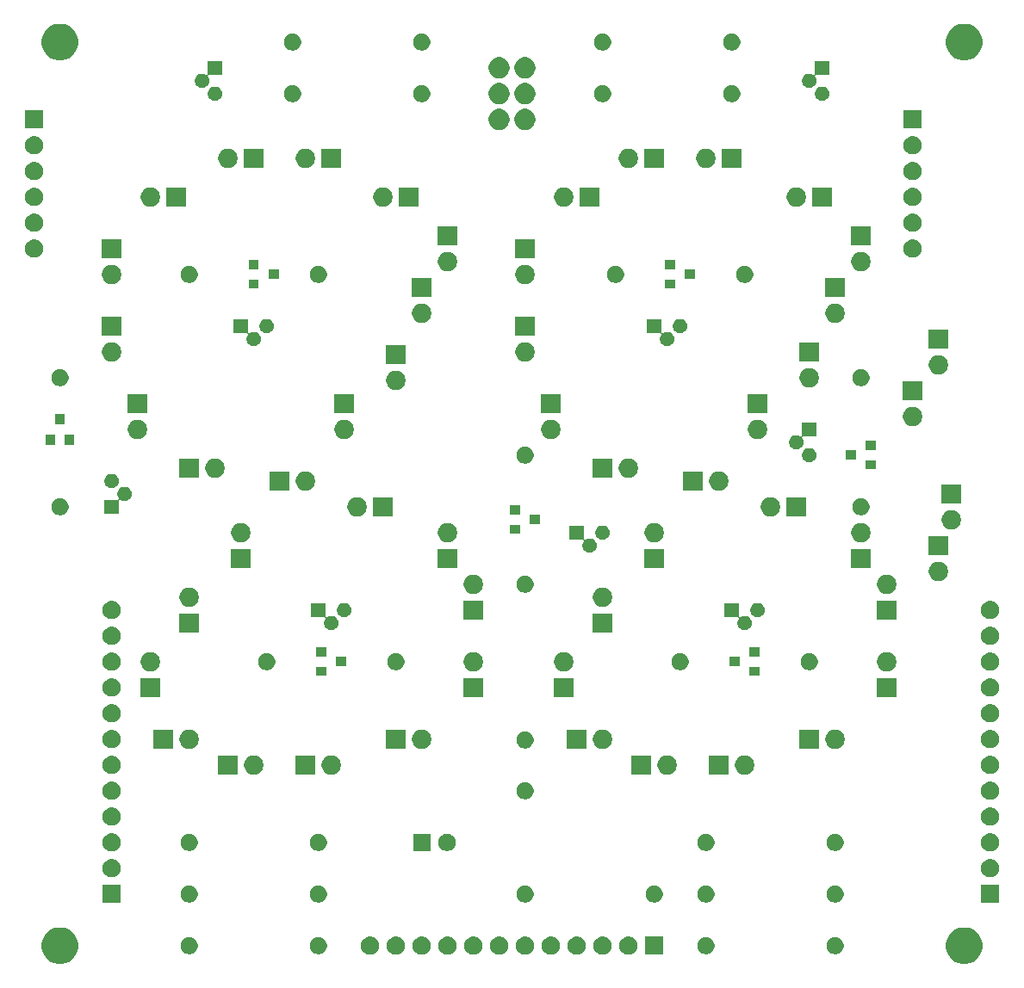
<source format=gts>
G04 #@! TF.GenerationSoftware,KiCad,Pcbnew,5.1.5-5.1.5*
G04 #@! TF.CreationDate,2020-07-10T19:34:37+10:00*
G04 #@! TF.ProjectId,6segment,36736567-6d65-46e7-942e-6b696361645f,rev?*
G04 #@! TF.SameCoordinates,Original*
G04 #@! TF.FileFunction,Soldermask,Top*
G04 #@! TF.FilePolarity,Negative*
%FSLAX46Y46*%
G04 Gerber Fmt 4.6, Leading zero omitted, Abs format (unit mm)*
G04 Created by KiCad (PCBNEW 5.1.5-5.1.5) date 2020-07-10 19:34:37*
%MOMM*%
%LPD*%
G04 APERTURE LIST*
%ADD10C,0.100000*%
G04 APERTURE END LIST*
D10*
G36*
X168165331Y-145588211D02*
G01*
X168493092Y-145723974D01*
X168788070Y-145921072D01*
X169038928Y-146171930D01*
X169236026Y-146466908D01*
X169371789Y-146794669D01*
X169441000Y-147142616D01*
X169441000Y-147497384D01*
X169371789Y-147845331D01*
X169236026Y-148173092D01*
X169038928Y-148468070D01*
X168788070Y-148718928D01*
X168493092Y-148916026D01*
X168165331Y-149051789D01*
X167817384Y-149121000D01*
X167462616Y-149121000D01*
X167114669Y-149051789D01*
X166786908Y-148916026D01*
X166491930Y-148718928D01*
X166241072Y-148468070D01*
X166043974Y-148173092D01*
X165908211Y-147845331D01*
X165839000Y-147497384D01*
X165839000Y-147142616D01*
X165908211Y-146794669D01*
X166043974Y-146466908D01*
X166241072Y-146171930D01*
X166491930Y-145921072D01*
X166786908Y-145723974D01*
X167114669Y-145588211D01*
X167462616Y-145519000D01*
X167817384Y-145519000D01*
X168165331Y-145588211D01*
G37*
G36*
X79265331Y-145588211D02*
G01*
X79593092Y-145723974D01*
X79888070Y-145921072D01*
X80138928Y-146171930D01*
X80336026Y-146466908D01*
X80471789Y-146794669D01*
X80541000Y-147142616D01*
X80541000Y-147497384D01*
X80471789Y-147845331D01*
X80336026Y-148173092D01*
X80138928Y-148468070D01*
X79888070Y-148718928D01*
X79593092Y-148916026D01*
X79265331Y-149051789D01*
X78917384Y-149121000D01*
X78562616Y-149121000D01*
X78214669Y-149051789D01*
X77886908Y-148916026D01*
X77591930Y-148718928D01*
X77341072Y-148468070D01*
X77143974Y-148173092D01*
X77008211Y-147845331D01*
X76939000Y-147497384D01*
X76939000Y-147142616D01*
X77008211Y-146794669D01*
X77143974Y-146466908D01*
X77341072Y-146171930D01*
X77591930Y-145921072D01*
X77886908Y-145723974D01*
X78214669Y-145588211D01*
X78562616Y-145519000D01*
X78917384Y-145519000D01*
X79265331Y-145588211D01*
G37*
G36*
X124573512Y-146423927D02*
G01*
X124722812Y-146453624D01*
X124886784Y-146521544D01*
X125034354Y-146620147D01*
X125159853Y-146745646D01*
X125258456Y-146893216D01*
X125326376Y-147057188D01*
X125361000Y-147231259D01*
X125361000Y-147408741D01*
X125326376Y-147582812D01*
X125258456Y-147746784D01*
X125159853Y-147894354D01*
X125034354Y-148019853D01*
X124886784Y-148118456D01*
X124722812Y-148186376D01*
X124573512Y-148216073D01*
X124548742Y-148221000D01*
X124371258Y-148221000D01*
X124346488Y-148216073D01*
X124197188Y-148186376D01*
X124033216Y-148118456D01*
X123885646Y-148019853D01*
X123760147Y-147894354D01*
X123661544Y-147746784D01*
X123593624Y-147582812D01*
X123559000Y-147408741D01*
X123559000Y-147231259D01*
X123593624Y-147057188D01*
X123661544Y-146893216D01*
X123760147Y-146745646D01*
X123885646Y-146620147D01*
X124033216Y-146521544D01*
X124197188Y-146453624D01*
X124346488Y-146423927D01*
X124371258Y-146419000D01*
X124548742Y-146419000D01*
X124573512Y-146423927D01*
G37*
G36*
X122033512Y-146423927D02*
G01*
X122182812Y-146453624D01*
X122346784Y-146521544D01*
X122494354Y-146620147D01*
X122619853Y-146745646D01*
X122718456Y-146893216D01*
X122786376Y-147057188D01*
X122821000Y-147231259D01*
X122821000Y-147408741D01*
X122786376Y-147582812D01*
X122718456Y-147746784D01*
X122619853Y-147894354D01*
X122494354Y-148019853D01*
X122346784Y-148118456D01*
X122182812Y-148186376D01*
X122033512Y-148216073D01*
X122008742Y-148221000D01*
X121831258Y-148221000D01*
X121806488Y-148216073D01*
X121657188Y-148186376D01*
X121493216Y-148118456D01*
X121345646Y-148019853D01*
X121220147Y-147894354D01*
X121121544Y-147746784D01*
X121053624Y-147582812D01*
X121019000Y-147408741D01*
X121019000Y-147231259D01*
X121053624Y-147057188D01*
X121121544Y-146893216D01*
X121220147Y-146745646D01*
X121345646Y-146620147D01*
X121493216Y-146521544D01*
X121657188Y-146453624D01*
X121806488Y-146423927D01*
X121831258Y-146419000D01*
X122008742Y-146419000D01*
X122033512Y-146423927D01*
G37*
G36*
X119493512Y-146423927D02*
G01*
X119642812Y-146453624D01*
X119806784Y-146521544D01*
X119954354Y-146620147D01*
X120079853Y-146745646D01*
X120178456Y-146893216D01*
X120246376Y-147057188D01*
X120281000Y-147231259D01*
X120281000Y-147408741D01*
X120246376Y-147582812D01*
X120178456Y-147746784D01*
X120079853Y-147894354D01*
X119954354Y-148019853D01*
X119806784Y-148118456D01*
X119642812Y-148186376D01*
X119493512Y-148216073D01*
X119468742Y-148221000D01*
X119291258Y-148221000D01*
X119266488Y-148216073D01*
X119117188Y-148186376D01*
X118953216Y-148118456D01*
X118805646Y-148019853D01*
X118680147Y-147894354D01*
X118581544Y-147746784D01*
X118513624Y-147582812D01*
X118479000Y-147408741D01*
X118479000Y-147231259D01*
X118513624Y-147057188D01*
X118581544Y-146893216D01*
X118680147Y-146745646D01*
X118805646Y-146620147D01*
X118953216Y-146521544D01*
X119117188Y-146453624D01*
X119266488Y-146423927D01*
X119291258Y-146419000D01*
X119468742Y-146419000D01*
X119493512Y-146423927D01*
G37*
G36*
X116953512Y-146423927D02*
G01*
X117102812Y-146453624D01*
X117266784Y-146521544D01*
X117414354Y-146620147D01*
X117539853Y-146745646D01*
X117638456Y-146893216D01*
X117706376Y-147057188D01*
X117741000Y-147231259D01*
X117741000Y-147408741D01*
X117706376Y-147582812D01*
X117638456Y-147746784D01*
X117539853Y-147894354D01*
X117414354Y-148019853D01*
X117266784Y-148118456D01*
X117102812Y-148186376D01*
X116953512Y-148216073D01*
X116928742Y-148221000D01*
X116751258Y-148221000D01*
X116726488Y-148216073D01*
X116577188Y-148186376D01*
X116413216Y-148118456D01*
X116265646Y-148019853D01*
X116140147Y-147894354D01*
X116041544Y-147746784D01*
X115973624Y-147582812D01*
X115939000Y-147408741D01*
X115939000Y-147231259D01*
X115973624Y-147057188D01*
X116041544Y-146893216D01*
X116140147Y-146745646D01*
X116265646Y-146620147D01*
X116413216Y-146521544D01*
X116577188Y-146453624D01*
X116726488Y-146423927D01*
X116751258Y-146419000D01*
X116928742Y-146419000D01*
X116953512Y-146423927D01*
G37*
G36*
X114413512Y-146423927D02*
G01*
X114562812Y-146453624D01*
X114726784Y-146521544D01*
X114874354Y-146620147D01*
X114999853Y-146745646D01*
X115098456Y-146893216D01*
X115166376Y-147057188D01*
X115201000Y-147231259D01*
X115201000Y-147408741D01*
X115166376Y-147582812D01*
X115098456Y-147746784D01*
X114999853Y-147894354D01*
X114874354Y-148019853D01*
X114726784Y-148118456D01*
X114562812Y-148186376D01*
X114413512Y-148216073D01*
X114388742Y-148221000D01*
X114211258Y-148221000D01*
X114186488Y-148216073D01*
X114037188Y-148186376D01*
X113873216Y-148118456D01*
X113725646Y-148019853D01*
X113600147Y-147894354D01*
X113501544Y-147746784D01*
X113433624Y-147582812D01*
X113399000Y-147408741D01*
X113399000Y-147231259D01*
X113433624Y-147057188D01*
X113501544Y-146893216D01*
X113600147Y-146745646D01*
X113725646Y-146620147D01*
X113873216Y-146521544D01*
X114037188Y-146453624D01*
X114186488Y-146423927D01*
X114211258Y-146419000D01*
X114388742Y-146419000D01*
X114413512Y-146423927D01*
G37*
G36*
X111873512Y-146423927D02*
G01*
X112022812Y-146453624D01*
X112186784Y-146521544D01*
X112334354Y-146620147D01*
X112459853Y-146745646D01*
X112558456Y-146893216D01*
X112626376Y-147057188D01*
X112661000Y-147231259D01*
X112661000Y-147408741D01*
X112626376Y-147582812D01*
X112558456Y-147746784D01*
X112459853Y-147894354D01*
X112334354Y-148019853D01*
X112186784Y-148118456D01*
X112022812Y-148186376D01*
X111873512Y-148216073D01*
X111848742Y-148221000D01*
X111671258Y-148221000D01*
X111646488Y-148216073D01*
X111497188Y-148186376D01*
X111333216Y-148118456D01*
X111185646Y-148019853D01*
X111060147Y-147894354D01*
X110961544Y-147746784D01*
X110893624Y-147582812D01*
X110859000Y-147408741D01*
X110859000Y-147231259D01*
X110893624Y-147057188D01*
X110961544Y-146893216D01*
X111060147Y-146745646D01*
X111185646Y-146620147D01*
X111333216Y-146521544D01*
X111497188Y-146453624D01*
X111646488Y-146423927D01*
X111671258Y-146419000D01*
X111848742Y-146419000D01*
X111873512Y-146423927D01*
G37*
G36*
X109333512Y-146423927D02*
G01*
X109482812Y-146453624D01*
X109646784Y-146521544D01*
X109794354Y-146620147D01*
X109919853Y-146745646D01*
X110018456Y-146893216D01*
X110086376Y-147057188D01*
X110121000Y-147231259D01*
X110121000Y-147408741D01*
X110086376Y-147582812D01*
X110018456Y-147746784D01*
X109919853Y-147894354D01*
X109794354Y-148019853D01*
X109646784Y-148118456D01*
X109482812Y-148186376D01*
X109333512Y-148216073D01*
X109308742Y-148221000D01*
X109131258Y-148221000D01*
X109106488Y-148216073D01*
X108957188Y-148186376D01*
X108793216Y-148118456D01*
X108645646Y-148019853D01*
X108520147Y-147894354D01*
X108421544Y-147746784D01*
X108353624Y-147582812D01*
X108319000Y-147408741D01*
X108319000Y-147231259D01*
X108353624Y-147057188D01*
X108421544Y-146893216D01*
X108520147Y-146745646D01*
X108645646Y-146620147D01*
X108793216Y-146521544D01*
X108957188Y-146453624D01*
X109106488Y-146423927D01*
X109131258Y-146419000D01*
X109308742Y-146419000D01*
X109333512Y-146423927D01*
G37*
G36*
X138061000Y-148221000D02*
G01*
X136259000Y-148221000D01*
X136259000Y-146419000D01*
X138061000Y-146419000D01*
X138061000Y-148221000D01*
G37*
G36*
X127113512Y-146423927D02*
G01*
X127262812Y-146453624D01*
X127426784Y-146521544D01*
X127574354Y-146620147D01*
X127699853Y-146745646D01*
X127798456Y-146893216D01*
X127866376Y-147057188D01*
X127901000Y-147231259D01*
X127901000Y-147408741D01*
X127866376Y-147582812D01*
X127798456Y-147746784D01*
X127699853Y-147894354D01*
X127574354Y-148019853D01*
X127426784Y-148118456D01*
X127262812Y-148186376D01*
X127113512Y-148216073D01*
X127088742Y-148221000D01*
X126911258Y-148221000D01*
X126886488Y-148216073D01*
X126737188Y-148186376D01*
X126573216Y-148118456D01*
X126425646Y-148019853D01*
X126300147Y-147894354D01*
X126201544Y-147746784D01*
X126133624Y-147582812D01*
X126099000Y-147408741D01*
X126099000Y-147231259D01*
X126133624Y-147057188D01*
X126201544Y-146893216D01*
X126300147Y-146745646D01*
X126425646Y-146620147D01*
X126573216Y-146521544D01*
X126737188Y-146453624D01*
X126886488Y-146423927D01*
X126911258Y-146419000D01*
X127088742Y-146419000D01*
X127113512Y-146423927D01*
G37*
G36*
X129653512Y-146423927D02*
G01*
X129802812Y-146453624D01*
X129966784Y-146521544D01*
X130114354Y-146620147D01*
X130239853Y-146745646D01*
X130338456Y-146893216D01*
X130406376Y-147057188D01*
X130441000Y-147231259D01*
X130441000Y-147408741D01*
X130406376Y-147582812D01*
X130338456Y-147746784D01*
X130239853Y-147894354D01*
X130114354Y-148019853D01*
X129966784Y-148118456D01*
X129802812Y-148186376D01*
X129653512Y-148216073D01*
X129628742Y-148221000D01*
X129451258Y-148221000D01*
X129426488Y-148216073D01*
X129277188Y-148186376D01*
X129113216Y-148118456D01*
X128965646Y-148019853D01*
X128840147Y-147894354D01*
X128741544Y-147746784D01*
X128673624Y-147582812D01*
X128639000Y-147408741D01*
X128639000Y-147231259D01*
X128673624Y-147057188D01*
X128741544Y-146893216D01*
X128840147Y-146745646D01*
X128965646Y-146620147D01*
X129113216Y-146521544D01*
X129277188Y-146453624D01*
X129426488Y-146423927D01*
X129451258Y-146419000D01*
X129628742Y-146419000D01*
X129653512Y-146423927D01*
G37*
G36*
X132193512Y-146423927D02*
G01*
X132342812Y-146453624D01*
X132506784Y-146521544D01*
X132654354Y-146620147D01*
X132779853Y-146745646D01*
X132878456Y-146893216D01*
X132946376Y-147057188D01*
X132981000Y-147231259D01*
X132981000Y-147408741D01*
X132946376Y-147582812D01*
X132878456Y-147746784D01*
X132779853Y-147894354D01*
X132654354Y-148019853D01*
X132506784Y-148118456D01*
X132342812Y-148186376D01*
X132193512Y-148216073D01*
X132168742Y-148221000D01*
X131991258Y-148221000D01*
X131966488Y-148216073D01*
X131817188Y-148186376D01*
X131653216Y-148118456D01*
X131505646Y-148019853D01*
X131380147Y-147894354D01*
X131281544Y-147746784D01*
X131213624Y-147582812D01*
X131179000Y-147408741D01*
X131179000Y-147231259D01*
X131213624Y-147057188D01*
X131281544Y-146893216D01*
X131380147Y-146745646D01*
X131505646Y-146620147D01*
X131653216Y-146521544D01*
X131817188Y-146453624D01*
X131966488Y-146423927D01*
X131991258Y-146419000D01*
X132168742Y-146419000D01*
X132193512Y-146423927D01*
G37*
G36*
X134733512Y-146423927D02*
G01*
X134882812Y-146453624D01*
X135046784Y-146521544D01*
X135194354Y-146620147D01*
X135319853Y-146745646D01*
X135418456Y-146893216D01*
X135486376Y-147057188D01*
X135521000Y-147231259D01*
X135521000Y-147408741D01*
X135486376Y-147582812D01*
X135418456Y-147746784D01*
X135319853Y-147894354D01*
X135194354Y-148019853D01*
X135046784Y-148118456D01*
X134882812Y-148186376D01*
X134733512Y-148216073D01*
X134708742Y-148221000D01*
X134531258Y-148221000D01*
X134506488Y-148216073D01*
X134357188Y-148186376D01*
X134193216Y-148118456D01*
X134045646Y-148019853D01*
X133920147Y-147894354D01*
X133821544Y-147746784D01*
X133753624Y-147582812D01*
X133719000Y-147408741D01*
X133719000Y-147231259D01*
X133753624Y-147057188D01*
X133821544Y-146893216D01*
X133920147Y-146745646D01*
X134045646Y-146620147D01*
X134193216Y-146521544D01*
X134357188Y-146453624D01*
X134506488Y-146423927D01*
X134531258Y-146419000D01*
X134708742Y-146419000D01*
X134733512Y-146423927D01*
G37*
G36*
X91688228Y-146501703D02*
G01*
X91843100Y-146565853D01*
X91982481Y-146658985D01*
X92101015Y-146777519D01*
X92194147Y-146916900D01*
X92258297Y-147071772D01*
X92291000Y-147236184D01*
X92291000Y-147403816D01*
X92258297Y-147568228D01*
X92194147Y-147723100D01*
X92101015Y-147862481D01*
X91982481Y-147981015D01*
X91843100Y-148074147D01*
X91688228Y-148138297D01*
X91523816Y-148171000D01*
X91356184Y-148171000D01*
X91191772Y-148138297D01*
X91036900Y-148074147D01*
X90897519Y-147981015D01*
X90778985Y-147862481D01*
X90685853Y-147723100D01*
X90621703Y-147568228D01*
X90589000Y-147403816D01*
X90589000Y-147236184D01*
X90621703Y-147071772D01*
X90685853Y-146916900D01*
X90778985Y-146777519D01*
X90897519Y-146658985D01*
X91036900Y-146565853D01*
X91191772Y-146501703D01*
X91356184Y-146469000D01*
X91523816Y-146469000D01*
X91688228Y-146501703D01*
G37*
G36*
X104388228Y-146501703D02*
G01*
X104543100Y-146565853D01*
X104682481Y-146658985D01*
X104801015Y-146777519D01*
X104894147Y-146916900D01*
X104958297Y-147071772D01*
X104991000Y-147236184D01*
X104991000Y-147403816D01*
X104958297Y-147568228D01*
X104894147Y-147723100D01*
X104801015Y-147862481D01*
X104682481Y-147981015D01*
X104543100Y-148074147D01*
X104388228Y-148138297D01*
X104223816Y-148171000D01*
X104056184Y-148171000D01*
X103891772Y-148138297D01*
X103736900Y-148074147D01*
X103597519Y-147981015D01*
X103478985Y-147862481D01*
X103385853Y-147723100D01*
X103321703Y-147568228D01*
X103289000Y-147403816D01*
X103289000Y-147236184D01*
X103321703Y-147071772D01*
X103385853Y-146916900D01*
X103478985Y-146777519D01*
X103597519Y-146658985D01*
X103736900Y-146565853D01*
X103891772Y-146501703D01*
X104056184Y-146469000D01*
X104223816Y-146469000D01*
X104388228Y-146501703D01*
G37*
G36*
X155188228Y-146501703D02*
G01*
X155343100Y-146565853D01*
X155482481Y-146658985D01*
X155601015Y-146777519D01*
X155694147Y-146916900D01*
X155758297Y-147071772D01*
X155791000Y-147236184D01*
X155791000Y-147403816D01*
X155758297Y-147568228D01*
X155694147Y-147723100D01*
X155601015Y-147862481D01*
X155482481Y-147981015D01*
X155343100Y-148074147D01*
X155188228Y-148138297D01*
X155023816Y-148171000D01*
X154856184Y-148171000D01*
X154691772Y-148138297D01*
X154536900Y-148074147D01*
X154397519Y-147981015D01*
X154278985Y-147862481D01*
X154185853Y-147723100D01*
X154121703Y-147568228D01*
X154089000Y-147403816D01*
X154089000Y-147236184D01*
X154121703Y-147071772D01*
X154185853Y-146916900D01*
X154278985Y-146777519D01*
X154397519Y-146658985D01*
X154536900Y-146565853D01*
X154691772Y-146501703D01*
X154856184Y-146469000D01*
X155023816Y-146469000D01*
X155188228Y-146501703D01*
G37*
G36*
X142488228Y-146501703D02*
G01*
X142643100Y-146565853D01*
X142782481Y-146658985D01*
X142901015Y-146777519D01*
X142994147Y-146916900D01*
X143058297Y-147071772D01*
X143091000Y-147236184D01*
X143091000Y-147403816D01*
X143058297Y-147568228D01*
X142994147Y-147723100D01*
X142901015Y-147862481D01*
X142782481Y-147981015D01*
X142643100Y-148074147D01*
X142488228Y-148138297D01*
X142323816Y-148171000D01*
X142156184Y-148171000D01*
X141991772Y-148138297D01*
X141836900Y-148074147D01*
X141697519Y-147981015D01*
X141578985Y-147862481D01*
X141485853Y-147723100D01*
X141421703Y-147568228D01*
X141389000Y-147403816D01*
X141389000Y-147236184D01*
X141421703Y-147071772D01*
X141485853Y-146916900D01*
X141578985Y-146777519D01*
X141697519Y-146658985D01*
X141836900Y-146565853D01*
X141991772Y-146501703D01*
X142156184Y-146469000D01*
X142323816Y-146469000D01*
X142488228Y-146501703D01*
G37*
G36*
X84721000Y-143141000D02*
G01*
X82919000Y-143141000D01*
X82919000Y-141339000D01*
X84721000Y-141339000D01*
X84721000Y-143141000D01*
G37*
G36*
X171081000Y-143141000D02*
G01*
X169279000Y-143141000D01*
X169279000Y-141339000D01*
X171081000Y-141339000D01*
X171081000Y-143141000D01*
G37*
G36*
X155188228Y-141421703D02*
G01*
X155343100Y-141485853D01*
X155482481Y-141578985D01*
X155601015Y-141697519D01*
X155694147Y-141836900D01*
X155758297Y-141991772D01*
X155791000Y-142156184D01*
X155791000Y-142323816D01*
X155758297Y-142488228D01*
X155694147Y-142643100D01*
X155601015Y-142782481D01*
X155482481Y-142901015D01*
X155343100Y-142994147D01*
X155188228Y-143058297D01*
X155023816Y-143091000D01*
X154856184Y-143091000D01*
X154691772Y-143058297D01*
X154536900Y-142994147D01*
X154397519Y-142901015D01*
X154278985Y-142782481D01*
X154185853Y-142643100D01*
X154121703Y-142488228D01*
X154089000Y-142323816D01*
X154089000Y-142156184D01*
X154121703Y-141991772D01*
X154185853Y-141836900D01*
X154278985Y-141697519D01*
X154397519Y-141578985D01*
X154536900Y-141485853D01*
X154691772Y-141421703D01*
X154856184Y-141389000D01*
X155023816Y-141389000D01*
X155188228Y-141421703D01*
G37*
G36*
X142488228Y-141421703D02*
G01*
X142643100Y-141485853D01*
X142782481Y-141578985D01*
X142901015Y-141697519D01*
X142994147Y-141836900D01*
X143058297Y-141991772D01*
X143091000Y-142156184D01*
X143091000Y-142323816D01*
X143058297Y-142488228D01*
X142994147Y-142643100D01*
X142901015Y-142782481D01*
X142782481Y-142901015D01*
X142643100Y-142994147D01*
X142488228Y-143058297D01*
X142323816Y-143091000D01*
X142156184Y-143091000D01*
X141991772Y-143058297D01*
X141836900Y-142994147D01*
X141697519Y-142901015D01*
X141578985Y-142782481D01*
X141485853Y-142643100D01*
X141421703Y-142488228D01*
X141389000Y-142323816D01*
X141389000Y-142156184D01*
X141421703Y-141991772D01*
X141485853Y-141836900D01*
X141578985Y-141697519D01*
X141697519Y-141578985D01*
X141836900Y-141485853D01*
X141991772Y-141421703D01*
X142156184Y-141389000D01*
X142323816Y-141389000D01*
X142488228Y-141421703D01*
G37*
G36*
X91688228Y-141421703D02*
G01*
X91843100Y-141485853D01*
X91982481Y-141578985D01*
X92101015Y-141697519D01*
X92194147Y-141836900D01*
X92258297Y-141991772D01*
X92291000Y-142156184D01*
X92291000Y-142323816D01*
X92258297Y-142488228D01*
X92194147Y-142643100D01*
X92101015Y-142782481D01*
X91982481Y-142901015D01*
X91843100Y-142994147D01*
X91688228Y-143058297D01*
X91523816Y-143091000D01*
X91356184Y-143091000D01*
X91191772Y-143058297D01*
X91036900Y-142994147D01*
X90897519Y-142901015D01*
X90778985Y-142782481D01*
X90685853Y-142643100D01*
X90621703Y-142488228D01*
X90589000Y-142323816D01*
X90589000Y-142156184D01*
X90621703Y-141991772D01*
X90685853Y-141836900D01*
X90778985Y-141697519D01*
X90897519Y-141578985D01*
X91036900Y-141485853D01*
X91191772Y-141421703D01*
X91356184Y-141389000D01*
X91523816Y-141389000D01*
X91688228Y-141421703D01*
G37*
G36*
X104388228Y-141421703D02*
G01*
X104543100Y-141485853D01*
X104682481Y-141578985D01*
X104801015Y-141697519D01*
X104894147Y-141836900D01*
X104958297Y-141991772D01*
X104991000Y-142156184D01*
X104991000Y-142323816D01*
X104958297Y-142488228D01*
X104894147Y-142643100D01*
X104801015Y-142782481D01*
X104682481Y-142901015D01*
X104543100Y-142994147D01*
X104388228Y-143058297D01*
X104223816Y-143091000D01*
X104056184Y-143091000D01*
X103891772Y-143058297D01*
X103736900Y-142994147D01*
X103597519Y-142901015D01*
X103478985Y-142782481D01*
X103385853Y-142643100D01*
X103321703Y-142488228D01*
X103289000Y-142323816D01*
X103289000Y-142156184D01*
X103321703Y-141991772D01*
X103385853Y-141836900D01*
X103478985Y-141697519D01*
X103597519Y-141578985D01*
X103736900Y-141485853D01*
X103891772Y-141421703D01*
X104056184Y-141389000D01*
X104223816Y-141389000D01*
X104388228Y-141421703D01*
G37*
G36*
X137408228Y-141421703D02*
G01*
X137563100Y-141485853D01*
X137702481Y-141578985D01*
X137821015Y-141697519D01*
X137914147Y-141836900D01*
X137978297Y-141991772D01*
X138011000Y-142156184D01*
X138011000Y-142323816D01*
X137978297Y-142488228D01*
X137914147Y-142643100D01*
X137821015Y-142782481D01*
X137702481Y-142901015D01*
X137563100Y-142994147D01*
X137408228Y-143058297D01*
X137243816Y-143091000D01*
X137076184Y-143091000D01*
X136911772Y-143058297D01*
X136756900Y-142994147D01*
X136617519Y-142901015D01*
X136498985Y-142782481D01*
X136405853Y-142643100D01*
X136341703Y-142488228D01*
X136309000Y-142323816D01*
X136309000Y-142156184D01*
X136341703Y-141991772D01*
X136405853Y-141836900D01*
X136498985Y-141697519D01*
X136617519Y-141578985D01*
X136756900Y-141485853D01*
X136911772Y-141421703D01*
X137076184Y-141389000D01*
X137243816Y-141389000D01*
X137408228Y-141421703D01*
G37*
G36*
X124708228Y-141421703D02*
G01*
X124863100Y-141485853D01*
X125002481Y-141578985D01*
X125121015Y-141697519D01*
X125214147Y-141836900D01*
X125278297Y-141991772D01*
X125311000Y-142156184D01*
X125311000Y-142323816D01*
X125278297Y-142488228D01*
X125214147Y-142643100D01*
X125121015Y-142782481D01*
X125002481Y-142901015D01*
X124863100Y-142994147D01*
X124708228Y-143058297D01*
X124543816Y-143091000D01*
X124376184Y-143091000D01*
X124211772Y-143058297D01*
X124056900Y-142994147D01*
X123917519Y-142901015D01*
X123798985Y-142782481D01*
X123705853Y-142643100D01*
X123641703Y-142488228D01*
X123609000Y-142323816D01*
X123609000Y-142156184D01*
X123641703Y-141991772D01*
X123705853Y-141836900D01*
X123798985Y-141697519D01*
X123917519Y-141578985D01*
X124056900Y-141485853D01*
X124211772Y-141421703D01*
X124376184Y-141389000D01*
X124543816Y-141389000D01*
X124708228Y-141421703D01*
G37*
G36*
X170293512Y-138803927D02*
G01*
X170442812Y-138833624D01*
X170606784Y-138901544D01*
X170754354Y-139000147D01*
X170879853Y-139125646D01*
X170978456Y-139273216D01*
X171046376Y-139437188D01*
X171081000Y-139611259D01*
X171081000Y-139788741D01*
X171046376Y-139962812D01*
X170978456Y-140126784D01*
X170879853Y-140274354D01*
X170754354Y-140399853D01*
X170606784Y-140498456D01*
X170442812Y-140566376D01*
X170293512Y-140596073D01*
X170268742Y-140601000D01*
X170091258Y-140601000D01*
X170066488Y-140596073D01*
X169917188Y-140566376D01*
X169753216Y-140498456D01*
X169605646Y-140399853D01*
X169480147Y-140274354D01*
X169381544Y-140126784D01*
X169313624Y-139962812D01*
X169279000Y-139788741D01*
X169279000Y-139611259D01*
X169313624Y-139437188D01*
X169381544Y-139273216D01*
X169480147Y-139125646D01*
X169605646Y-139000147D01*
X169753216Y-138901544D01*
X169917188Y-138833624D01*
X170066488Y-138803927D01*
X170091258Y-138799000D01*
X170268742Y-138799000D01*
X170293512Y-138803927D01*
G37*
G36*
X83933512Y-138803927D02*
G01*
X84082812Y-138833624D01*
X84246784Y-138901544D01*
X84394354Y-139000147D01*
X84519853Y-139125646D01*
X84618456Y-139273216D01*
X84686376Y-139437188D01*
X84721000Y-139611259D01*
X84721000Y-139788741D01*
X84686376Y-139962812D01*
X84618456Y-140126784D01*
X84519853Y-140274354D01*
X84394354Y-140399853D01*
X84246784Y-140498456D01*
X84082812Y-140566376D01*
X83933512Y-140596073D01*
X83908742Y-140601000D01*
X83731258Y-140601000D01*
X83706488Y-140596073D01*
X83557188Y-140566376D01*
X83393216Y-140498456D01*
X83245646Y-140399853D01*
X83120147Y-140274354D01*
X83021544Y-140126784D01*
X82953624Y-139962812D01*
X82919000Y-139788741D01*
X82919000Y-139611259D01*
X82953624Y-139437188D01*
X83021544Y-139273216D01*
X83120147Y-139125646D01*
X83245646Y-139000147D01*
X83393216Y-138901544D01*
X83557188Y-138833624D01*
X83706488Y-138803927D01*
X83731258Y-138799000D01*
X83908742Y-138799000D01*
X83933512Y-138803927D01*
G37*
G36*
X83933512Y-136263927D02*
G01*
X84082812Y-136293624D01*
X84246784Y-136361544D01*
X84394354Y-136460147D01*
X84519853Y-136585646D01*
X84618456Y-136733216D01*
X84686376Y-136897188D01*
X84721000Y-137071259D01*
X84721000Y-137248741D01*
X84686376Y-137422812D01*
X84618456Y-137586784D01*
X84519853Y-137734354D01*
X84394354Y-137859853D01*
X84246784Y-137958456D01*
X84082812Y-138026376D01*
X83933512Y-138056073D01*
X83908742Y-138061000D01*
X83731258Y-138061000D01*
X83706488Y-138056073D01*
X83557188Y-138026376D01*
X83393216Y-137958456D01*
X83245646Y-137859853D01*
X83120147Y-137734354D01*
X83021544Y-137586784D01*
X82953624Y-137422812D01*
X82919000Y-137248741D01*
X82919000Y-137071259D01*
X82953624Y-136897188D01*
X83021544Y-136733216D01*
X83120147Y-136585646D01*
X83245646Y-136460147D01*
X83393216Y-136361544D01*
X83557188Y-136293624D01*
X83706488Y-136263927D01*
X83731258Y-136259000D01*
X83908742Y-136259000D01*
X83933512Y-136263927D01*
G37*
G36*
X170293512Y-136263927D02*
G01*
X170442812Y-136293624D01*
X170606784Y-136361544D01*
X170754354Y-136460147D01*
X170879853Y-136585646D01*
X170978456Y-136733216D01*
X171046376Y-136897188D01*
X171081000Y-137071259D01*
X171081000Y-137248741D01*
X171046376Y-137422812D01*
X170978456Y-137586784D01*
X170879853Y-137734354D01*
X170754354Y-137859853D01*
X170606784Y-137958456D01*
X170442812Y-138026376D01*
X170293512Y-138056073D01*
X170268742Y-138061000D01*
X170091258Y-138061000D01*
X170066488Y-138056073D01*
X169917188Y-138026376D01*
X169753216Y-137958456D01*
X169605646Y-137859853D01*
X169480147Y-137734354D01*
X169381544Y-137586784D01*
X169313624Y-137422812D01*
X169279000Y-137248741D01*
X169279000Y-137071259D01*
X169313624Y-136897188D01*
X169381544Y-136733216D01*
X169480147Y-136585646D01*
X169605646Y-136460147D01*
X169753216Y-136361544D01*
X169917188Y-136293624D01*
X170066488Y-136263927D01*
X170091258Y-136259000D01*
X170268742Y-136259000D01*
X170293512Y-136263927D01*
G37*
G36*
X142488228Y-136341703D02*
G01*
X142643100Y-136405853D01*
X142782481Y-136498985D01*
X142901015Y-136617519D01*
X142994147Y-136756900D01*
X143058297Y-136911772D01*
X143091000Y-137076184D01*
X143091000Y-137243816D01*
X143058297Y-137408228D01*
X142994147Y-137563100D01*
X142901015Y-137702481D01*
X142782481Y-137821015D01*
X142643100Y-137914147D01*
X142488228Y-137978297D01*
X142323816Y-138011000D01*
X142156184Y-138011000D01*
X141991772Y-137978297D01*
X141836900Y-137914147D01*
X141697519Y-137821015D01*
X141578985Y-137702481D01*
X141485853Y-137563100D01*
X141421703Y-137408228D01*
X141389000Y-137243816D01*
X141389000Y-137076184D01*
X141421703Y-136911772D01*
X141485853Y-136756900D01*
X141578985Y-136617519D01*
X141697519Y-136498985D01*
X141836900Y-136405853D01*
X141991772Y-136341703D01*
X142156184Y-136309000D01*
X142323816Y-136309000D01*
X142488228Y-136341703D01*
G37*
G36*
X115151000Y-138011000D02*
G01*
X113449000Y-138011000D01*
X113449000Y-136309000D01*
X115151000Y-136309000D01*
X115151000Y-138011000D01*
G37*
G36*
X155188228Y-136341703D02*
G01*
X155343100Y-136405853D01*
X155482481Y-136498985D01*
X155601015Y-136617519D01*
X155694147Y-136756900D01*
X155758297Y-136911772D01*
X155791000Y-137076184D01*
X155791000Y-137243816D01*
X155758297Y-137408228D01*
X155694147Y-137563100D01*
X155601015Y-137702481D01*
X155482481Y-137821015D01*
X155343100Y-137914147D01*
X155188228Y-137978297D01*
X155023816Y-138011000D01*
X154856184Y-138011000D01*
X154691772Y-137978297D01*
X154536900Y-137914147D01*
X154397519Y-137821015D01*
X154278985Y-137702481D01*
X154185853Y-137563100D01*
X154121703Y-137408228D01*
X154089000Y-137243816D01*
X154089000Y-137076184D01*
X154121703Y-136911772D01*
X154185853Y-136756900D01*
X154278985Y-136617519D01*
X154397519Y-136498985D01*
X154536900Y-136405853D01*
X154691772Y-136341703D01*
X154856184Y-136309000D01*
X155023816Y-136309000D01*
X155188228Y-136341703D01*
G37*
G36*
X91688228Y-136341703D02*
G01*
X91843100Y-136405853D01*
X91982481Y-136498985D01*
X92101015Y-136617519D01*
X92194147Y-136756900D01*
X92258297Y-136911772D01*
X92291000Y-137076184D01*
X92291000Y-137243816D01*
X92258297Y-137408228D01*
X92194147Y-137563100D01*
X92101015Y-137702481D01*
X91982481Y-137821015D01*
X91843100Y-137914147D01*
X91688228Y-137978297D01*
X91523816Y-138011000D01*
X91356184Y-138011000D01*
X91191772Y-137978297D01*
X91036900Y-137914147D01*
X90897519Y-137821015D01*
X90778985Y-137702481D01*
X90685853Y-137563100D01*
X90621703Y-137408228D01*
X90589000Y-137243816D01*
X90589000Y-137076184D01*
X90621703Y-136911772D01*
X90685853Y-136756900D01*
X90778985Y-136617519D01*
X90897519Y-136498985D01*
X91036900Y-136405853D01*
X91191772Y-136341703D01*
X91356184Y-136309000D01*
X91523816Y-136309000D01*
X91688228Y-136341703D01*
G37*
G36*
X117048228Y-136341703D02*
G01*
X117203100Y-136405853D01*
X117342481Y-136498985D01*
X117461015Y-136617519D01*
X117554147Y-136756900D01*
X117618297Y-136911772D01*
X117651000Y-137076184D01*
X117651000Y-137243816D01*
X117618297Y-137408228D01*
X117554147Y-137563100D01*
X117461015Y-137702481D01*
X117342481Y-137821015D01*
X117203100Y-137914147D01*
X117048228Y-137978297D01*
X116883816Y-138011000D01*
X116716184Y-138011000D01*
X116551772Y-137978297D01*
X116396900Y-137914147D01*
X116257519Y-137821015D01*
X116138985Y-137702481D01*
X116045853Y-137563100D01*
X115981703Y-137408228D01*
X115949000Y-137243816D01*
X115949000Y-137076184D01*
X115981703Y-136911772D01*
X116045853Y-136756900D01*
X116138985Y-136617519D01*
X116257519Y-136498985D01*
X116396900Y-136405853D01*
X116551772Y-136341703D01*
X116716184Y-136309000D01*
X116883816Y-136309000D01*
X117048228Y-136341703D01*
G37*
G36*
X104388228Y-136341703D02*
G01*
X104543100Y-136405853D01*
X104682481Y-136498985D01*
X104801015Y-136617519D01*
X104894147Y-136756900D01*
X104958297Y-136911772D01*
X104991000Y-137076184D01*
X104991000Y-137243816D01*
X104958297Y-137408228D01*
X104894147Y-137563100D01*
X104801015Y-137702481D01*
X104682481Y-137821015D01*
X104543100Y-137914147D01*
X104388228Y-137978297D01*
X104223816Y-138011000D01*
X104056184Y-138011000D01*
X103891772Y-137978297D01*
X103736900Y-137914147D01*
X103597519Y-137821015D01*
X103478985Y-137702481D01*
X103385853Y-137563100D01*
X103321703Y-137408228D01*
X103289000Y-137243816D01*
X103289000Y-137076184D01*
X103321703Y-136911772D01*
X103385853Y-136756900D01*
X103478985Y-136617519D01*
X103597519Y-136498985D01*
X103736900Y-136405853D01*
X103891772Y-136341703D01*
X104056184Y-136309000D01*
X104223816Y-136309000D01*
X104388228Y-136341703D01*
G37*
G36*
X170293512Y-133723927D02*
G01*
X170442812Y-133753624D01*
X170606784Y-133821544D01*
X170754354Y-133920147D01*
X170879853Y-134045646D01*
X170978456Y-134193216D01*
X171046376Y-134357188D01*
X171081000Y-134531259D01*
X171081000Y-134708741D01*
X171046376Y-134882812D01*
X170978456Y-135046784D01*
X170879853Y-135194354D01*
X170754354Y-135319853D01*
X170606784Y-135418456D01*
X170442812Y-135486376D01*
X170293512Y-135516073D01*
X170268742Y-135521000D01*
X170091258Y-135521000D01*
X170066488Y-135516073D01*
X169917188Y-135486376D01*
X169753216Y-135418456D01*
X169605646Y-135319853D01*
X169480147Y-135194354D01*
X169381544Y-135046784D01*
X169313624Y-134882812D01*
X169279000Y-134708741D01*
X169279000Y-134531259D01*
X169313624Y-134357188D01*
X169381544Y-134193216D01*
X169480147Y-134045646D01*
X169605646Y-133920147D01*
X169753216Y-133821544D01*
X169917188Y-133753624D01*
X170066488Y-133723927D01*
X170091258Y-133719000D01*
X170268742Y-133719000D01*
X170293512Y-133723927D01*
G37*
G36*
X83933512Y-133723927D02*
G01*
X84082812Y-133753624D01*
X84246784Y-133821544D01*
X84394354Y-133920147D01*
X84519853Y-134045646D01*
X84618456Y-134193216D01*
X84686376Y-134357188D01*
X84721000Y-134531259D01*
X84721000Y-134708741D01*
X84686376Y-134882812D01*
X84618456Y-135046784D01*
X84519853Y-135194354D01*
X84394354Y-135319853D01*
X84246784Y-135418456D01*
X84082812Y-135486376D01*
X83933512Y-135516073D01*
X83908742Y-135521000D01*
X83731258Y-135521000D01*
X83706488Y-135516073D01*
X83557188Y-135486376D01*
X83393216Y-135418456D01*
X83245646Y-135319853D01*
X83120147Y-135194354D01*
X83021544Y-135046784D01*
X82953624Y-134882812D01*
X82919000Y-134708741D01*
X82919000Y-134531259D01*
X82953624Y-134357188D01*
X83021544Y-134193216D01*
X83120147Y-134045646D01*
X83245646Y-133920147D01*
X83393216Y-133821544D01*
X83557188Y-133753624D01*
X83706488Y-133723927D01*
X83731258Y-133719000D01*
X83908742Y-133719000D01*
X83933512Y-133723927D01*
G37*
G36*
X170293512Y-131183927D02*
G01*
X170442812Y-131213624D01*
X170606784Y-131281544D01*
X170754354Y-131380147D01*
X170879853Y-131505646D01*
X170978456Y-131653216D01*
X171046376Y-131817188D01*
X171081000Y-131991259D01*
X171081000Y-132168741D01*
X171046376Y-132342812D01*
X170978456Y-132506784D01*
X170879853Y-132654354D01*
X170754354Y-132779853D01*
X170606784Y-132878456D01*
X170442812Y-132946376D01*
X170293512Y-132976073D01*
X170268742Y-132981000D01*
X170091258Y-132981000D01*
X170066488Y-132976073D01*
X169917188Y-132946376D01*
X169753216Y-132878456D01*
X169605646Y-132779853D01*
X169480147Y-132654354D01*
X169381544Y-132506784D01*
X169313624Y-132342812D01*
X169279000Y-132168741D01*
X169279000Y-131991259D01*
X169313624Y-131817188D01*
X169381544Y-131653216D01*
X169480147Y-131505646D01*
X169605646Y-131380147D01*
X169753216Y-131281544D01*
X169917188Y-131213624D01*
X170066488Y-131183927D01*
X170091258Y-131179000D01*
X170268742Y-131179000D01*
X170293512Y-131183927D01*
G37*
G36*
X83933512Y-131183927D02*
G01*
X84082812Y-131213624D01*
X84246784Y-131281544D01*
X84394354Y-131380147D01*
X84519853Y-131505646D01*
X84618456Y-131653216D01*
X84686376Y-131817188D01*
X84721000Y-131991259D01*
X84721000Y-132168741D01*
X84686376Y-132342812D01*
X84618456Y-132506784D01*
X84519853Y-132654354D01*
X84394354Y-132779853D01*
X84246784Y-132878456D01*
X84082812Y-132946376D01*
X83933512Y-132976073D01*
X83908742Y-132981000D01*
X83731258Y-132981000D01*
X83706488Y-132976073D01*
X83557188Y-132946376D01*
X83393216Y-132878456D01*
X83245646Y-132779853D01*
X83120147Y-132654354D01*
X83021544Y-132506784D01*
X82953624Y-132342812D01*
X82919000Y-132168741D01*
X82919000Y-131991259D01*
X82953624Y-131817188D01*
X83021544Y-131653216D01*
X83120147Y-131505646D01*
X83245646Y-131380147D01*
X83393216Y-131281544D01*
X83557188Y-131213624D01*
X83706488Y-131183927D01*
X83731258Y-131179000D01*
X83908742Y-131179000D01*
X83933512Y-131183927D01*
G37*
G36*
X124708228Y-131261703D02*
G01*
X124863100Y-131325853D01*
X125002481Y-131418985D01*
X125121015Y-131537519D01*
X125214147Y-131676900D01*
X125278297Y-131831772D01*
X125311000Y-131996184D01*
X125311000Y-132163816D01*
X125278297Y-132328228D01*
X125214147Y-132483100D01*
X125121015Y-132622481D01*
X125002481Y-132741015D01*
X124863100Y-132834147D01*
X124708228Y-132898297D01*
X124543816Y-132931000D01*
X124376184Y-132931000D01*
X124211772Y-132898297D01*
X124056900Y-132834147D01*
X123917519Y-132741015D01*
X123798985Y-132622481D01*
X123705853Y-132483100D01*
X123641703Y-132328228D01*
X123609000Y-132163816D01*
X123609000Y-131996184D01*
X123641703Y-131831772D01*
X123705853Y-131676900D01*
X123798985Y-131537519D01*
X123917519Y-131418985D01*
X124056900Y-131325853D01*
X124211772Y-131261703D01*
X124376184Y-131229000D01*
X124543816Y-131229000D01*
X124708228Y-131261703D01*
G37*
G36*
X96201000Y-130491000D02*
G01*
X94299000Y-130491000D01*
X94299000Y-128589000D01*
X96201000Y-128589000D01*
X96201000Y-130491000D01*
G37*
G36*
X136841000Y-130491000D02*
G01*
X134939000Y-130491000D01*
X134939000Y-128589000D01*
X136841000Y-128589000D01*
X136841000Y-130491000D01*
G37*
G36*
X138707395Y-128625546D02*
G01*
X138880466Y-128697234D01*
X138880467Y-128697235D01*
X139036227Y-128801310D01*
X139168690Y-128933773D01*
X139168691Y-128933775D01*
X139272766Y-129089534D01*
X139344454Y-129262605D01*
X139381000Y-129446333D01*
X139381000Y-129633667D01*
X139344454Y-129817395D01*
X139272766Y-129990466D01*
X139272765Y-129990467D01*
X139168690Y-130146227D01*
X139036227Y-130278690D01*
X138957818Y-130331081D01*
X138880466Y-130382766D01*
X138707395Y-130454454D01*
X138523667Y-130491000D01*
X138336333Y-130491000D01*
X138152605Y-130454454D01*
X137979534Y-130382766D01*
X137902182Y-130331081D01*
X137823773Y-130278690D01*
X137691310Y-130146227D01*
X137587235Y-129990467D01*
X137587234Y-129990466D01*
X137515546Y-129817395D01*
X137479000Y-129633667D01*
X137479000Y-129446333D01*
X137515546Y-129262605D01*
X137587234Y-129089534D01*
X137691309Y-128933775D01*
X137691310Y-128933773D01*
X137823773Y-128801310D01*
X137979533Y-128697235D01*
X137979534Y-128697234D01*
X138152605Y-128625546D01*
X138336333Y-128589000D01*
X138523667Y-128589000D01*
X138707395Y-128625546D01*
G37*
G36*
X144461000Y-130491000D02*
G01*
X142559000Y-130491000D01*
X142559000Y-128589000D01*
X144461000Y-128589000D01*
X144461000Y-130491000D01*
G37*
G36*
X146327395Y-128625546D02*
G01*
X146500466Y-128697234D01*
X146500467Y-128697235D01*
X146656227Y-128801310D01*
X146788690Y-128933773D01*
X146788691Y-128933775D01*
X146892766Y-129089534D01*
X146964454Y-129262605D01*
X147001000Y-129446333D01*
X147001000Y-129633667D01*
X146964454Y-129817395D01*
X146892766Y-129990466D01*
X146892765Y-129990467D01*
X146788690Y-130146227D01*
X146656227Y-130278690D01*
X146577818Y-130331081D01*
X146500466Y-130382766D01*
X146327395Y-130454454D01*
X146143667Y-130491000D01*
X145956333Y-130491000D01*
X145772605Y-130454454D01*
X145599534Y-130382766D01*
X145522182Y-130331081D01*
X145443773Y-130278690D01*
X145311310Y-130146227D01*
X145207235Y-129990467D01*
X145207234Y-129990466D01*
X145135546Y-129817395D01*
X145099000Y-129633667D01*
X145099000Y-129446333D01*
X145135546Y-129262605D01*
X145207234Y-129089534D01*
X145311309Y-128933775D01*
X145311310Y-128933773D01*
X145443773Y-128801310D01*
X145599533Y-128697235D01*
X145599534Y-128697234D01*
X145772605Y-128625546D01*
X145956333Y-128589000D01*
X146143667Y-128589000D01*
X146327395Y-128625546D01*
G37*
G36*
X105687395Y-128625546D02*
G01*
X105860466Y-128697234D01*
X105860467Y-128697235D01*
X106016227Y-128801310D01*
X106148690Y-128933773D01*
X106148691Y-128933775D01*
X106252766Y-129089534D01*
X106324454Y-129262605D01*
X106361000Y-129446333D01*
X106361000Y-129633667D01*
X106324454Y-129817395D01*
X106252766Y-129990466D01*
X106252765Y-129990467D01*
X106148690Y-130146227D01*
X106016227Y-130278690D01*
X105937818Y-130331081D01*
X105860466Y-130382766D01*
X105687395Y-130454454D01*
X105503667Y-130491000D01*
X105316333Y-130491000D01*
X105132605Y-130454454D01*
X104959534Y-130382766D01*
X104882182Y-130331081D01*
X104803773Y-130278690D01*
X104671310Y-130146227D01*
X104567235Y-129990467D01*
X104567234Y-129990466D01*
X104495546Y-129817395D01*
X104459000Y-129633667D01*
X104459000Y-129446333D01*
X104495546Y-129262605D01*
X104567234Y-129089534D01*
X104671309Y-128933775D01*
X104671310Y-128933773D01*
X104803773Y-128801310D01*
X104959533Y-128697235D01*
X104959534Y-128697234D01*
X105132605Y-128625546D01*
X105316333Y-128589000D01*
X105503667Y-128589000D01*
X105687395Y-128625546D01*
G37*
G36*
X98067395Y-128625546D02*
G01*
X98240466Y-128697234D01*
X98240467Y-128697235D01*
X98396227Y-128801310D01*
X98528690Y-128933773D01*
X98528691Y-128933775D01*
X98632766Y-129089534D01*
X98704454Y-129262605D01*
X98741000Y-129446333D01*
X98741000Y-129633667D01*
X98704454Y-129817395D01*
X98632766Y-129990466D01*
X98632765Y-129990467D01*
X98528690Y-130146227D01*
X98396227Y-130278690D01*
X98317818Y-130331081D01*
X98240466Y-130382766D01*
X98067395Y-130454454D01*
X97883667Y-130491000D01*
X97696333Y-130491000D01*
X97512605Y-130454454D01*
X97339534Y-130382766D01*
X97262182Y-130331081D01*
X97183773Y-130278690D01*
X97051310Y-130146227D01*
X96947235Y-129990467D01*
X96947234Y-129990466D01*
X96875546Y-129817395D01*
X96839000Y-129633667D01*
X96839000Y-129446333D01*
X96875546Y-129262605D01*
X96947234Y-129089534D01*
X97051309Y-128933775D01*
X97051310Y-128933773D01*
X97183773Y-128801310D01*
X97339533Y-128697235D01*
X97339534Y-128697234D01*
X97512605Y-128625546D01*
X97696333Y-128589000D01*
X97883667Y-128589000D01*
X98067395Y-128625546D01*
G37*
G36*
X103821000Y-130491000D02*
G01*
X101919000Y-130491000D01*
X101919000Y-128589000D01*
X103821000Y-128589000D01*
X103821000Y-130491000D01*
G37*
G36*
X170293512Y-128643927D02*
G01*
X170442812Y-128673624D01*
X170606784Y-128741544D01*
X170754354Y-128840147D01*
X170879853Y-128965646D01*
X170978456Y-129113216D01*
X171046376Y-129277188D01*
X171081000Y-129451259D01*
X171081000Y-129628741D01*
X171046376Y-129802812D01*
X170978456Y-129966784D01*
X170879853Y-130114354D01*
X170754354Y-130239853D01*
X170606784Y-130338456D01*
X170442812Y-130406376D01*
X170293512Y-130436073D01*
X170268742Y-130441000D01*
X170091258Y-130441000D01*
X170066488Y-130436073D01*
X169917188Y-130406376D01*
X169753216Y-130338456D01*
X169605646Y-130239853D01*
X169480147Y-130114354D01*
X169381544Y-129966784D01*
X169313624Y-129802812D01*
X169279000Y-129628741D01*
X169279000Y-129451259D01*
X169313624Y-129277188D01*
X169381544Y-129113216D01*
X169480147Y-128965646D01*
X169605646Y-128840147D01*
X169753216Y-128741544D01*
X169917188Y-128673624D01*
X170066488Y-128643927D01*
X170091258Y-128639000D01*
X170268742Y-128639000D01*
X170293512Y-128643927D01*
G37*
G36*
X83933512Y-128643927D02*
G01*
X84082812Y-128673624D01*
X84246784Y-128741544D01*
X84394354Y-128840147D01*
X84519853Y-128965646D01*
X84618456Y-129113216D01*
X84686376Y-129277188D01*
X84721000Y-129451259D01*
X84721000Y-129628741D01*
X84686376Y-129802812D01*
X84618456Y-129966784D01*
X84519853Y-130114354D01*
X84394354Y-130239853D01*
X84246784Y-130338456D01*
X84082812Y-130406376D01*
X83933512Y-130436073D01*
X83908742Y-130441000D01*
X83731258Y-130441000D01*
X83706488Y-130436073D01*
X83557188Y-130406376D01*
X83393216Y-130338456D01*
X83245646Y-130239853D01*
X83120147Y-130114354D01*
X83021544Y-129966784D01*
X82953624Y-129802812D01*
X82919000Y-129628741D01*
X82919000Y-129451259D01*
X82953624Y-129277188D01*
X83021544Y-129113216D01*
X83120147Y-128965646D01*
X83245646Y-128840147D01*
X83393216Y-128741544D01*
X83557188Y-128673624D01*
X83706488Y-128643927D01*
X83731258Y-128639000D01*
X83908742Y-128639000D01*
X83933512Y-128643927D01*
G37*
G36*
X153351000Y-127951000D02*
G01*
X151449000Y-127951000D01*
X151449000Y-126049000D01*
X153351000Y-126049000D01*
X153351000Y-127951000D01*
G37*
G36*
X89851000Y-127951000D02*
G01*
X87949000Y-127951000D01*
X87949000Y-126049000D01*
X89851000Y-126049000D01*
X89851000Y-127951000D01*
G37*
G36*
X130491000Y-127951000D02*
G01*
X128589000Y-127951000D01*
X128589000Y-126049000D01*
X130491000Y-126049000D01*
X130491000Y-127951000D01*
G37*
G36*
X155217395Y-126085546D02*
G01*
X155390466Y-126157234D01*
X155390467Y-126157235D01*
X155546227Y-126261310D01*
X155678690Y-126393773D01*
X155678691Y-126393775D01*
X155782766Y-126549534D01*
X155854454Y-126722605D01*
X155891000Y-126906333D01*
X155891000Y-127093667D01*
X155854454Y-127277395D01*
X155782766Y-127450466D01*
X155731081Y-127527818D01*
X155678690Y-127606227D01*
X155546227Y-127738690D01*
X155542747Y-127741015D01*
X155390466Y-127842766D01*
X155217395Y-127914454D01*
X155033667Y-127951000D01*
X154846333Y-127951000D01*
X154662605Y-127914454D01*
X154489534Y-127842766D01*
X154337253Y-127741015D01*
X154333773Y-127738690D01*
X154201310Y-127606227D01*
X154148919Y-127527818D01*
X154097234Y-127450466D01*
X154025546Y-127277395D01*
X153989000Y-127093667D01*
X153989000Y-126906333D01*
X154025546Y-126722605D01*
X154097234Y-126549534D01*
X154201309Y-126393775D01*
X154201310Y-126393773D01*
X154333773Y-126261310D01*
X154489533Y-126157235D01*
X154489534Y-126157234D01*
X154662605Y-126085546D01*
X154846333Y-126049000D01*
X155033667Y-126049000D01*
X155217395Y-126085546D01*
G37*
G36*
X91717395Y-126085546D02*
G01*
X91890466Y-126157234D01*
X91890467Y-126157235D01*
X92046227Y-126261310D01*
X92178690Y-126393773D01*
X92178691Y-126393775D01*
X92282766Y-126549534D01*
X92354454Y-126722605D01*
X92391000Y-126906333D01*
X92391000Y-127093667D01*
X92354454Y-127277395D01*
X92282766Y-127450466D01*
X92231081Y-127527818D01*
X92178690Y-127606227D01*
X92046227Y-127738690D01*
X92042747Y-127741015D01*
X91890466Y-127842766D01*
X91717395Y-127914454D01*
X91533667Y-127951000D01*
X91346333Y-127951000D01*
X91162605Y-127914454D01*
X90989534Y-127842766D01*
X90837253Y-127741015D01*
X90833773Y-127738690D01*
X90701310Y-127606227D01*
X90648919Y-127527818D01*
X90597234Y-127450466D01*
X90525546Y-127277395D01*
X90489000Y-127093667D01*
X90489000Y-126906333D01*
X90525546Y-126722605D01*
X90597234Y-126549534D01*
X90701309Y-126393775D01*
X90701310Y-126393773D01*
X90833773Y-126261310D01*
X90989533Y-126157235D01*
X90989534Y-126157234D01*
X91162605Y-126085546D01*
X91346333Y-126049000D01*
X91533667Y-126049000D01*
X91717395Y-126085546D01*
G37*
G36*
X112711000Y-127951000D02*
G01*
X110809000Y-127951000D01*
X110809000Y-126049000D01*
X112711000Y-126049000D01*
X112711000Y-127951000D01*
G37*
G36*
X114577395Y-126085546D02*
G01*
X114750466Y-126157234D01*
X114750467Y-126157235D01*
X114906227Y-126261310D01*
X115038690Y-126393773D01*
X115038691Y-126393775D01*
X115142766Y-126549534D01*
X115214454Y-126722605D01*
X115251000Y-126906333D01*
X115251000Y-127093667D01*
X115214454Y-127277395D01*
X115142766Y-127450466D01*
X115091081Y-127527818D01*
X115038690Y-127606227D01*
X114906227Y-127738690D01*
X114902747Y-127741015D01*
X114750466Y-127842766D01*
X114577395Y-127914454D01*
X114393667Y-127951000D01*
X114206333Y-127951000D01*
X114022605Y-127914454D01*
X113849534Y-127842766D01*
X113697253Y-127741015D01*
X113693773Y-127738690D01*
X113561310Y-127606227D01*
X113508919Y-127527818D01*
X113457234Y-127450466D01*
X113385546Y-127277395D01*
X113349000Y-127093667D01*
X113349000Y-126906333D01*
X113385546Y-126722605D01*
X113457234Y-126549534D01*
X113561309Y-126393775D01*
X113561310Y-126393773D01*
X113693773Y-126261310D01*
X113849533Y-126157235D01*
X113849534Y-126157234D01*
X114022605Y-126085546D01*
X114206333Y-126049000D01*
X114393667Y-126049000D01*
X114577395Y-126085546D01*
G37*
G36*
X132357395Y-126085546D02*
G01*
X132530466Y-126157234D01*
X132530467Y-126157235D01*
X132686227Y-126261310D01*
X132818690Y-126393773D01*
X132818691Y-126393775D01*
X132922766Y-126549534D01*
X132994454Y-126722605D01*
X133031000Y-126906333D01*
X133031000Y-127093667D01*
X132994454Y-127277395D01*
X132922766Y-127450466D01*
X132871081Y-127527818D01*
X132818690Y-127606227D01*
X132686227Y-127738690D01*
X132682747Y-127741015D01*
X132530466Y-127842766D01*
X132357395Y-127914454D01*
X132173667Y-127951000D01*
X131986333Y-127951000D01*
X131802605Y-127914454D01*
X131629534Y-127842766D01*
X131477253Y-127741015D01*
X131473773Y-127738690D01*
X131341310Y-127606227D01*
X131288919Y-127527818D01*
X131237234Y-127450466D01*
X131165546Y-127277395D01*
X131129000Y-127093667D01*
X131129000Y-126906333D01*
X131165546Y-126722605D01*
X131237234Y-126549534D01*
X131341309Y-126393775D01*
X131341310Y-126393773D01*
X131473773Y-126261310D01*
X131629533Y-126157235D01*
X131629534Y-126157234D01*
X131802605Y-126085546D01*
X131986333Y-126049000D01*
X132173667Y-126049000D01*
X132357395Y-126085546D01*
G37*
G36*
X124708228Y-126261703D02*
G01*
X124863100Y-126325853D01*
X125002481Y-126418985D01*
X125121015Y-126537519D01*
X125214147Y-126676900D01*
X125278297Y-126831772D01*
X125311000Y-126996184D01*
X125311000Y-127163816D01*
X125278297Y-127328228D01*
X125214147Y-127483100D01*
X125121015Y-127622481D01*
X125002481Y-127741015D01*
X124863100Y-127834147D01*
X124708228Y-127898297D01*
X124543816Y-127931000D01*
X124376184Y-127931000D01*
X124211772Y-127898297D01*
X124056900Y-127834147D01*
X123917519Y-127741015D01*
X123798985Y-127622481D01*
X123705853Y-127483100D01*
X123641703Y-127328228D01*
X123609000Y-127163816D01*
X123609000Y-126996184D01*
X123641703Y-126831772D01*
X123705853Y-126676900D01*
X123798985Y-126537519D01*
X123917519Y-126418985D01*
X124056900Y-126325853D01*
X124211772Y-126261703D01*
X124376184Y-126229000D01*
X124543816Y-126229000D01*
X124708228Y-126261703D01*
G37*
G36*
X170293512Y-126103927D02*
G01*
X170442812Y-126133624D01*
X170606784Y-126201544D01*
X170754354Y-126300147D01*
X170879853Y-126425646D01*
X170978456Y-126573216D01*
X171046376Y-126737188D01*
X171081000Y-126911259D01*
X171081000Y-127088741D01*
X171046376Y-127262812D01*
X170978456Y-127426784D01*
X170879853Y-127574354D01*
X170754354Y-127699853D01*
X170606784Y-127798456D01*
X170442812Y-127866376D01*
X170293512Y-127896073D01*
X170268742Y-127901000D01*
X170091258Y-127901000D01*
X170066488Y-127896073D01*
X169917188Y-127866376D01*
X169753216Y-127798456D01*
X169605646Y-127699853D01*
X169480147Y-127574354D01*
X169381544Y-127426784D01*
X169313624Y-127262812D01*
X169279000Y-127088741D01*
X169279000Y-126911259D01*
X169313624Y-126737188D01*
X169381544Y-126573216D01*
X169480147Y-126425646D01*
X169605646Y-126300147D01*
X169753216Y-126201544D01*
X169917188Y-126133624D01*
X170066488Y-126103927D01*
X170091258Y-126099000D01*
X170268742Y-126099000D01*
X170293512Y-126103927D01*
G37*
G36*
X83933512Y-126103927D02*
G01*
X84082812Y-126133624D01*
X84246784Y-126201544D01*
X84394354Y-126300147D01*
X84519853Y-126425646D01*
X84618456Y-126573216D01*
X84686376Y-126737188D01*
X84721000Y-126911259D01*
X84721000Y-127088741D01*
X84686376Y-127262812D01*
X84618456Y-127426784D01*
X84519853Y-127574354D01*
X84394354Y-127699853D01*
X84246784Y-127798456D01*
X84082812Y-127866376D01*
X83933512Y-127896073D01*
X83908742Y-127901000D01*
X83731258Y-127901000D01*
X83706488Y-127896073D01*
X83557188Y-127866376D01*
X83393216Y-127798456D01*
X83245646Y-127699853D01*
X83120147Y-127574354D01*
X83021544Y-127426784D01*
X82953624Y-127262812D01*
X82919000Y-127088741D01*
X82919000Y-126911259D01*
X82953624Y-126737188D01*
X83021544Y-126573216D01*
X83120147Y-126425646D01*
X83245646Y-126300147D01*
X83393216Y-126201544D01*
X83557188Y-126133624D01*
X83706488Y-126103927D01*
X83731258Y-126099000D01*
X83908742Y-126099000D01*
X83933512Y-126103927D01*
G37*
G36*
X170293512Y-123563927D02*
G01*
X170442812Y-123593624D01*
X170606784Y-123661544D01*
X170754354Y-123760147D01*
X170879853Y-123885646D01*
X170978456Y-124033216D01*
X171046376Y-124197188D01*
X171081000Y-124371259D01*
X171081000Y-124548741D01*
X171046376Y-124722812D01*
X170978456Y-124886784D01*
X170879853Y-125034354D01*
X170754354Y-125159853D01*
X170606784Y-125258456D01*
X170442812Y-125326376D01*
X170293512Y-125356073D01*
X170268742Y-125361000D01*
X170091258Y-125361000D01*
X170066488Y-125356073D01*
X169917188Y-125326376D01*
X169753216Y-125258456D01*
X169605646Y-125159853D01*
X169480147Y-125034354D01*
X169381544Y-124886784D01*
X169313624Y-124722812D01*
X169279000Y-124548741D01*
X169279000Y-124371259D01*
X169313624Y-124197188D01*
X169381544Y-124033216D01*
X169480147Y-123885646D01*
X169605646Y-123760147D01*
X169753216Y-123661544D01*
X169917188Y-123593624D01*
X170066488Y-123563927D01*
X170091258Y-123559000D01*
X170268742Y-123559000D01*
X170293512Y-123563927D01*
G37*
G36*
X83933512Y-123563927D02*
G01*
X84082812Y-123593624D01*
X84246784Y-123661544D01*
X84394354Y-123760147D01*
X84519853Y-123885646D01*
X84618456Y-124033216D01*
X84686376Y-124197188D01*
X84721000Y-124371259D01*
X84721000Y-124548741D01*
X84686376Y-124722812D01*
X84618456Y-124886784D01*
X84519853Y-125034354D01*
X84394354Y-125159853D01*
X84246784Y-125258456D01*
X84082812Y-125326376D01*
X83933512Y-125356073D01*
X83908742Y-125361000D01*
X83731258Y-125361000D01*
X83706488Y-125356073D01*
X83557188Y-125326376D01*
X83393216Y-125258456D01*
X83245646Y-125159853D01*
X83120147Y-125034354D01*
X83021544Y-124886784D01*
X82953624Y-124722812D01*
X82919000Y-124548741D01*
X82919000Y-124371259D01*
X82953624Y-124197188D01*
X83021544Y-124033216D01*
X83120147Y-123885646D01*
X83245646Y-123760147D01*
X83393216Y-123661544D01*
X83557188Y-123593624D01*
X83706488Y-123563927D01*
X83731258Y-123559000D01*
X83908742Y-123559000D01*
X83933512Y-123563927D01*
G37*
G36*
X88581000Y-122871000D02*
G01*
X86679000Y-122871000D01*
X86679000Y-120969000D01*
X88581000Y-120969000D01*
X88581000Y-122871000D01*
G37*
G36*
X160971000Y-122871000D02*
G01*
X159069000Y-122871000D01*
X159069000Y-120969000D01*
X160971000Y-120969000D01*
X160971000Y-122871000D01*
G37*
G36*
X129221000Y-122871000D02*
G01*
X127319000Y-122871000D01*
X127319000Y-120969000D01*
X129221000Y-120969000D01*
X129221000Y-122871000D01*
G37*
G36*
X120331000Y-122871000D02*
G01*
X118429000Y-122871000D01*
X118429000Y-120969000D01*
X120331000Y-120969000D01*
X120331000Y-122871000D01*
G37*
G36*
X83933512Y-121023927D02*
G01*
X84082812Y-121053624D01*
X84246784Y-121121544D01*
X84394354Y-121220147D01*
X84519853Y-121345646D01*
X84618456Y-121493216D01*
X84686376Y-121657188D01*
X84721000Y-121831259D01*
X84721000Y-122008741D01*
X84686376Y-122182812D01*
X84618456Y-122346784D01*
X84519853Y-122494354D01*
X84394354Y-122619853D01*
X84246784Y-122718456D01*
X84082812Y-122786376D01*
X83933512Y-122816073D01*
X83908742Y-122821000D01*
X83731258Y-122821000D01*
X83706488Y-122816073D01*
X83557188Y-122786376D01*
X83393216Y-122718456D01*
X83245646Y-122619853D01*
X83120147Y-122494354D01*
X83021544Y-122346784D01*
X82953624Y-122182812D01*
X82919000Y-122008741D01*
X82919000Y-121831259D01*
X82953624Y-121657188D01*
X83021544Y-121493216D01*
X83120147Y-121345646D01*
X83245646Y-121220147D01*
X83393216Y-121121544D01*
X83557188Y-121053624D01*
X83706488Y-121023927D01*
X83731258Y-121019000D01*
X83908742Y-121019000D01*
X83933512Y-121023927D01*
G37*
G36*
X170293512Y-121023927D02*
G01*
X170442812Y-121053624D01*
X170606784Y-121121544D01*
X170754354Y-121220147D01*
X170879853Y-121345646D01*
X170978456Y-121493216D01*
X171046376Y-121657188D01*
X171081000Y-121831259D01*
X171081000Y-122008741D01*
X171046376Y-122182812D01*
X170978456Y-122346784D01*
X170879853Y-122494354D01*
X170754354Y-122619853D01*
X170606784Y-122718456D01*
X170442812Y-122786376D01*
X170293512Y-122816073D01*
X170268742Y-122821000D01*
X170091258Y-122821000D01*
X170066488Y-122816073D01*
X169917188Y-122786376D01*
X169753216Y-122718456D01*
X169605646Y-122619853D01*
X169480147Y-122494354D01*
X169381544Y-122346784D01*
X169313624Y-122182812D01*
X169279000Y-122008741D01*
X169279000Y-121831259D01*
X169313624Y-121657188D01*
X169381544Y-121493216D01*
X169480147Y-121345646D01*
X169605646Y-121220147D01*
X169753216Y-121121544D01*
X169917188Y-121053624D01*
X170066488Y-121023927D01*
X170091258Y-121019000D01*
X170268742Y-121019000D01*
X170293512Y-121023927D01*
G37*
G36*
X104911000Y-120781000D02*
G01*
X103909000Y-120781000D01*
X103909000Y-119879000D01*
X104911000Y-119879000D01*
X104911000Y-120781000D01*
G37*
G36*
X147551000Y-120781000D02*
G01*
X146549000Y-120781000D01*
X146549000Y-119879000D01*
X147551000Y-119879000D01*
X147551000Y-120781000D01*
G37*
G36*
X119657395Y-118465546D02*
G01*
X119830466Y-118537234D01*
X119830467Y-118537235D01*
X119986227Y-118641310D01*
X120118690Y-118773773D01*
X120161284Y-118837520D01*
X120222766Y-118929534D01*
X120294454Y-119102605D01*
X120331000Y-119286333D01*
X120331000Y-119473667D01*
X120294454Y-119657395D01*
X120222766Y-119830466D01*
X120171081Y-119907818D01*
X120118690Y-119986227D01*
X119986227Y-120118690D01*
X119963092Y-120134148D01*
X119830466Y-120222766D01*
X119657395Y-120294454D01*
X119473667Y-120331000D01*
X119286333Y-120331000D01*
X119102605Y-120294454D01*
X118929534Y-120222766D01*
X118796908Y-120134148D01*
X118773773Y-120118690D01*
X118641310Y-119986227D01*
X118588919Y-119907818D01*
X118537234Y-119830466D01*
X118465546Y-119657395D01*
X118429000Y-119473667D01*
X118429000Y-119286333D01*
X118465546Y-119102605D01*
X118537234Y-118929534D01*
X118598716Y-118837520D01*
X118641310Y-118773773D01*
X118773773Y-118641310D01*
X118929533Y-118537235D01*
X118929534Y-118537234D01*
X119102605Y-118465546D01*
X119286333Y-118429000D01*
X119473667Y-118429000D01*
X119657395Y-118465546D01*
G37*
G36*
X128547395Y-118465546D02*
G01*
X128720466Y-118537234D01*
X128720467Y-118537235D01*
X128876227Y-118641310D01*
X129008690Y-118773773D01*
X129051284Y-118837520D01*
X129112766Y-118929534D01*
X129184454Y-119102605D01*
X129221000Y-119286333D01*
X129221000Y-119473667D01*
X129184454Y-119657395D01*
X129112766Y-119830466D01*
X129061081Y-119907818D01*
X129008690Y-119986227D01*
X128876227Y-120118690D01*
X128853092Y-120134148D01*
X128720466Y-120222766D01*
X128547395Y-120294454D01*
X128363667Y-120331000D01*
X128176333Y-120331000D01*
X127992605Y-120294454D01*
X127819534Y-120222766D01*
X127686908Y-120134148D01*
X127663773Y-120118690D01*
X127531310Y-119986227D01*
X127478919Y-119907818D01*
X127427234Y-119830466D01*
X127355546Y-119657395D01*
X127319000Y-119473667D01*
X127319000Y-119286333D01*
X127355546Y-119102605D01*
X127427234Y-118929534D01*
X127488716Y-118837520D01*
X127531310Y-118773773D01*
X127663773Y-118641310D01*
X127819533Y-118537235D01*
X127819534Y-118537234D01*
X127992605Y-118465546D01*
X128176333Y-118429000D01*
X128363667Y-118429000D01*
X128547395Y-118465546D01*
G37*
G36*
X87907395Y-118465546D02*
G01*
X88080466Y-118537234D01*
X88080467Y-118537235D01*
X88236227Y-118641310D01*
X88368690Y-118773773D01*
X88411284Y-118837520D01*
X88472766Y-118929534D01*
X88544454Y-119102605D01*
X88581000Y-119286333D01*
X88581000Y-119473667D01*
X88544454Y-119657395D01*
X88472766Y-119830466D01*
X88421081Y-119907818D01*
X88368690Y-119986227D01*
X88236227Y-120118690D01*
X88213092Y-120134148D01*
X88080466Y-120222766D01*
X87907395Y-120294454D01*
X87723667Y-120331000D01*
X87536333Y-120331000D01*
X87352605Y-120294454D01*
X87179534Y-120222766D01*
X87046908Y-120134148D01*
X87023773Y-120118690D01*
X86891310Y-119986227D01*
X86838919Y-119907818D01*
X86787234Y-119830466D01*
X86715546Y-119657395D01*
X86679000Y-119473667D01*
X86679000Y-119286333D01*
X86715546Y-119102605D01*
X86787234Y-118929534D01*
X86848716Y-118837520D01*
X86891310Y-118773773D01*
X87023773Y-118641310D01*
X87179533Y-118537235D01*
X87179534Y-118537234D01*
X87352605Y-118465546D01*
X87536333Y-118429000D01*
X87723667Y-118429000D01*
X87907395Y-118465546D01*
G37*
G36*
X160297395Y-118465546D02*
G01*
X160470466Y-118537234D01*
X160470467Y-118537235D01*
X160626227Y-118641310D01*
X160758690Y-118773773D01*
X160801284Y-118837520D01*
X160862766Y-118929534D01*
X160934454Y-119102605D01*
X160971000Y-119286333D01*
X160971000Y-119473667D01*
X160934454Y-119657395D01*
X160862766Y-119830466D01*
X160811081Y-119907818D01*
X160758690Y-119986227D01*
X160626227Y-120118690D01*
X160603092Y-120134148D01*
X160470466Y-120222766D01*
X160297395Y-120294454D01*
X160113667Y-120331000D01*
X159926333Y-120331000D01*
X159742605Y-120294454D01*
X159569534Y-120222766D01*
X159436908Y-120134148D01*
X159413773Y-120118690D01*
X159281310Y-119986227D01*
X159228919Y-119907818D01*
X159177234Y-119830466D01*
X159105546Y-119657395D01*
X159069000Y-119473667D01*
X159069000Y-119286333D01*
X159105546Y-119102605D01*
X159177234Y-118929534D01*
X159238716Y-118837520D01*
X159281310Y-118773773D01*
X159413773Y-118641310D01*
X159569533Y-118537235D01*
X159569534Y-118537234D01*
X159742605Y-118465546D01*
X159926333Y-118429000D01*
X160113667Y-118429000D01*
X160297395Y-118465546D01*
G37*
G36*
X170293512Y-118483927D02*
G01*
X170442812Y-118513624D01*
X170606784Y-118581544D01*
X170754354Y-118680147D01*
X170879853Y-118805646D01*
X170978456Y-118953216D01*
X171046376Y-119117188D01*
X171081000Y-119291259D01*
X171081000Y-119468741D01*
X171046376Y-119642812D01*
X170978456Y-119806784D01*
X170879853Y-119954354D01*
X170754354Y-120079853D01*
X170606784Y-120178456D01*
X170442812Y-120246376D01*
X170293512Y-120276073D01*
X170268742Y-120281000D01*
X170091258Y-120281000D01*
X170066488Y-120276073D01*
X169917188Y-120246376D01*
X169753216Y-120178456D01*
X169605646Y-120079853D01*
X169480147Y-119954354D01*
X169381544Y-119806784D01*
X169313624Y-119642812D01*
X169279000Y-119468741D01*
X169279000Y-119291259D01*
X169313624Y-119117188D01*
X169381544Y-118953216D01*
X169480147Y-118805646D01*
X169605646Y-118680147D01*
X169753216Y-118581544D01*
X169917188Y-118513624D01*
X170066488Y-118483927D01*
X170091258Y-118479000D01*
X170268742Y-118479000D01*
X170293512Y-118483927D01*
G37*
G36*
X83933512Y-118483927D02*
G01*
X84082812Y-118513624D01*
X84246784Y-118581544D01*
X84394354Y-118680147D01*
X84519853Y-118805646D01*
X84618456Y-118953216D01*
X84686376Y-119117188D01*
X84721000Y-119291259D01*
X84721000Y-119468741D01*
X84686376Y-119642812D01*
X84618456Y-119806784D01*
X84519853Y-119954354D01*
X84394354Y-120079853D01*
X84246784Y-120178456D01*
X84082812Y-120246376D01*
X83933512Y-120276073D01*
X83908742Y-120281000D01*
X83731258Y-120281000D01*
X83706488Y-120276073D01*
X83557188Y-120246376D01*
X83393216Y-120178456D01*
X83245646Y-120079853D01*
X83120147Y-119954354D01*
X83021544Y-119806784D01*
X82953624Y-119642812D01*
X82919000Y-119468741D01*
X82919000Y-119291259D01*
X82953624Y-119117188D01*
X83021544Y-118953216D01*
X83120147Y-118805646D01*
X83245646Y-118680147D01*
X83393216Y-118581544D01*
X83557188Y-118513624D01*
X83706488Y-118483927D01*
X83731258Y-118479000D01*
X83908742Y-118479000D01*
X83933512Y-118483927D01*
G37*
G36*
X99308228Y-118561703D02*
G01*
X99463100Y-118625853D01*
X99602481Y-118718985D01*
X99721015Y-118837519D01*
X99814147Y-118976900D01*
X99878297Y-119131772D01*
X99911000Y-119296184D01*
X99911000Y-119463816D01*
X99878297Y-119628228D01*
X99814147Y-119783100D01*
X99721015Y-119922481D01*
X99602481Y-120041015D01*
X99463100Y-120134147D01*
X99308228Y-120198297D01*
X99143816Y-120231000D01*
X98976184Y-120231000D01*
X98811772Y-120198297D01*
X98656900Y-120134147D01*
X98517519Y-120041015D01*
X98398985Y-119922481D01*
X98305853Y-119783100D01*
X98241703Y-119628228D01*
X98209000Y-119463816D01*
X98209000Y-119296184D01*
X98241703Y-119131772D01*
X98305853Y-118976900D01*
X98398985Y-118837519D01*
X98517519Y-118718985D01*
X98656900Y-118625853D01*
X98811772Y-118561703D01*
X98976184Y-118529000D01*
X99143816Y-118529000D01*
X99308228Y-118561703D01*
G37*
G36*
X112008228Y-118561703D02*
G01*
X112163100Y-118625853D01*
X112302481Y-118718985D01*
X112421015Y-118837519D01*
X112514147Y-118976900D01*
X112578297Y-119131772D01*
X112611000Y-119296184D01*
X112611000Y-119463816D01*
X112578297Y-119628228D01*
X112514147Y-119783100D01*
X112421015Y-119922481D01*
X112302481Y-120041015D01*
X112163100Y-120134147D01*
X112008228Y-120198297D01*
X111843816Y-120231000D01*
X111676184Y-120231000D01*
X111511772Y-120198297D01*
X111356900Y-120134147D01*
X111217519Y-120041015D01*
X111098985Y-119922481D01*
X111005853Y-119783100D01*
X110941703Y-119628228D01*
X110909000Y-119463816D01*
X110909000Y-119296184D01*
X110941703Y-119131772D01*
X111005853Y-118976900D01*
X111098985Y-118837519D01*
X111217519Y-118718985D01*
X111356900Y-118625853D01*
X111511772Y-118561703D01*
X111676184Y-118529000D01*
X111843816Y-118529000D01*
X112008228Y-118561703D01*
G37*
G36*
X139948228Y-118561703D02*
G01*
X140103100Y-118625853D01*
X140242481Y-118718985D01*
X140361015Y-118837519D01*
X140454147Y-118976900D01*
X140518297Y-119131772D01*
X140551000Y-119296184D01*
X140551000Y-119463816D01*
X140518297Y-119628228D01*
X140454147Y-119783100D01*
X140361015Y-119922481D01*
X140242481Y-120041015D01*
X140103100Y-120134147D01*
X139948228Y-120198297D01*
X139783816Y-120231000D01*
X139616184Y-120231000D01*
X139451772Y-120198297D01*
X139296900Y-120134147D01*
X139157519Y-120041015D01*
X139038985Y-119922481D01*
X138945853Y-119783100D01*
X138881703Y-119628228D01*
X138849000Y-119463816D01*
X138849000Y-119296184D01*
X138881703Y-119131772D01*
X138945853Y-118976900D01*
X139038985Y-118837519D01*
X139157519Y-118718985D01*
X139296900Y-118625853D01*
X139451772Y-118561703D01*
X139616184Y-118529000D01*
X139783816Y-118529000D01*
X139948228Y-118561703D01*
G37*
G36*
X152648228Y-118561703D02*
G01*
X152803100Y-118625853D01*
X152942481Y-118718985D01*
X153061015Y-118837519D01*
X153154147Y-118976900D01*
X153218297Y-119131772D01*
X153251000Y-119296184D01*
X153251000Y-119463816D01*
X153218297Y-119628228D01*
X153154147Y-119783100D01*
X153061015Y-119922481D01*
X152942481Y-120041015D01*
X152803100Y-120134147D01*
X152648228Y-120198297D01*
X152483816Y-120231000D01*
X152316184Y-120231000D01*
X152151772Y-120198297D01*
X151996900Y-120134147D01*
X151857519Y-120041015D01*
X151738985Y-119922481D01*
X151645853Y-119783100D01*
X151581703Y-119628228D01*
X151549000Y-119463816D01*
X151549000Y-119296184D01*
X151581703Y-119131772D01*
X151645853Y-118976900D01*
X151738985Y-118837519D01*
X151857519Y-118718985D01*
X151996900Y-118625853D01*
X152151772Y-118561703D01*
X152316184Y-118529000D01*
X152483816Y-118529000D01*
X152648228Y-118561703D01*
G37*
G36*
X106911000Y-119831000D02*
G01*
X105909000Y-119831000D01*
X105909000Y-118929000D01*
X106911000Y-118929000D01*
X106911000Y-119831000D01*
G37*
G36*
X145551000Y-119831000D02*
G01*
X144549000Y-119831000D01*
X144549000Y-118929000D01*
X145551000Y-118929000D01*
X145551000Y-119831000D01*
G37*
G36*
X147551000Y-118881000D02*
G01*
X146549000Y-118881000D01*
X146549000Y-117979000D01*
X147551000Y-117979000D01*
X147551000Y-118881000D01*
G37*
G36*
X104911000Y-118881000D02*
G01*
X103909000Y-118881000D01*
X103909000Y-117979000D01*
X104911000Y-117979000D01*
X104911000Y-118881000D01*
G37*
G36*
X170293512Y-115943927D02*
G01*
X170442812Y-115973624D01*
X170606784Y-116041544D01*
X170754354Y-116140147D01*
X170879853Y-116265646D01*
X170978456Y-116413216D01*
X171046376Y-116577188D01*
X171081000Y-116751259D01*
X171081000Y-116928741D01*
X171046376Y-117102812D01*
X170978456Y-117266784D01*
X170879853Y-117414354D01*
X170754354Y-117539853D01*
X170606784Y-117638456D01*
X170442812Y-117706376D01*
X170293512Y-117736073D01*
X170268742Y-117741000D01*
X170091258Y-117741000D01*
X170066488Y-117736073D01*
X169917188Y-117706376D01*
X169753216Y-117638456D01*
X169605646Y-117539853D01*
X169480147Y-117414354D01*
X169381544Y-117266784D01*
X169313624Y-117102812D01*
X169279000Y-116928741D01*
X169279000Y-116751259D01*
X169313624Y-116577188D01*
X169381544Y-116413216D01*
X169480147Y-116265646D01*
X169605646Y-116140147D01*
X169753216Y-116041544D01*
X169917188Y-115973624D01*
X170066488Y-115943927D01*
X170091258Y-115939000D01*
X170268742Y-115939000D01*
X170293512Y-115943927D01*
G37*
G36*
X83933512Y-115943927D02*
G01*
X84082812Y-115973624D01*
X84246784Y-116041544D01*
X84394354Y-116140147D01*
X84519853Y-116265646D01*
X84618456Y-116413216D01*
X84686376Y-116577188D01*
X84721000Y-116751259D01*
X84721000Y-116928741D01*
X84686376Y-117102812D01*
X84618456Y-117266784D01*
X84519853Y-117414354D01*
X84394354Y-117539853D01*
X84246784Y-117638456D01*
X84082812Y-117706376D01*
X83933512Y-117736073D01*
X83908742Y-117741000D01*
X83731258Y-117741000D01*
X83706488Y-117736073D01*
X83557188Y-117706376D01*
X83393216Y-117638456D01*
X83245646Y-117539853D01*
X83120147Y-117414354D01*
X83021544Y-117266784D01*
X82953624Y-117102812D01*
X82919000Y-116928741D01*
X82919000Y-116751259D01*
X82953624Y-116577188D01*
X83021544Y-116413216D01*
X83120147Y-116265646D01*
X83245646Y-116140147D01*
X83393216Y-116041544D01*
X83557188Y-115973624D01*
X83706488Y-115943927D01*
X83731258Y-115939000D01*
X83908742Y-115939000D01*
X83933512Y-115943927D01*
G37*
G36*
X133031000Y-116521000D02*
G01*
X131129000Y-116521000D01*
X131129000Y-114619000D01*
X133031000Y-114619000D01*
X133031000Y-116521000D01*
G37*
G36*
X92391000Y-116521000D02*
G01*
X90489000Y-116521000D01*
X90489000Y-114619000D01*
X92391000Y-114619000D01*
X92391000Y-116521000D01*
G37*
G36*
X145481000Y-114873251D02*
G01*
X145483402Y-114897637D01*
X145490515Y-114921086D01*
X145502066Y-114942697D01*
X145517611Y-114961639D01*
X145536553Y-114977184D01*
X145558164Y-114988735D01*
X145581613Y-114995848D01*
X145605999Y-114998250D01*
X145630385Y-114995848D01*
X145653834Y-114988735D01*
X145675444Y-114977184D01*
X145717951Y-114948782D01*
X145845527Y-114895938D01*
X145980956Y-114869000D01*
X146119044Y-114869000D01*
X146254473Y-114895938D01*
X146382049Y-114948782D01*
X146496859Y-115025495D01*
X146594505Y-115123141D01*
X146671218Y-115237951D01*
X146724062Y-115365527D01*
X146751000Y-115500956D01*
X146751000Y-115639044D01*
X146724062Y-115774473D01*
X146671218Y-115902049D01*
X146594505Y-116016859D01*
X146496859Y-116114505D01*
X146382049Y-116191218D01*
X146254473Y-116244062D01*
X146119044Y-116271000D01*
X145980956Y-116271000D01*
X145845527Y-116244062D01*
X145717951Y-116191218D01*
X145603141Y-116114505D01*
X145505495Y-116016859D01*
X145428782Y-115902049D01*
X145375938Y-115774473D01*
X145349000Y-115639044D01*
X145349000Y-115500956D01*
X145375938Y-115365527D01*
X145428782Y-115237951D01*
X145457184Y-115195444D01*
X145468735Y-115173833D01*
X145475848Y-115150384D01*
X145478250Y-115125998D01*
X145475848Y-115101612D01*
X145468735Y-115078163D01*
X145457183Y-115056553D01*
X145441638Y-115037611D01*
X145422696Y-115022066D01*
X145401085Y-115010515D01*
X145377636Y-115003402D01*
X145353251Y-115001000D01*
X144079000Y-115001000D01*
X144079000Y-113599000D01*
X145481000Y-113599000D01*
X145481000Y-114873251D01*
G37*
G36*
X104841000Y-114873251D02*
G01*
X104843402Y-114897637D01*
X104850515Y-114921086D01*
X104862066Y-114942697D01*
X104877611Y-114961639D01*
X104896553Y-114977184D01*
X104918164Y-114988735D01*
X104941613Y-114995848D01*
X104965999Y-114998250D01*
X104990385Y-114995848D01*
X105013834Y-114988735D01*
X105035444Y-114977184D01*
X105077951Y-114948782D01*
X105205527Y-114895938D01*
X105340956Y-114869000D01*
X105479044Y-114869000D01*
X105614473Y-114895938D01*
X105742049Y-114948782D01*
X105856859Y-115025495D01*
X105954505Y-115123141D01*
X106031218Y-115237951D01*
X106084062Y-115365527D01*
X106111000Y-115500956D01*
X106111000Y-115639044D01*
X106084062Y-115774473D01*
X106031218Y-115902049D01*
X105954505Y-116016859D01*
X105856859Y-116114505D01*
X105742049Y-116191218D01*
X105614473Y-116244062D01*
X105479044Y-116271000D01*
X105340956Y-116271000D01*
X105205527Y-116244062D01*
X105077951Y-116191218D01*
X104963141Y-116114505D01*
X104865495Y-116016859D01*
X104788782Y-115902049D01*
X104735938Y-115774473D01*
X104709000Y-115639044D01*
X104709000Y-115500956D01*
X104735938Y-115365527D01*
X104788782Y-115237951D01*
X104817184Y-115195444D01*
X104828735Y-115173833D01*
X104835848Y-115150384D01*
X104838250Y-115125998D01*
X104835848Y-115101612D01*
X104828735Y-115078163D01*
X104817183Y-115056553D01*
X104801638Y-115037611D01*
X104782696Y-115022066D01*
X104761085Y-115010515D01*
X104737636Y-115003402D01*
X104713251Y-115001000D01*
X103439000Y-115001000D01*
X103439000Y-113599000D01*
X104841000Y-113599000D01*
X104841000Y-114873251D01*
G37*
G36*
X120331000Y-115251000D02*
G01*
X118429000Y-115251000D01*
X118429000Y-113349000D01*
X120331000Y-113349000D01*
X120331000Y-115251000D01*
G37*
G36*
X160971000Y-115251000D02*
G01*
X159069000Y-115251000D01*
X159069000Y-113349000D01*
X160971000Y-113349000D01*
X160971000Y-115251000D01*
G37*
G36*
X170293512Y-113403927D02*
G01*
X170442812Y-113433624D01*
X170606784Y-113501544D01*
X170754354Y-113600147D01*
X170879853Y-113725646D01*
X170978456Y-113873216D01*
X171046376Y-114037188D01*
X171081000Y-114211259D01*
X171081000Y-114388741D01*
X171046376Y-114562812D01*
X170978456Y-114726784D01*
X170879853Y-114874354D01*
X170754354Y-114999853D01*
X170606784Y-115098456D01*
X170442812Y-115166376D01*
X170293512Y-115196073D01*
X170268742Y-115201000D01*
X170091258Y-115201000D01*
X170066488Y-115196073D01*
X169917188Y-115166376D01*
X169753216Y-115098456D01*
X169605646Y-114999853D01*
X169480147Y-114874354D01*
X169381544Y-114726784D01*
X169313624Y-114562812D01*
X169279000Y-114388741D01*
X169279000Y-114211259D01*
X169313624Y-114037188D01*
X169381544Y-113873216D01*
X169480147Y-113725646D01*
X169605646Y-113600147D01*
X169753216Y-113501544D01*
X169917188Y-113433624D01*
X170066488Y-113403927D01*
X170091258Y-113399000D01*
X170268742Y-113399000D01*
X170293512Y-113403927D01*
G37*
G36*
X83933512Y-113403927D02*
G01*
X84082812Y-113433624D01*
X84246784Y-113501544D01*
X84394354Y-113600147D01*
X84519853Y-113725646D01*
X84618456Y-113873216D01*
X84686376Y-114037188D01*
X84721000Y-114211259D01*
X84721000Y-114388741D01*
X84686376Y-114562812D01*
X84618456Y-114726784D01*
X84519853Y-114874354D01*
X84394354Y-114999853D01*
X84246784Y-115098456D01*
X84082812Y-115166376D01*
X83933512Y-115196073D01*
X83908742Y-115201000D01*
X83731258Y-115201000D01*
X83706488Y-115196073D01*
X83557188Y-115166376D01*
X83393216Y-115098456D01*
X83245646Y-114999853D01*
X83120147Y-114874354D01*
X83021544Y-114726784D01*
X82953624Y-114562812D01*
X82919000Y-114388741D01*
X82919000Y-114211259D01*
X82953624Y-114037188D01*
X83021544Y-113873216D01*
X83120147Y-113725646D01*
X83245646Y-113600147D01*
X83393216Y-113501544D01*
X83557188Y-113433624D01*
X83706488Y-113403927D01*
X83731258Y-113399000D01*
X83908742Y-113399000D01*
X83933512Y-113403927D01*
G37*
G36*
X106884473Y-113625938D02*
G01*
X107012049Y-113678782D01*
X107126859Y-113755495D01*
X107224505Y-113853141D01*
X107301218Y-113967951D01*
X107354062Y-114095527D01*
X107381000Y-114230956D01*
X107381000Y-114369044D01*
X107354062Y-114504473D01*
X107301218Y-114632049D01*
X107224505Y-114746859D01*
X107126859Y-114844505D01*
X107012049Y-114921218D01*
X106884473Y-114974062D01*
X106749044Y-115001000D01*
X106610956Y-115001000D01*
X106475527Y-114974062D01*
X106347951Y-114921218D01*
X106233141Y-114844505D01*
X106135495Y-114746859D01*
X106058782Y-114632049D01*
X106005938Y-114504473D01*
X105979000Y-114369044D01*
X105979000Y-114230956D01*
X106005938Y-114095527D01*
X106058782Y-113967951D01*
X106135495Y-113853141D01*
X106233141Y-113755495D01*
X106347951Y-113678782D01*
X106475527Y-113625938D01*
X106610956Y-113599000D01*
X106749044Y-113599000D01*
X106884473Y-113625938D01*
G37*
G36*
X147524473Y-113625938D02*
G01*
X147652049Y-113678782D01*
X147766859Y-113755495D01*
X147864505Y-113853141D01*
X147941218Y-113967951D01*
X147994062Y-114095527D01*
X148021000Y-114230956D01*
X148021000Y-114369044D01*
X147994062Y-114504473D01*
X147941218Y-114632049D01*
X147864505Y-114746859D01*
X147766859Y-114844505D01*
X147652049Y-114921218D01*
X147524473Y-114974062D01*
X147389044Y-115001000D01*
X147250956Y-115001000D01*
X147115527Y-114974062D01*
X146987951Y-114921218D01*
X146873141Y-114844505D01*
X146775495Y-114746859D01*
X146698782Y-114632049D01*
X146645938Y-114504473D01*
X146619000Y-114369044D01*
X146619000Y-114230956D01*
X146645938Y-114095527D01*
X146698782Y-113967951D01*
X146775495Y-113853141D01*
X146873141Y-113755495D01*
X146987951Y-113678782D01*
X147115527Y-113625938D01*
X147250956Y-113599000D01*
X147389044Y-113599000D01*
X147524473Y-113625938D01*
G37*
G36*
X132357395Y-112115546D02*
G01*
X132530466Y-112187234D01*
X132607818Y-112238919D01*
X132686227Y-112291310D01*
X132818690Y-112423773D01*
X132818691Y-112423775D01*
X132922766Y-112579534D01*
X132994454Y-112752605D01*
X133031000Y-112936333D01*
X133031000Y-113123667D01*
X132994454Y-113307395D01*
X132922766Y-113480466D01*
X132922765Y-113480467D01*
X132818690Y-113636227D01*
X132686227Y-113768690D01*
X132607818Y-113821081D01*
X132530466Y-113872766D01*
X132357395Y-113944454D01*
X132173667Y-113981000D01*
X131986333Y-113981000D01*
X131802605Y-113944454D01*
X131629534Y-113872766D01*
X131552182Y-113821081D01*
X131473773Y-113768690D01*
X131341310Y-113636227D01*
X131237235Y-113480467D01*
X131237234Y-113480466D01*
X131165546Y-113307395D01*
X131129000Y-113123667D01*
X131129000Y-112936333D01*
X131165546Y-112752605D01*
X131237234Y-112579534D01*
X131341309Y-112423775D01*
X131341310Y-112423773D01*
X131473773Y-112291310D01*
X131552182Y-112238919D01*
X131629534Y-112187234D01*
X131802605Y-112115546D01*
X131986333Y-112079000D01*
X132173667Y-112079000D01*
X132357395Y-112115546D01*
G37*
G36*
X91717395Y-112115546D02*
G01*
X91890466Y-112187234D01*
X91967818Y-112238919D01*
X92046227Y-112291310D01*
X92178690Y-112423773D01*
X92178691Y-112423775D01*
X92282766Y-112579534D01*
X92354454Y-112752605D01*
X92391000Y-112936333D01*
X92391000Y-113123667D01*
X92354454Y-113307395D01*
X92282766Y-113480466D01*
X92282765Y-113480467D01*
X92178690Y-113636227D01*
X92046227Y-113768690D01*
X91967818Y-113821081D01*
X91890466Y-113872766D01*
X91717395Y-113944454D01*
X91533667Y-113981000D01*
X91346333Y-113981000D01*
X91162605Y-113944454D01*
X90989534Y-113872766D01*
X90912182Y-113821081D01*
X90833773Y-113768690D01*
X90701310Y-113636227D01*
X90597235Y-113480467D01*
X90597234Y-113480466D01*
X90525546Y-113307395D01*
X90489000Y-113123667D01*
X90489000Y-112936333D01*
X90525546Y-112752605D01*
X90597234Y-112579534D01*
X90701309Y-112423775D01*
X90701310Y-112423773D01*
X90833773Y-112291310D01*
X90912182Y-112238919D01*
X90989534Y-112187234D01*
X91162605Y-112115546D01*
X91346333Y-112079000D01*
X91533667Y-112079000D01*
X91717395Y-112115546D01*
G37*
G36*
X160297395Y-110845546D02*
G01*
X160470466Y-110917234D01*
X160507086Y-110941703D01*
X160626227Y-111021310D01*
X160758690Y-111153773D01*
X160801284Y-111217520D01*
X160862766Y-111309534D01*
X160934454Y-111482605D01*
X160971000Y-111666333D01*
X160971000Y-111853667D01*
X160934454Y-112037395D01*
X160862766Y-112210466D01*
X160862765Y-112210467D01*
X160758690Y-112366227D01*
X160626227Y-112498690D01*
X160603092Y-112514148D01*
X160470466Y-112602766D01*
X160297395Y-112674454D01*
X160113667Y-112711000D01*
X159926333Y-112711000D01*
X159742605Y-112674454D01*
X159569534Y-112602766D01*
X159436908Y-112514148D01*
X159413773Y-112498690D01*
X159281310Y-112366227D01*
X159177235Y-112210467D01*
X159177234Y-112210466D01*
X159105546Y-112037395D01*
X159069000Y-111853667D01*
X159069000Y-111666333D01*
X159105546Y-111482605D01*
X159177234Y-111309534D01*
X159238716Y-111217520D01*
X159281310Y-111153773D01*
X159413773Y-111021310D01*
X159532914Y-110941703D01*
X159569534Y-110917234D01*
X159742605Y-110845546D01*
X159926333Y-110809000D01*
X160113667Y-110809000D01*
X160297395Y-110845546D01*
G37*
G36*
X119657395Y-110845546D02*
G01*
X119830466Y-110917234D01*
X119867086Y-110941703D01*
X119986227Y-111021310D01*
X120118690Y-111153773D01*
X120161284Y-111217520D01*
X120222766Y-111309534D01*
X120294454Y-111482605D01*
X120331000Y-111666333D01*
X120331000Y-111853667D01*
X120294454Y-112037395D01*
X120222766Y-112210466D01*
X120222765Y-112210467D01*
X120118690Y-112366227D01*
X119986227Y-112498690D01*
X119963092Y-112514148D01*
X119830466Y-112602766D01*
X119657395Y-112674454D01*
X119473667Y-112711000D01*
X119286333Y-112711000D01*
X119102605Y-112674454D01*
X118929534Y-112602766D01*
X118796908Y-112514148D01*
X118773773Y-112498690D01*
X118641310Y-112366227D01*
X118537235Y-112210467D01*
X118537234Y-112210466D01*
X118465546Y-112037395D01*
X118429000Y-111853667D01*
X118429000Y-111666333D01*
X118465546Y-111482605D01*
X118537234Y-111309534D01*
X118598716Y-111217520D01*
X118641310Y-111153773D01*
X118773773Y-111021310D01*
X118892914Y-110941703D01*
X118929534Y-110917234D01*
X119102605Y-110845546D01*
X119286333Y-110809000D01*
X119473667Y-110809000D01*
X119657395Y-110845546D01*
G37*
G36*
X124708228Y-110941703D02*
G01*
X124863100Y-111005853D01*
X125002481Y-111098985D01*
X125121015Y-111217519D01*
X125214147Y-111356900D01*
X125278297Y-111511772D01*
X125311000Y-111676184D01*
X125311000Y-111843816D01*
X125278297Y-112008228D01*
X125214147Y-112163100D01*
X125121015Y-112302481D01*
X125002481Y-112421015D01*
X124863100Y-112514147D01*
X124708228Y-112578297D01*
X124543816Y-112611000D01*
X124376184Y-112611000D01*
X124211772Y-112578297D01*
X124056900Y-112514147D01*
X123917519Y-112421015D01*
X123798985Y-112302481D01*
X123705853Y-112163100D01*
X123641703Y-112008228D01*
X123609000Y-111843816D01*
X123609000Y-111676184D01*
X123641703Y-111511772D01*
X123705853Y-111356900D01*
X123798985Y-111217519D01*
X123917519Y-111098985D01*
X124056900Y-111005853D01*
X124211772Y-110941703D01*
X124376184Y-110909000D01*
X124543816Y-110909000D01*
X124708228Y-110941703D01*
G37*
G36*
X165377395Y-109575546D02*
G01*
X165550466Y-109647234D01*
X165550467Y-109647235D01*
X165706227Y-109751310D01*
X165838690Y-109883773D01*
X165838691Y-109883775D01*
X165942766Y-110039534D01*
X166014454Y-110212605D01*
X166051000Y-110396333D01*
X166051000Y-110583667D01*
X166014454Y-110767395D01*
X165942766Y-110940466D01*
X165942765Y-110940467D01*
X165838690Y-111096227D01*
X165706227Y-111228690D01*
X165627818Y-111281081D01*
X165550466Y-111332766D01*
X165377395Y-111404454D01*
X165193667Y-111441000D01*
X165006333Y-111441000D01*
X164822605Y-111404454D01*
X164649534Y-111332766D01*
X164572182Y-111281081D01*
X164493773Y-111228690D01*
X164361310Y-111096227D01*
X164257235Y-110940467D01*
X164257234Y-110940466D01*
X164185546Y-110767395D01*
X164149000Y-110583667D01*
X164149000Y-110396333D01*
X164185546Y-110212605D01*
X164257234Y-110039534D01*
X164361309Y-109883775D01*
X164361310Y-109883773D01*
X164493773Y-109751310D01*
X164649533Y-109647235D01*
X164649534Y-109647234D01*
X164822605Y-109575546D01*
X165006333Y-109539000D01*
X165193667Y-109539000D01*
X165377395Y-109575546D01*
G37*
G36*
X97471000Y-110171000D02*
G01*
X95569000Y-110171000D01*
X95569000Y-108269000D01*
X97471000Y-108269000D01*
X97471000Y-110171000D01*
G37*
G36*
X158431000Y-110171000D02*
G01*
X156529000Y-110171000D01*
X156529000Y-108269000D01*
X158431000Y-108269000D01*
X158431000Y-110171000D01*
G37*
G36*
X138111000Y-110171000D02*
G01*
X136209000Y-110171000D01*
X136209000Y-108269000D01*
X138111000Y-108269000D01*
X138111000Y-110171000D01*
G37*
G36*
X117791000Y-110171000D02*
G01*
X115889000Y-110171000D01*
X115889000Y-108269000D01*
X117791000Y-108269000D01*
X117791000Y-110171000D01*
G37*
G36*
X166051000Y-108901000D02*
G01*
X164149000Y-108901000D01*
X164149000Y-106999000D01*
X166051000Y-106999000D01*
X166051000Y-108901000D01*
G37*
G36*
X130241000Y-107253251D02*
G01*
X130243402Y-107277637D01*
X130250515Y-107301086D01*
X130262066Y-107322697D01*
X130277611Y-107341639D01*
X130296553Y-107357184D01*
X130318164Y-107368735D01*
X130341613Y-107375848D01*
X130365999Y-107378250D01*
X130390385Y-107375848D01*
X130413834Y-107368735D01*
X130435444Y-107357184D01*
X130477951Y-107328782D01*
X130605527Y-107275938D01*
X130740956Y-107249000D01*
X130879044Y-107249000D01*
X131014473Y-107275938D01*
X131142049Y-107328782D01*
X131256859Y-107405495D01*
X131354505Y-107503141D01*
X131431218Y-107617951D01*
X131484062Y-107745527D01*
X131511000Y-107880956D01*
X131511000Y-108019044D01*
X131484062Y-108154473D01*
X131431218Y-108282049D01*
X131354505Y-108396859D01*
X131256859Y-108494505D01*
X131142049Y-108571218D01*
X131014473Y-108624062D01*
X130879044Y-108651000D01*
X130740956Y-108651000D01*
X130605527Y-108624062D01*
X130477951Y-108571218D01*
X130363141Y-108494505D01*
X130265495Y-108396859D01*
X130188782Y-108282049D01*
X130135938Y-108154473D01*
X130109000Y-108019044D01*
X130109000Y-107880956D01*
X130135938Y-107745527D01*
X130188782Y-107617951D01*
X130217184Y-107575444D01*
X130228735Y-107553833D01*
X130235848Y-107530384D01*
X130238250Y-107505998D01*
X130235848Y-107481612D01*
X130228735Y-107458163D01*
X130217183Y-107436553D01*
X130201638Y-107417611D01*
X130182696Y-107402066D01*
X130161085Y-107390515D01*
X130137636Y-107383402D01*
X130113251Y-107381000D01*
X128839000Y-107381000D01*
X128839000Y-105979000D01*
X130241000Y-105979000D01*
X130241000Y-107253251D01*
G37*
G36*
X137437395Y-105765546D02*
G01*
X137610466Y-105837234D01*
X137646034Y-105861000D01*
X137766227Y-105941310D01*
X137898690Y-106073773D01*
X137898691Y-106073775D01*
X138002766Y-106229534D01*
X138074454Y-106402605D01*
X138111000Y-106586333D01*
X138111000Y-106773667D01*
X138074454Y-106957395D01*
X138002766Y-107130466D01*
X138002765Y-107130467D01*
X137898690Y-107286227D01*
X137766227Y-107418690D01*
X137739493Y-107436553D01*
X137610466Y-107522766D01*
X137437395Y-107594454D01*
X137253667Y-107631000D01*
X137066333Y-107631000D01*
X136882605Y-107594454D01*
X136709534Y-107522766D01*
X136580507Y-107436553D01*
X136553773Y-107418690D01*
X136421310Y-107286227D01*
X136317235Y-107130467D01*
X136317234Y-107130466D01*
X136245546Y-106957395D01*
X136209000Y-106773667D01*
X136209000Y-106586333D01*
X136245546Y-106402605D01*
X136317234Y-106229534D01*
X136421309Y-106073775D01*
X136421310Y-106073773D01*
X136553773Y-105941310D01*
X136673966Y-105861000D01*
X136709534Y-105837234D01*
X136882605Y-105765546D01*
X137066333Y-105729000D01*
X137253667Y-105729000D01*
X137437395Y-105765546D01*
G37*
G36*
X96797395Y-105765546D02*
G01*
X96970466Y-105837234D01*
X97006034Y-105861000D01*
X97126227Y-105941310D01*
X97258690Y-106073773D01*
X97258691Y-106073775D01*
X97362766Y-106229534D01*
X97434454Y-106402605D01*
X97471000Y-106586333D01*
X97471000Y-106773667D01*
X97434454Y-106957395D01*
X97362766Y-107130466D01*
X97362765Y-107130467D01*
X97258690Y-107286227D01*
X97126227Y-107418690D01*
X97099493Y-107436553D01*
X96970466Y-107522766D01*
X96797395Y-107594454D01*
X96613667Y-107631000D01*
X96426333Y-107631000D01*
X96242605Y-107594454D01*
X96069534Y-107522766D01*
X95940507Y-107436553D01*
X95913773Y-107418690D01*
X95781310Y-107286227D01*
X95677235Y-107130467D01*
X95677234Y-107130466D01*
X95605546Y-106957395D01*
X95569000Y-106773667D01*
X95569000Y-106586333D01*
X95605546Y-106402605D01*
X95677234Y-106229534D01*
X95781309Y-106073775D01*
X95781310Y-106073773D01*
X95913773Y-105941310D01*
X96033966Y-105861000D01*
X96069534Y-105837234D01*
X96242605Y-105765546D01*
X96426333Y-105729000D01*
X96613667Y-105729000D01*
X96797395Y-105765546D01*
G37*
G36*
X117117395Y-105765546D02*
G01*
X117290466Y-105837234D01*
X117326034Y-105861000D01*
X117446227Y-105941310D01*
X117578690Y-106073773D01*
X117578691Y-106073775D01*
X117682766Y-106229534D01*
X117754454Y-106402605D01*
X117791000Y-106586333D01*
X117791000Y-106773667D01*
X117754454Y-106957395D01*
X117682766Y-107130466D01*
X117682765Y-107130467D01*
X117578690Y-107286227D01*
X117446227Y-107418690D01*
X117419493Y-107436553D01*
X117290466Y-107522766D01*
X117117395Y-107594454D01*
X116933667Y-107631000D01*
X116746333Y-107631000D01*
X116562605Y-107594454D01*
X116389534Y-107522766D01*
X116260507Y-107436553D01*
X116233773Y-107418690D01*
X116101310Y-107286227D01*
X115997235Y-107130467D01*
X115997234Y-107130466D01*
X115925546Y-106957395D01*
X115889000Y-106773667D01*
X115889000Y-106586333D01*
X115925546Y-106402605D01*
X115997234Y-106229534D01*
X116101309Y-106073775D01*
X116101310Y-106073773D01*
X116233773Y-105941310D01*
X116353966Y-105861000D01*
X116389534Y-105837234D01*
X116562605Y-105765546D01*
X116746333Y-105729000D01*
X116933667Y-105729000D01*
X117117395Y-105765546D01*
G37*
G36*
X157757395Y-105765546D02*
G01*
X157930466Y-105837234D01*
X157966034Y-105861000D01*
X158086227Y-105941310D01*
X158218690Y-106073773D01*
X158218691Y-106073775D01*
X158322766Y-106229534D01*
X158394454Y-106402605D01*
X158431000Y-106586333D01*
X158431000Y-106773667D01*
X158394454Y-106957395D01*
X158322766Y-107130466D01*
X158322765Y-107130467D01*
X158218690Y-107286227D01*
X158086227Y-107418690D01*
X158059493Y-107436553D01*
X157930466Y-107522766D01*
X157757395Y-107594454D01*
X157573667Y-107631000D01*
X157386333Y-107631000D01*
X157202605Y-107594454D01*
X157029534Y-107522766D01*
X156900507Y-107436553D01*
X156873773Y-107418690D01*
X156741310Y-107286227D01*
X156637235Y-107130467D01*
X156637234Y-107130466D01*
X156565546Y-106957395D01*
X156529000Y-106773667D01*
X156529000Y-106586333D01*
X156565546Y-106402605D01*
X156637234Y-106229534D01*
X156741309Y-106073775D01*
X156741310Y-106073773D01*
X156873773Y-105941310D01*
X156993966Y-105861000D01*
X157029534Y-105837234D01*
X157202605Y-105765546D01*
X157386333Y-105729000D01*
X157573667Y-105729000D01*
X157757395Y-105765546D01*
G37*
G36*
X132284473Y-106005938D02*
G01*
X132412049Y-106058782D01*
X132526859Y-106135495D01*
X132624505Y-106233141D01*
X132701218Y-106347951D01*
X132754062Y-106475527D01*
X132781000Y-106610956D01*
X132781000Y-106749044D01*
X132754062Y-106884473D01*
X132701218Y-107012049D01*
X132624505Y-107126859D01*
X132526859Y-107224505D01*
X132412049Y-107301218D01*
X132284473Y-107354062D01*
X132149044Y-107381000D01*
X132010956Y-107381000D01*
X131875527Y-107354062D01*
X131747951Y-107301218D01*
X131633141Y-107224505D01*
X131535495Y-107126859D01*
X131458782Y-107012049D01*
X131405938Y-106884473D01*
X131379000Y-106749044D01*
X131379000Y-106610956D01*
X131405938Y-106475527D01*
X131458782Y-106347951D01*
X131535495Y-106233141D01*
X131633141Y-106135495D01*
X131747951Y-106058782D01*
X131875527Y-106005938D01*
X132010956Y-105979000D01*
X132149044Y-105979000D01*
X132284473Y-106005938D01*
G37*
G36*
X123961000Y-106811000D02*
G01*
X122959000Y-106811000D01*
X122959000Y-105909000D01*
X123961000Y-105909000D01*
X123961000Y-106811000D01*
G37*
G36*
X166647395Y-104495546D02*
G01*
X166820466Y-104567234D01*
X166897818Y-104618919D01*
X166976227Y-104671310D01*
X167108690Y-104803773D01*
X167108691Y-104803775D01*
X167212766Y-104959534D01*
X167284454Y-105132605D01*
X167321000Y-105316333D01*
X167321000Y-105503667D01*
X167284454Y-105687395D01*
X167212766Y-105860466D01*
X167161081Y-105937818D01*
X167108690Y-106016227D01*
X166976227Y-106148690D01*
X166897818Y-106201081D01*
X166820466Y-106252766D01*
X166647395Y-106324454D01*
X166463667Y-106361000D01*
X166276333Y-106361000D01*
X166092605Y-106324454D01*
X165919534Y-106252766D01*
X165842182Y-106201081D01*
X165763773Y-106148690D01*
X165631310Y-106016227D01*
X165578919Y-105937818D01*
X165527234Y-105860466D01*
X165455546Y-105687395D01*
X165419000Y-105503667D01*
X165419000Y-105316333D01*
X165455546Y-105132605D01*
X165527234Y-104959534D01*
X165631309Y-104803775D01*
X165631310Y-104803773D01*
X165763773Y-104671310D01*
X165842182Y-104618919D01*
X165919534Y-104567234D01*
X166092605Y-104495546D01*
X166276333Y-104459000D01*
X166463667Y-104459000D01*
X166647395Y-104495546D01*
G37*
G36*
X125961000Y-105861000D02*
G01*
X124959000Y-105861000D01*
X124959000Y-104959000D01*
X125961000Y-104959000D01*
X125961000Y-105861000D01*
G37*
G36*
X108227395Y-103225546D02*
G01*
X108400466Y-103297234D01*
X108429837Y-103316859D01*
X108556227Y-103401310D01*
X108688690Y-103533773D01*
X108731284Y-103597520D01*
X108792766Y-103689534D01*
X108864454Y-103862605D01*
X108901000Y-104046333D01*
X108901000Y-104233667D01*
X108864454Y-104417395D01*
X108792766Y-104590466D01*
X108792765Y-104590467D01*
X108688690Y-104746227D01*
X108556227Y-104878690D01*
X108533092Y-104894148D01*
X108400466Y-104982766D01*
X108227395Y-105054454D01*
X108043667Y-105091000D01*
X107856333Y-105091000D01*
X107672605Y-105054454D01*
X107499534Y-104982766D01*
X107366908Y-104894148D01*
X107343773Y-104878690D01*
X107211310Y-104746227D01*
X107107235Y-104590467D01*
X107107234Y-104590466D01*
X107035546Y-104417395D01*
X106999000Y-104233667D01*
X106999000Y-104046333D01*
X107035546Y-103862605D01*
X107107234Y-103689534D01*
X107168716Y-103597520D01*
X107211310Y-103533773D01*
X107343773Y-103401310D01*
X107470163Y-103316859D01*
X107499534Y-103297234D01*
X107672605Y-103225546D01*
X107856333Y-103189000D01*
X108043667Y-103189000D01*
X108227395Y-103225546D01*
G37*
G36*
X152081000Y-105091000D02*
G01*
X150179000Y-105091000D01*
X150179000Y-103189000D01*
X152081000Y-103189000D01*
X152081000Y-105091000D01*
G37*
G36*
X111441000Y-105091000D02*
G01*
X109539000Y-105091000D01*
X109539000Y-103189000D01*
X111441000Y-103189000D01*
X111441000Y-105091000D01*
G37*
G36*
X148867395Y-103225546D02*
G01*
X149040466Y-103297234D01*
X149069837Y-103316859D01*
X149196227Y-103401310D01*
X149328690Y-103533773D01*
X149371284Y-103597520D01*
X149432766Y-103689534D01*
X149504454Y-103862605D01*
X149541000Y-104046333D01*
X149541000Y-104233667D01*
X149504454Y-104417395D01*
X149432766Y-104590466D01*
X149432765Y-104590467D01*
X149328690Y-104746227D01*
X149196227Y-104878690D01*
X149173092Y-104894148D01*
X149040466Y-104982766D01*
X148867395Y-105054454D01*
X148683667Y-105091000D01*
X148496333Y-105091000D01*
X148312605Y-105054454D01*
X148139534Y-104982766D01*
X148006908Y-104894148D01*
X147983773Y-104878690D01*
X147851310Y-104746227D01*
X147747235Y-104590467D01*
X147747234Y-104590466D01*
X147675546Y-104417395D01*
X147639000Y-104233667D01*
X147639000Y-104046333D01*
X147675546Y-103862605D01*
X147747234Y-103689534D01*
X147808716Y-103597520D01*
X147851310Y-103533773D01*
X147983773Y-103401310D01*
X148110163Y-103316859D01*
X148139534Y-103297234D01*
X148312605Y-103225546D01*
X148496333Y-103189000D01*
X148683667Y-103189000D01*
X148867395Y-103225546D01*
G37*
G36*
X157728228Y-103321703D02*
G01*
X157883100Y-103385853D01*
X158022481Y-103478985D01*
X158141015Y-103597519D01*
X158234147Y-103736900D01*
X158298297Y-103891772D01*
X158331000Y-104056184D01*
X158331000Y-104223816D01*
X158298297Y-104388228D01*
X158234147Y-104543100D01*
X158141015Y-104682481D01*
X158022481Y-104801015D01*
X157883100Y-104894147D01*
X157728228Y-104958297D01*
X157563816Y-104991000D01*
X157396184Y-104991000D01*
X157231772Y-104958297D01*
X157076900Y-104894147D01*
X156937519Y-104801015D01*
X156818985Y-104682481D01*
X156725853Y-104543100D01*
X156661703Y-104388228D01*
X156629000Y-104223816D01*
X156629000Y-104056184D01*
X156661703Y-103891772D01*
X156725853Y-103736900D01*
X156818985Y-103597519D01*
X156937519Y-103478985D01*
X157076900Y-103385853D01*
X157231772Y-103321703D01*
X157396184Y-103289000D01*
X157563816Y-103289000D01*
X157728228Y-103321703D01*
G37*
G36*
X78988228Y-103321703D02*
G01*
X79143100Y-103385853D01*
X79282481Y-103478985D01*
X79401015Y-103597519D01*
X79494147Y-103736900D01*
X79558297Y-103891772D01*
X79591000Y-104056184D01*
X79591000Y-104223816D01*
X79558297Y-104388228D01*
X79494147Y-104543100D01*
X79401015Y-104682481D01*
X79282481Y-104801015D01*
X79143100Y-104894147D01*
X78988228Y-104958297D01*
X78823816Y-104991000D01*
X78656184Y-104991000D01*
X78491772Y-104958297D01*
X78336900Y-104894147D01*
X78197519Y-104801015D01*
X78078985Y-104682481D01*
X77985853Y-104543100D01*
X77921703Y-104388228D01*
X77889000Y-104223816D01*
X77889000Y-104056184D01*
X77921703Y-103891772D01*
X77985853Y-103736900D01*
X78078985Y-103597519D01*
X78197519Y-103478985D01*
X78336900Y-103385853D01*
X78491772Y-103321703D01*
X78656184Y-103289000D01*
X78823816Y-103289000D01*
X78988228Y-103321703D01*
G37*
G36*
X123961000Y-104911000D02*
G01*
X122959000Y-104911000D01*
X122959000Y-104009000D01*
X123961000Y-104009000D01*
X123961000Y-104911000D01*
G37*
G36*
X85294473Y-102195938D02*
G01*
X85422049Y-102248782D01*
X85536859Y-102325495D01*
X85634505Y-102423141D01*
X85711218Y-102537951D01*
X85764062Y-102665527D01*
X85791000Y-102800956D01*
X85791000Y-102939044D01*
X85764062Y-103074473D01*
X85711218Y-103202049D01*
X85634505Y-103316859D01*
X85536859Y-103414505D01*
X85422049Y-103491218D01*
X85294473Y-103544062D01*
X85159044Y-103571000D01*
X85020956Y-103571000D01*
X84885527Y-103544062D01*
X84757951Y-103491218D01*
X84715444Y-103462816D01*
X84693833Y-103451265D01*
X84670384Y-103444152D01*
X84645998Y-103441750D01*
X84621612Y-103444152D01*
X84598163Y-103451265D01*
X84576553Y-103462817D01*
X84557611Y-103478362D01*
X84542066Y-103497304D01*
X84530515Y-103518915D01*
X84523402Y-103542364D01*
X84521000Y-103566749D01*
X84521000Y-104841000D01*
X83119000Y-104841000D01*
X83119000Y-103439000D01*
X84393251Y-103439000D01*
X84417637Y-103436598D01*
X84441086Y-103429485D01*
X84462697Y-103417934D01*
X84481639Y-103402389D01*
X84497184Y-103383447D01*
X84508735Y-103361836D01*
X84515848Y-103338387D01*
X84518250Y-103314001D01*
X84515848Y-103289615D01*
X84508735Y-103266166D01*
X84497184Y-103244556D01*
X84468782Y-103202049D01*
X84415938Y-103074473D01*
X84389000Y-102939044D01*
X84389000Y-102800956D01*
X84415938Y-102665527D01*
X84468782Y-102537951D01*
X84545495Y-102423141D01*
X84643141Y-102325495D01*
X84757951Y-102248782D01*
X84885527Y-102195938D01*
X85020956Y-102169000D01*
X85159044Y-102169000D01*
X85294473Y-102195938D01*
G37*
G36*
X167321000Y-103821000D02*
G01*
X165419000Y-103821000D01*
X165419000Y-101919000D01*
X167321000Y-101919000D01*
X167321000Y-103821000D01*
G37*
G36*
X101281000Y-102551000D02*
G01*
X99379000Y-102551000D01*
X99379000Y-100649000D01*
X101281000Y-100649000D01*
X101281000Y-102551000D01*
G37*
G36*
X143787395Y-100685546D02*
G01*
X143960466Y-100757234D01*
X144037818Y-100808919D01*
X144116227Y-100861310D01*
X144248690Y-100993773D01*
X144248691Y-100993775D01*
X144352766Y-101149534D01*
X144424454Y-101322605D01*
X144461000Y-101506333D01*
X144461000Y-101693667D01*
X144424454Y-101877395D01*
X144352766Y-102050466D01*
X144352765Y-102050467D01*
X144248690Y-102206227D01*
X144116227Y-102338690D01*
X144037818Y-102391081D01*
X143960466Y-102442766D01*
X143787395Y-102514454D01*
X143603667Y-102551000D01*
X143416333Y-102551000D01*
X143232605Y-102514454D01*
X143059534Y-102442766D01*
X142982182Y-102391081D01*
X142903773Y-102338690D01*
X142771310Y-102206227D01*
X142667235Y-102050467D01*
X142667234Y-102050466D01*
X142595546Y-101877395D01*
X142559000Y-101693667D01*
X142559000Y-101506333D01*
X142595546Y-101322605D01*
X142667234Y-101149534D01*
X142771309Y-100993775D01*
X142771310Y-100993773D01*
X142903773Y-100861310D01*
X142982182Y-100808919D01*
X143059534Y-100757234D01*
X143232605Y-100685546D01*
X143416333Y-100649000D01*
X143603667Y-100649000D01*
X143787395Y-100685546D01*
G37*
G36*
X141921000Y-102551000D02*
G01*
X140019000Y-102551000D01*
X140019000Y-100649000D01*
X141921000Y-100649000D01*
X141921000Y-102551000D01*
G37*
G36*
X103147395Y-100685546D02*
G01*
X103320466Y-100757234D01*
X103397818Y-100808919D01*
X103476227Y-100861310D01*
X103608690Y-100993773D01*
X103608691Y-100993775D01*
X103712766Y-101149534D01*
X103784454Y-101322605D01*
X103821000Y-101506333D01*
X103821000Y-101693667D01*
X103784454Y-101877395D01*
X103712766Y-102050466D01*
X103712765Y-102050467D01*
X103608690Y-102206227D01*
X103476227Y-102338690D01*
X103397818Y-102391081D01*
X103320466Y-102442766D01*
X103147395Y-102514454D01*
X102963667Y-102551000D01*
X102776333Y-102551000D01*
X102592605Y-102514454D01*
X102419534Y-102442766D01*
X102342182Y-102391081D01*
X102263773Y-102338690D01*
X102131310Y-102206227D01*
X102027235Y-102050467D01*
X102027234Y-102050466D01*
X101955546Y-101877395D01*
X101919000Y-101693667D01*
X101919000Y-101506333D01*
X101955546Y-101322605D01*
X102027234Y-101149534D01*
X102131309Y-100993775D01*
X102131310Y-100993773D01*
X102263773Y-100861310D01*
X102342182Y-100808919D01*
X102419534Y-100757234D01*
X102592605Y-100685546D01*
X102776333Y-100649000D01*
X102963667Y-100649000D01*
X103147395Y-100685546D01*
G37*
G36*
X84024473Y-100925938D02*
G01*
X84152049Y-100978782D01*
X84266859Y-101055495D01*
X84364505Y-101153141D01*
X84441218Y-101267951D01*
X84494062Y-101395527D01*
X84521000Y-101530956D01*
X84521000Y-101669044D01*
X84494062Y-101804473D01*
X84441218Y-101932049D01*
X84364505Y-102046859D01*
X84266859Y-102144505D01*
X84152049Y-102221218D01*
X84024473Y-102274062D01*
X83889044Y-102301000D01*
X83750956Y-102301000D01*
X83615527Y-102274062D01*
X83487951Y-102221218D01*
X83373141Y-102144505D01*
X83275495Y-102046859D01*
X83198782Y-101932049D01*
X83145938Y-101804473D01*
X83119000Y-101669044D01*
X83119000Y-101530956D01*
X83145938Y-101395527D01*
X83198782Y-101267951D01*
X83275495Y-101153141D01*
X83373141Y-101055495D01*
X83487951Y-100978782D01*
X83615527Y-100925938D01*
X83750956Y-100899000D01*
X83889044Y-100899000D01*
X84024473Y-100925938D01*
G37*
G36*
X92391000Y-101281000D02*
G01*
X90489000Y-101281000D01*
X90489000Y-99379000D01*
X92391000Y-99379000D01*
X92391000Y-101281000D01*
G37*
G36*
X94257395Y-99415546D02*
G01*
X94430466Y-99487234D01*
X94430467Y-99487235D01*
X94586227Y-99591310D01*
X94718690Y-99723773D01*
X94718691Y-99723775D01*
X94822766Y-99879534D01*
X94894454Y-100052605D01*
X94931000Y-100236333D01*
X94931000Y-100423667D01*
X94894454Y-100607395D01*
X94822766Y-100780466D01*
X94822765Y-100780467D01*
X94718690Y-100936227D01*
X94586227Y-101068690D01*
X94507818Y-101121081D01*
X94430466Y-101172766D01*
X94257395Y-101244454D01*
X94073667Y-101281000D01*
X93886333Y-101281000D01*
X93702605Y-101244454D01*
X93529534Y-101172766D01*
X93452182Y-101121081D01*
X93373773Y-101068690D01*
X93241310Y-100936227D01*
X93137235Y-100780467D01*
X93137234Y-100780466D01*
X93065546Y-100607395D01*
X93029000Y-100423667D01*
X93029000Y-100236333D01*
X93065546Y-100052605D01*
X93137234Y-99879534D01*
X93241309Y-99723775D01*
X93241310Y-99723773D01*
X93373773Y-99591310D01*
X93529533Y-99487235D01*
X93529534Y-99487234D01*
X93702605Y-99415546D01*
X93886333Y-99379000D01*
X94073667Y-99379000D01*
X94257395Y-99415546D01*
G37*
G36*
X133031000Y-101281000D02*
G01*
X131129000Y-101281000D01*
X131129000Y-99379000D01*
X133031000Y-99379000D01*
X133031000Y-101281000D01*
G37*
G36*
X134897395Y-99415546D02*
G01*
X135070466Y-99487234D01*
X135070467Y-99487235D01*
X135226227Y-99591310D01*
X135358690Y-99723773D01*
X135358691Y-99723775D01*
X135462766Y-99879534D01*
X135534454Y-100052605D01*
X135571000Y-100236333D01*
X135571000Y-100423667D01*
X135534454Y-100607395D01*
X135462766Y-100780466D01*
X135462765Y-100780467D01*
X135358690Y-100936227D01*
X135226227Y-101068690D01*
X135147818Y-101121081D01*
X135070466Y-101172766D01*
X134897395Y-101244454D01*
X134713667Y-101281000D01*
X134526333Y-101281000D01*
X134342605Y-101244454D01*
X134169534Y-101172766D01*
X134092182Y-101121081D01*
X134013773Y-101068690D01*
X133881310Y-100936227D01*
X133777235Y-100780467D01*
X133777234Y-100780466D01*
X133705546Y-100607395D01*
X133669000Y-100423667D01*
X133669000Y-100236333D01*
X133705546Y-100052605D01*
X133777234Y-99879534D01*
X133881309Y-99723775D01*
X133881310Y-99723773D01*
X134013773Y-99591310D01*
X134169533Y-99487235D01*
X134169534Y-99487234D01*
X134342605Y-99415546D01*
X134526333Y-99379000D01*
X134713667Y-99379000D01*
X134897395Y-99415546D01*
G37*
G36*
X158981000Y-100461000D02*
G01*
X157979000Y-100461000D01*
X157979000Y-99559000D01*
X158981000Y-99559000D01*
X158981000Y-100461000D01*
G37*
G36*
X124708228Y-98241703D02*
G01*
X124863100Y-98305853D01*
X125002481Y-98398985D01*
X125121015Y-98517519D01*
X125214147Y-98656900D01*
X125278297Y-98811772D01*
X125311000Y-98976184D01*
X125311000Y-99143816D01*
X125278297Y-99308228D01*
X125214147Y-99463100D01*
X125121015Y-99602481D01*
X125002481Y-99721015D01*
X124863100Y-99814147D01*
X124708228Y-99878297D01*
X124543816Y-99911000D01*
X124376184Y-99911000D01*
X124211772Y-99878297D01*
X124056900Y-99814147D01*
X123917519Y-99721015D01*
X123798985Y-99602481D01*
X123705853Y-99463100D01*
X123641703Y-99308228D01*
X123609000Y-99143816D01*
X123609000Y-98976184D01*
X123641703Y-98811772D01*
X123705853Y-98656900D01*
X123798985Y-98517519D01*
X123917519Y-98398985D01*
X124056900Y-98305853D01*
X124211772Y-98241703D01*
X124376184Y-98209000D01*
X124543816Y-98209000D01*
X124708228Y-98241703D01*
G37*
G36*
X152604473Y-98385938D02*
G01*
X152732049Y-98438782D01*
X152846859Y-98515495D01*
X152944505Y-98613141D01*
X153021218Y-98727951D01*
X153074062Y-98855527D01*
X153101000Y-98990956D01*
X153101000Y-99129044D01*
X153074062Y-99264473D01*
X153021218Y-99392049D01*
X152944505Y-99506859D01*
X152846859Y-99604505D01*
X152732049Y-99681218D01*
X152604473Y-99734062D01*
X152469044Y-99761000D01*
X152330956Y-99761000D01*
X152195527Y-99734062D01*
X152067951Y-99681218D01*
X151953141Y-99604505D01*
X151855495Y-99506859D01*
X151778782Y-99392049D01*
X151725938Y-99264473D01*
X151699000Y-99129044D01*
X151699000Y-98990956D01*
X151725938Y-98855527D01*
X151778782Y-98727951D01*
X151855495Y-98613141D01*
X151953141Y-98515495D01*
X152067951Y-98438782D01*
X152195527Y-98385938D01*
X152330956Y-98359000D01*
X152469044Y-98359000D01*
X152604473Y-98385938D01*
G37*
G36*
X156981000Y-99511000D02*
G01*
X155979000Y-99511000D01*
X155979000Y-98609000D01*
X156981000Y-98609000D01*
X156981000Y-99511000D01*
G37*
G36*
X158981000Y-98561000D02*
G01*
X157979000Y-98561000D01*
X157979000Y-97659000D01*
X158981000Y-97659000D01*
X158981000Y-98561000D01*
G37*
G36*
X153101000Y-97221000D02*
G01*
X151826749Y-97221000D01*
X151802363Y-97223402D01*
X151778914Y-97230515D01*
X151757303Y-97242066D01*
X151738361Y-97257611D01*
X151722816Y-97276553D01*
X151711265Y-97298164D01*
X151704152Y-97321613D01*
X151701750Y-97345999D01*
X151704152Y-97370385D01*
X151711265Y-97393834D01*
X151722816Y-97415444D01*
X151751218Y-97457951D01*
X151804062Y-97585527D01*
X151831000Y-97720956D01*
X151831000Y-97859044D01*
X151804062Y-97994473D01*
X151751218Y-98122049D01*
X151674505Y-98236859D01*
X151576859Y-98334505D01*
X151462049Y-98411218D01*
X151334473Y-98464062D01*
X151199044Y-98491000D01*
X151060956Y-98491000D01*
X150925527Y-98464062D01*
X150797951Y-98411218D01*
X150683141Y-98334505D01*
X150585495Y-98236859D01*
X150508782Y-98122049D01*
X150455938Y-97994473D01*
X150429000Y-97859044D01*
X150429000Y-97720956D01*
X150455938Y-97585527D01*
X150508782Y-97457951D01*
X150585495Y-97343141D01*
X150683141Y-97245495D01*
X150797951Y-97168782D01*
X150925527Y-97115938D01*
X151060956Y-97089000D01*
X151199044Y-97089000D01*
X151334473Y-97115938D01*
X151462049Y-97168782D01*
X151504556Y-97197184D01*
X151526167Y-97208735D01*
X151549616Y-97215848D01*
X151574002Y-97218250D01*
X151598388Y-97215848D01*
X151621837Y-97208735D01*
X151643447Y-97197183D01*
X151662389Y-97181638D01*
X151677934Y-97162696D01*
X151689485Y-97141085D01*
X151696598Y-97117636D01*
X151699000Y-97093251D01*
X151699000Y-95819000D01*
X153101000Y-95819000D01*
X153101000Y-97221000D01*
G37*
G36*
X80141000Y-98021000D02*
G01*
X79239000Y-98021000D01*
X79239000Y-97019000D01*
X80141000Y-97019000D01*
X80141000Y-98021000D01*
G37*
G36*
X78241000Y-98021000D02*
G01*
X77339000Y-98021000D01*
X77339000Y-97019000D01*
X78241000Y-97019000D01*
X78241000Y-98021000D01*
G37*
G36*
X147597395Y-95605546D02*
G01*
X147770466Y-95677234D01*
X147847818Y-95728919D01*
X147926227Y-95781310D01*
X148058690Y-95913773D01*
X148058691Y-95913775D01*
X148162766Y-96069534D01*
X148234454Y-96242605D01*
X148271000Y-96426333D01*
X148271000Y-96613667D01*
X148234454Y-96797395D01*
X148162766Y-96970466D01*
X148111081Y-97047818D01*
X148058690Y-97126227D01*
X147926227Y-97258690D01*
X147899493Y-97276553D01*
X147770466Y-97362766D01*
X147597395Y-97434454D01*
X147413667Y-97471000D01*
X147226333Y-97471000D01*
X147042605Y-97434454D01*
X146869534Y-97362766D01*
X146740507Y-97276553D01*
X146713773Y-97258690D01*
X146581310Y-97126227D01*
X146528919Y-97047818D01*
X146477234Y-96970466D01*
X146405546Y-96797395D01*
X146369000Y-96613667D01*
X146369000Y-96426333D01*
X146405546Y-96242605D01*
X146477234Y-96069534D01*
X146581309Y-95913775D01*
X146581310Y-95913773D01*
X146713773Y-95781310D01*
X146792182Y-95728919D01*
X146869534Y-95677234D01*
X147042605Y-95605546D01*
X147226333Y-95569000D01*
X147413667Y-95569000D01*
X147597395Y-95605546D01*
G37*
G36*
X127277395Y-95605546D02*
G01*
X127450466Y-95677234D01*
X127527818Y-95728919D01*
X127606227Y-95781310D01*
X127738690Y-95913773D01*
X127738691Y-95913775D01*
X127842766Y-96069534D01*
X127914454Y-96242605D01*
X127951000Y-96426333D01*
X127951000Y-96613667D01*
X127914454Y-96797395D01*
X127842766Y-96970466D01*
X127791081Y-97047818D01*
X127738690Y-97126227D01*
X127606227Y-97258690D01*
X127579493Y-97276553D01*
X127450466Y-97362766D01*
X127277395Y-97434454D01*
X127093667Y-97471000D01*
X126906333Y-97471000D01*
X126722605Y-97434454D01*
X126549534Y-97362766D01*
X126420507Y-97276553D01*
X126393773Y-97258690D01*
X126261310Y-97126227D01*
X126208919Y-97047818D01*
X126157234Y-96970466D01*
X126085546Y-96797395D01*
X126049000Y-96613667D01*
X126049000Y-96426333D01*
X126085546Y-96242605D01*
X126157234Y-96069534D01*
X126261309Y-95913775D01*
X126261310Y-95913773D01*
X126393773Y-95781310D01*
X126472182Y-95728919D01*
X126549534Y-95677234D01*
X126722605Y-95605546D01*
X126906333Y-95569000D01*
X127093667Y-95569000D01*
X127277395Y-95605546D01*
G37*
G36*
X106957395Y-95605546D02*
G01*
X107130466Y-95677234D01*
X107207818Y-95728919D01*
X107286227Y-95781310D01*
X107418690Y-95913773D01*
X107418691Y-95913775D01*
X107522766Y-96069534D01*
X107594454Y-96242605D01*
X107631000Y-96426333D01*
X107631000Y-96613667D01*
X107594454Y-96797395D01*
X107522766Y-96970466D01*
X107471081Y-97047818D01*
X107418690Y-97126227D01*
X107286227Y-97258690D01*
X107259493Y-97276553D01*
X107130466Y-97362766D01*
X106957395Y-97434454D01*
X106773667Y-97471000D01*
X106586333Y-97471000D01*
X106402605Y-97434454D01*
X106229534Y-97362766D01*
X106100507Y-97276553D01*
X106073773Y-97258690D01*
X105941310Y-97126227D01*
X105888919Y-97047818D01*
X105837234Y-96970466D01*
X105765546Y-96797395D01*
X105729000Y-96613667D01*
X105729000Y-96426333D01*
X105765546Y-96242605D01*
X105837234Y-96069534D01*
X105941309Y-95913775D01*
X105941310Y-95913773D01*
X106073773Y-95781310D01*
X106152182Y-95728919D01*
X106229534Y-95677234D01*
X106402605Y-95605546D01*
X106586333Y-95569000D01*
X106773667Y-95569000D01*
X106957395Y-95605546D01*
G37*
G36*
X86637395Y-95605546D02*
G01*
X86810466Y-95677234D01*
X86887818Y-95728919D01*
X86966227Y-95781310D01*
X87098690Y-95913773D01*
X87098691Y-95913775D01*
X87202766Y-96069534D01*
X87274454Y-96242605D01*
X87311000Y-96426333D01*
X87311000Y-96613667D01*
X87274454Y-96797395D01*
X87202766Y-96970466D01*
X87151081Y-97047818D01*
X87098690Y-97126227D01*
X86966227Y-97258690D01*
X86939493Y-97276553D01*
X86810466Y-97362766D01*
X86637395Y-97434454D01*
X86453667Y-97471000D01*
X86266333Y-97471000D01*
X86082605Y-97434454D01*
X85909534Y-97362766D01*
X85780507Y-97276553D01*
X85753773Y-97258690D01*
X85621310Y-97126227D01*
X85568919Y-97047818D01*
X85517234Y-96970466D01*
X85445546Y-96797395D01*
X85409000Y-96613667D01*
X85409000Y-96426333D01*
X85445546Y-96242605D01*
X85517234Y-96069534D01*
X85621309Y-95913775D01*
X85621310Y-95913773D01*
X85753773Y-95781310D01*
X85832182Y-95728919D01*
X85909534Y-95677234D01*
X86082605Y-95605546D01*
X86266333Y-95569000D01*
X86453667Y-95569000D01*
X86637395Y-95605546D01*
G37*
G36*
X162837395Y-94335546D02*
G01*
X163010466Y-94407234D01*
X163010467Y-94407235D01*
X163166227Y-94511310D01*
X163298690Y-94643773D01*
X163298691Y-94643775D01*
X163402766Y-94799534D01*
X163474454Y-94972605D01*
X163511000Y-95156333D01*
X163511000Y-95343667D01*
X163474454Y-95527395D01*
X163402766Y-95700466D01*
X163402765Y-95700467D01*
X163298690Y-95856227D01*
X163166227Y-95988690D01*
X163117871Y-96021000D01*
X163010466Y-96092766D01*
X162837395Y-96164454D01*
X162653667Y-96201000D01*
X162466333Y-96201000D01*
X162282605Y-96164454D01*
X162109534Y-96092766D01*
X162002129Y-96021000D01*
X161953773Y-95988690D01*
X161821310Y-95856227D01*
X161717235Y-95700467D01*
X161717234Y-95700466D01*
X161645546Y-95527395D01*
X161609000Y-95343667D01*
X161609000Y-95156333D01*
X161645546Y-94972605D01*
X161717234Y-94799534D01*
X161821309Y-94643775D01*
X161821310Y-94643773D01*
X161953773Y-94511310D01*
X162109533Y-94407235D01*
X162109534Y-94407234D01*
X162282605Y-94335546D01*
X162466333Y-94299000D01*
X162653667Y-94299000D01*
X162837395Y-94335546D01*
G37*
G36*
X79191000Y-96021000D02*
G01*
X78289000Y-96021000D01*
X78289000Y-95019000D01*
X79191000Y-95019000D01*
X79191000Y-96021000D01*
G37*
G36*
X87311000Y-94931000D02*
G01*
X85409000Y-94931000D01*
X85409000Y-93029000D01*
X87311000Y-93029000D01*
X87311000Y-94931000D01*
G37*
G36*
X148271000Y-94931000D02*
G01*
X146369000Y-94931000D01*
X146369000Y-93029000D01*
X148271000Y-93029000D01*
X148271000Y-94931000D01*
G37*
G36*
X107631000Y-94931000D02*
G01*
X105729000Y-94931000D01*
X105729000Y-93029000D01*
X107631000Y-93029000D01*
X107631000Y-94931000D01*
G37*
G36*
X127951000Y-94931000D02*
G01*
X126049000Y-94931000D01*
X126049000Y-93029000D01*
X127951000Y-93029000D01*
X127951000Y-94931000D01*
G37*
G36*
X163511000Y-93661000D02*
G01*
X161609000Y-93661000D01*
X161609000Y-91759000D01*
X163511000Y-91759000D01*
X163511000Y-93661000D01*
G37*
G36*
X112037395Y-90779546D02*
G01*
X112210466Y-90851234D01*
X112210467Y-90851235D01*
X112366227Y-90955310D01*
X112498690Y-91087773D01*
X112498691Y-91087775D01*
X112602766Y-91243534D01*
X112674454Y-91416605D01*
X112711000Y-91600333D01*
X112711000Y-91787667D01*
X112674454Y-91971395D01*
X112602766Y-92144466D01*
X112569570Y-92194147D01*
X112498690Y-92300227D01*
X112366227Y-92432690D01*
X112287818Y-92485081D01*
X112210466Y-92536766D01*
X112037395Y-92608454D01*
X111853667Y-92645000D01*
X111666333Y-92645000D01*
X111482605Y-92608454D01*
X111309534Y-92536766D01*
X111232182Y-92485081D01*
X111153773Y-92432690D01*
X111021310Y-92300227D01*
X110950430Y-92194147D01*
X110917234Y-92144466D01*
X110845546Y-91971395D01*
X110809000Y-91787667D01*
X110809000Y-91600333D01*
X110845546Y-91416605D01*
X110917234Y-91243534D01*
X111021309Y-91087775D01*
X111021310Y-91087773D01*
X111153773Y-90955310D01*
X111309533Y-90851235D01*
X111309534Y-90851234D01*
X111482605Y-90779546D01*
X111666333Y-90743000D01*
X111853667Y-90743000D01*
X112037395Y-90779546D01*
G37*
G36*
X152677395Y-90525546D02*
G01*
X152850466Y-90597234D01*
X152887086Y-90621703D01*
X153006227Y-90701310D01*
X153138690Y-90833773D01*
X153181284Y-90897520D01*
X153242766Y-90989534D01*
X153314454Y-91162605D01*
X153351000Y-91346333D01*
X153351000Y-91533667D01*
X153314454Y-91717395D01*
X153242766Y-91890466D01*
X153242765Y-91890467D01*
X153138690Y-92046227D01*
X153006227Y-92178690D01*
X152983092Y-92194148D01*
X152850466Y-92282766D01*
X152677395Y-92354454D01*
X152493667Y-92391000D01*
X152306333Y-92391000D01*
X152122605Y-92354454D01*
X151949534Y-92282766D01*
X151816908Y-92194148D01*
X151793773Y-92178690D01*
X151661310Y-92046227D01*
X151557235Y-91890467D01*
X151557234Y-91890466D01*
X151485546Y-91717395D01*
X151449000Y-91533667D01*
X151449000Y-91346333D01*
X151485546Y-91162605D01*
X151557234Y-90989534D01*
X151618716Y-90897520D01*
X151661310Y-90833773D01*
X151793773Y-90701310D01*
X151912914Y-90621703D01*
X151949534Y-90597234D01*
X152122605Y-90525546D01*
X152306333Y-90489000D01*
X152493667Y-90489000D01*
X152677395Y-90525546D01*
G37*
G36*
X78988228Y-90621703D02*
G01*
X79143100Y-90685853D01*
X79282481Y-90778985D01*
X79401015Y-90897519D01*
X79494147Y-91036900D01*
X79558297Y-91191772D01*
X79591000Y-91356184D01*
X79591000Y-91523816D01*
X79558297Y-91688228D01*
X79494147Y-91843100D01*
X79401015Y-91982481D01*
X79282481Y-92101015D01*
X79143100Y-92194147D01*
X78988228Y-92258297D01*
X78823816Y-92291000D01*
X78656184Y-92291000D01*
X78491772Y-92258297D01*
X78336900Y-92194147D01*
X78197519Y-92101015D01*
X78078985Y-91982481D01*
X77985853Y-91843100D01*
X77921703Y-91688228D01*
X77889000Y-91523816D01*
X77889000Y-91356184D01*
X77921703Y-91191772D01*
X77985853Y-91036900D01*
X78078985Y-90897519D01*
X78197519Y-90778985D01*
X78336900Y-90685853D01*
X78491772Y-90621703D01*
X78656184Y-90589000D01*
X78823816Y-90589000D01*
X78988228Y-90621703D01*
G37*
G36*
X157728228Y-90621703D02*
G01*
X157883100Y-90685853D01*
X158022481Y-90778985D01*
X158141015Y-90897519D01*
X158234147Y-91036900D01*
X158298297Y-91191772D01*
X158331000Y-91356184D01*
X158331000Y-91523816D01*
X158298297Y-91688228D01*
X158234147Y-91843100D01*
X158141015Y-91982481D01*
X158022481Y-92101015D01*
X157883100Y-92194147D01*
X157728228Y-92258297D01*
X157563816Y-92291000D01*
X157396184Y-92291000D01*
X157231772Y-92258297D01*
X157076900Y-92194147D01*
X156937519Y-92101015D01*
X156818985Y-91982481D01*
X156725853Y-91843100D01*
X156661703Y-91688228D01*
X156629000Y-91523816D01*
X156629000Y-91356184D01*
X156661703Y-91191772D01*
X156725853Y-91036900D01*
X156818985Y-90897519D01*
X156937519Y-90778985D01*
X157076900Y-90685853D01*
X157231772Y-90621703D01*
X157396184Y-90589000D01*
X157563816Y-90589000D01*
X157728228Y-90621703D01*
G37*
G36*
X165377395Y-89255546D02*
G01*
X165550466Y-89327234D01*
X165627818Y-89378919D01*
X165706227Y-89431310D01*
X165838690Y-89563773D01*
X165838691Y-89563775D01*
X165942766Y-89719534D01*
X166014454Y-89892605D01*
X166051000Y-90076333D01*
X166051000Y-90263667D01*
X166014454Y-90447395D01*
X165942766Y-90620466D01*
X165942765Y-90620467D01*
X165838690Y-90776227D01*
X165706227Y-90908690D01*
X165636456Y-90955309D01*
X165550466Y-91012766D01*
X165377395Y-91084454D01*
X165193667Y-91121000D01*
X165006333Y-91121000D01*
X164822605Y-91084454D01*
X164649534Y-91012766D01*
X164563544Y-90955309D01*
X164493773Y-90908690D01*
X164361310Y-90776227D01*
X164257235Y-90620467D01*
X164257234Y-90620466D01*
X164185546Y-90447395D01*
X164149000Y-90263667D01*
X164149000Y-90076333D01*
X164185546Y-89892605D01*
X164257234Y-89719534D01*
X164361309Y-89563775D01*
X164361310Y-89563773D01*
X164493773Y-89431310D01*
X164572182Y-89378919D01*
X164649534Y-89327234D01*
X164822605Y-89255546D01*
X165006333Y-89219000D01*
X165193667Y-89219000D01*
X165377395Y-89255546D01*
G37*
G36*
X112711000Y-90105000D02*
G01*
X110809000Y-90105000D01*
X110809000Y-88203000D01*
X112711000Y-88203000D01*
X112711000Y-90105000D01*
G37*
G36*
X153351000Y-89851000D02*
G01*
X151449000Y-89851000D01*
X151449000Y-87949000D01*
X153351000Y-87949000D01*
X153351000Y-89851000D01*
G37*
G36*
X124737395Y-87985546D02*
G01*
X124910466Y-88057234D01*
X124910467Y-88057235D01*
X125066227Y-88161310D01*
X125198690Y-88293773D01*
X125198691Y-88293775D01*
X125302766Y-88449534D01*
X125374454Y-88622605D01*
X125411000Y-88806333D01*
X125411000Y-88993667D01*
X125374454Y-89177395D01*
X125302766Y-89350466D01*
X125302765Y-89350467D01*
X125198690Y-89506227D01*
X125066227Y-89638690D01*
X124987818Y-89691081D01*
X124910466Y-89742766D01*
X124737395Y-89814454D01*
X124553667Y-89851000D01*
X124366333Y-89851000D01*
X124182605Y-89814454D01*
X124009534Y-89742766D01*
X123932182Y-89691081D01*
X123853773Y-89638690D01*
X123721310Y-89506227D01*
X123617235Y-89350467D01*
X123617234Y-89350466D01*
X123545546Y-89177395D01*
X123509000Y-88993667D01*
X123509000Y-88806333D01*
X123545546Y-88622605D01*
X123617234Y-88449534D01*
X123721309Y-88293775D01*
X123721310Y-88293773D01*
X123853773Y-88161310D01*
X124009533Y-88057235D01*
X124009534Y-88057234D01*
X124182605Y-87985546D01*
X124366333Y-87949000D01*
X124553667Y-87949000D01*
X124737395Y-87985546D01*
G37*
G36*
X84097395Y-87985546D02*
G01*
X84270466Y-88057234D01*
X84270467Y-88057235D01*
X84426227Y-88161310D01*
X84558690Y-88293773D01*
X84558691Y-88293775D01*
X84662766Y-88449534D01*
X84734454Y-88622605D01*
X84771000Y-88806333D01*
X84771000Y-88993667D01*
X84734454Y-89177395D01*
X84662766Y-89350466D01*
X84662765Y-89350467D01*
X84558690Y-89506227D01*
X84426227Y-89638690D01*
X84347818Y-89691081D01*
X84270466Y-89742766D01*
X84097395Y-89814454D01*
X83913667Y-89851000D01*
X83726333Y-89851000D01*
X83542605Y-89814454D01*
X83369534Y-89742766D01*
X83292182Y-89691081D01*
X83213773Y-89638690D01*
X83081310Y-89506227D01*
X82977235Y-89350467D01*
X82977234Y-89350466D01*
X82905546Y-89177395D01*
X82869000Y-88993667D01*
X82869000Y-88806333D01*
X82905546Y-88622605D01*
X82977234Y-88449534D01*
X83081309Y-88293775D01*
X83081310Y-88293773D01*
X83213773Y-88161310D01*
X83369533Y-88057235D01*
X83369534Y-88057234D01*
X83542605Y-87985546D01*
X83726333Y-87949000D01*
X83913667Y-87949000D01*
X84097395Y-87985546D01*
G37*
G36*
X166051000Y-88581000D02*
G01*
X164149000Y-88581000D01*
X164149000Y-86679000D01*
X166051000Y-86679000D01*
X166051000Y-88581000D01*
G37*
G36*
X137861000Y-86933251D02*
G01*
X137863402Y-86957637D01*
X137870515Y-86981086D01*
X137882066Y-87002697D01*
X137897611Y-87021639D01*
X137916553Y-87037184D01*
X137938164Y-87048735D01*
X137961613Y-87055848D01*
X137985999Y-87058250D01*
X138010385Y-87055848D01*
X138033834Y-87048735D01*
X138055444Y-87037184D01*
X138097951Y-87008782D01*
X138225527Y-86955938D01*
X138360956Y-86929000D01*
X138499044Y-86929000D01*
X138634473Y-86955938D01*
X138762049Y-87008782D01*
X138876859Y-87085495D01*
X138974505Y-87183141D01*
X139051218Y-87297951D01*
X139104062Y-87425527D01*
X139131000Y-87560956D01*
X139131000Y-87699044D01*
X139104062Y-87834473D01*
X139051218Y-87962049D01*
X138974505Y-88076859D01*
X138876859Y-88174505D01*
X138762049Y-88251218D01*
X138634473Y-88304062D01*
X138499044Y-88331000D01*
X138360956Y-88331000D01*
X138225527Y-88304062D01*
X138097951Y-88251218D01*
X137983141Y-88174505D01*
X137885495Y-88076859D01*
X137808782Y-87962049D01*
X137755938Y-87834473D01*
X137729000Y-87699044D01*
X137729000Y-87560956D01*
X137755938Y-87425527D01*
X137808782Y-87297951D01*
X137837184Y-87255444D01*
X137848735Y-87233833D01*
X137855848Y-87210384D01*
X137858250Y-87185998D01*
X137855848Y-87161612D01*
X137848735Y-87138163D01*
X137837183Y-87116553D01*
X137821638Y-87097611D01*
X137802696Y-87082066D01*
X137781085Y-87070515D01*
X137757636Y-87063402D01*
X137733251Y-87061000D01*
X136459000Y-87061000D01*
X136459000Y-85659000D01*
X137861000Y-85659000D01*
X137861000Y-86933251D01*
G37*
G36*
X97221000Y-86933251D02*
G01*
X97223402Y-86957637D01*
X97230515Y-86981086D01*
X97242066Y-87002697D01*
X97257611Y-87021639D01*
X97276553Y-87037184D01*
X97298164Y-87048735D01*
X97321613Y-87055848D01*
X97345999Y-87058250D01*
X97370385Y-87055848D01*
X97393834Y-87048735D01*
X97415444Y-87037184D01*
X97457951Y-87008782D01*
X97585527Y-86955938D01*
X97720956Y-86929000D01*
X97859044Y-86929000D01*
X97994473Y-86955938D01*
X98122049Y-87008782D01*
X98236859Y-87085495D01*
X98334505Y-87183141D01*
X98411218Y-87297951D01*
X98464062Y-87425527D01*
X98491000Y-87560956D01*
X98491000Y-87699044D01*
X98464062Y-87834473D01*
X98411218Y-87962049D01*
X98334505Y-88076859D01*
X98236859Y-88174505D01*
X98122049Y-88251218D01*
X97994473Y-88304062D01*
X97859044Y-88331000D01*
X97720956Y-88331000D01*
X97585527Y-88304062D01*
X97457951Y-88251218D01*
X97343141Y-88174505D01*
X97245495Y-88076859D01*
X97168782Y-87962049D01*
X97115938Y-87834473D01*
X97089000Y-87699044D01*
X97089000Y-87560956D01*
X97115938Y-87425527D01*
X97168782Y-87297951D01*
X97197184Y-87255444D01*
X97208735Y-87233833D01*
X97215848Y-87210384D01*
X97218250Y-87185998D01*
X97215848Y-87161612D01*
X97208735Y-87138163D01*
X97197183Y-87116553D01*
X97181638Y-87097611D01*
X97162696Y-87082066D01*
X97141085Y-87070515D01*
X97117636Y-87063402D01*
X97093251Y-87061000D01*
X95819000Y-87061000D01*
X95819000Y-85659000D01*
X97221000Y-85659000D01*
X97221000Y-86933251D01*
G37*
G36*
X125411000Y-87311000D02*
G01*
X123509000Y-87311000D01*
X123509000Y-85409000D01*
X125411000Y-85409000D01*
X125411000Y-87311000D01*
G37*
G36*
X84771000Y-87311000D02*
G01*
X82869000Y-87311000D01*
X82869000Y-85409000D01*
X84771000Y-85409000D01*
X84771000Y-87311000D01*
G37*
G36*
X139904473Y-85685938D02*
G01*
X140032049Y-85738782D01*
X140146859Y-85815495D01*
X140244505Y-85913141D01*
X140321218Y-86027951D01*
X140374062Y-86155527D01*
X140401000Y-86290956D01*
X140401000Y-86429044D01*
X140374062Y-86564473D01*
X140321218Y-86692049D01*
X140244505Y-86806859D01*
X140146859Y-86904505D01*
X140032049Y-86981218D01*
X139904473Y-87034062D01*
X139769044Y-87061000D01*
X139630956Y-87061000D01*
X139495527Y-87034062D01*
X139367951Y-86981218D01*
X139253141Y-86904505D01*
X139155495Y-86806859D01*
X139078782Y-86692049D01*
X139025938Y-86564473D01*
X138999000Y-86429044D01*
X138999000Y-86290956D01*
X139025938Y-86155527D01*
X139078782Y-86027951D01*
X139155495Y-85913141D01*
X139253141Y-85815495D01*
X139367951Y-85738782D01*
X139495527Y-85685938D01*
X139630956Y-85659000D01*
X139769044Y-85659000D01*
X139904473Y-85685938D01*
G37*
G36*
X99264473Y-85685938D02*
G01*
X99392049Y-85738782D01*
X99506859Y-85815495D01*
X99604505Y-85913141D01*
X99681218Y-86027951D01*
X99734062Y-86155527D01*
X99761000Y-86290956D01*
X99761000Y-86429044D01*
X99734062Y-86564473D01*
X99681218Y-86692049D01*
X99604505Y-86806859D01*
X99506859Y-86904505D01*
X99392049Y-86981218D01*
X99264473Y-87034062D01*
X99129044Y-87061000D01*
X98990956Y-87061000D01*
X98855527Y-87034062D01*
X98727951Y-86981218D01*
X98613141Y-86904505D01*
X98515495Y-86806859D01*
X98438782Y-86692049D01*
X98385938Y-86564473D01*
X98359000Y-86429044D01*
X98359000Y-86290956D01*
X98385938Y-86155527D01*
X98438782Y-86027951D01*
X98515495Y-85913141D01*
X98613141Y-85815495D01*
X98727951Y-85738782D01*
X98855527Y-85685938D01*
X98990956Y-85659000D01*
X99129044Y-85659000D01*
X99264473Y-85685938D01*
G37*
G36*
X155217395Y-84175546D02*
G01*
X155390466Y-84247234D01*
X155390467Y-84247235D01*
X155546227Y-84351310D01*
X155678690Y-84483773D01*
X155678691Y-84483775D01*
X155782766Y-84639534D01*
X155854454Y-84812605D01*
X155891000Y-84996333D01*
X155891000Y-85183667D01*
X155854454Y-85367395D01*
X155782766Y-85540466D01*
X155782765Y-85540467D01*
X155678690Y-85696227D01*
X155546227Y-85828690D01*
X155467818Y-85881081D01*
X155390466Y-85932766D01*
X155217395Y-86004454D01*
X155033667Y-86041000D01*
X154846333Y-86041000D01*
X154662605Y-86004454D01*
X154489534Y-85932766D01*
X154412182Y-85881081D01*
X154333773Y-85828690D01*
X154201310Y-85696227D01*
X154097235Y-85540467D01*
X154097234Y-85540466D01*
X154025546Y-85367395D01*
X153989000Y-85183667D01*
X153989000Y-84996333D01*
X154025546Y-84812605D01*
X154097234Y-84639534D01*
X154201309Y-84483775D01*
X154201310Y-84483773D01*
X154333773Y-84351310D01*
X154489533Y-84247235D01*
X154489534Y-84247234D01*
X154662605Y-84175546D01*
X154846333Y-84139000D01*
X155033667Y-84139000D01*
X155217395Y-84175546D01*
G37*
G36*
X114577395Y-84175546D02*
G01*
X114750466Y-84247234D01*
X114750467Y-84247235D01*
X114906227Y-84351310D01*
X115038690Y-84483773D01*
X115038691Y-84483775D01*
X115142766Y-84639534D01*
X115214454Y-84812605D01*
X115251000Y-84996333D01*
X115251000Y-85183667D01*
X115214454Y-85367395D01*
X115142766Y-85540466D01*
X115142765Y-85540467D01*
X115038690Y-85696227D01*
X114906227Y-85828690D01*
X114827818Y-85881081D01*
X114750466Y-85932766D01*
X114577395Y-86004454D01*
X114393667Y-86041000D01*
X114206333Y-86041000D01*
X114022605Y-86004454D01*
X113849534Y-85932766D01*
X113772182Y-85881081D01*
X113693773Y-85828690D01*
X113561310Y-85696227D01*
X113457235Y-85540467D01*
X113457234Y-85540466D01*
X113385546Y-85367395D01*
X113349000Y-85183667D01*
X113349000Y-84996333D01*
X113385546Y-84812605D01*
X113457234Y-84639534D01*
X113561309Y-84483775D01*
X113561310Y-84483773D01*
X113693773Y-84351310D01*
X113849533Y-84247235D01*
X113849534Y-84247234D01*
X114022605Y-84175546D01*
X114206333Y-84139000D01*
X114393667Y-84139000D01*
X114577395Y-84175546D01*
G37*
G36*
X155891000Y-83501000D02*
G01*
X153989000Y-83501000D01*
X153989000Y-81599000D01*
X155891000Y-81599000D01*
X155891000Y-83501000D01*
G37*
G36*
X115251000Y-83501000D02*
G01*
X113349000Y-83501000D01*
X113349000Y-81599000D01*
X115251000Y-81599000D01*
X115251000Y-83501000D01*
G37*
G36*
X139201000Y-82681000D02*
G01*
X138199000Y-82681000D01*
X138199000Y-81779000D01*
X139201000Y-81779000D01*
X139201000Y-82681000D01*
G37*
G36*
X98291000Y-82681000D02*
G01*
X97289000Y-82681000D01*
X97289000Y-81779000D01*
X98291000Y-81779000D01*
X98291000Y-82681000D01*
G37*
G36*
X84097395Y-80365546D02*
G01*
X84270466Y-80437234D01*
X84307086Y-80461703D01*
X84426227Y-80541310D01*
X84558690Y-80673773D01*
X84601284Y-80737520D01*
X84662766Y-80829534D01*
X84734454Y-81002605D01*
X84771000Y-81186333D01*
X84771000Y-81373667D01*
X84734454Y-81557395D01*
X84662766Y-81730466D01*
X84611081Y-81807818D01*
X84558690Y-81886227D01*
X84426227Y-82018690D01*
X84403092Y-82034148D01*
X84270466Y-82122766D01*
X84097395Y-82194454D01*
X83913667Y-82231000D01*
X83726333Y-82231000D01*
X83542605Y-82194454D01*
X83369534Y-82122766D01*
X83236908Y-82034148D01*
X83213773Y-82018690D01*
X83081310Y-81886227D01*
X83028919Y-81807818D01*
X82977234Y-81730466D01*
X82905546Y-81557395D01*
X82869000Y-81373667D01*
X82869000Y-81186333D01*
X82905546Y-81002605D01*
X82977234Y-80829534D01*
X83038716Y-80737520D01*
X83081310Y-80673773D01*
X83213773Y-80541310D01*
X83332914Y-80461703D01*
X83369534Y-80437234D01*
X83542605Y-80365546D01*
X83726333Y-80329000D01*
X83913667Y-80329000D01*
X84097395Y-80365546D01*
G37*
G36*
X124737395Y-80365546D02*
G01*
X124910466Y-80437234D01*
X124947086Y-80461703D01*
X125066227Y-80541310D01*
X125198690Y-80673773D01*
X125241284Y-80737520D01*
X125302766Y-80829534D01*
X125374454Y-81002605D01*
X125411000Y-81186333D01*
X125411000Y-81373667D01*
X125374454Y-81557395D01*
X125302766Y-81730466D01*
X125251081Y-81807818D01*
X125198690Y-81886227D01*
X125066227Y-82018690D01*
X125043092Y-82034148D01*
X124910466Y-82122766D01*
X124737395Y-82194454D01*
X124553667Y-82231000D01*
X124366333Y-82231000D01*
X124182605Y-82194454D01*
X124009534Y-82122766D01*
X123876908Y-82034148D01*
X123853773Y-82018690D01*
X123721310Y-81886227D01*
X123668919Y-81807818D01*
X123617234Y-81730466D01*
X123545546Y-81557395D01*
X123509000Y-81373667D01*
X123509000Y-81186333D01*
X123545546Y-81002605D01*
X123617234Y-80829534D01*
X123678716Y-80737520D01*
X123721310Y-80673773D01*
X123853773Y-80541310D01*
X123972914Y-80461703D01*
X124009534Y-80437234D01*
X124182605Y-80365546D01*
X124366333Y-80329000D01*
X124553667Y-80329000D01*
X124737395Y-80365546D01*
G37*
G36*
X146298228Y-80461703D02*
G01*
X146453100Y-80525853D01*
X146592481Y-80618985D01*
X146711015Y-80737519D01*
X146804147Y-80876900D01*
X146868297Y-81031772D01*
X146901000Y-81196184D01*
X146901000Y-81363816D01*
X146868297Y-81528228D01*
X146804147Y-81683100D01*
X146711015Y-81822481D01*
X146592481Y-81941015D01*
X146453100Y-82034147D01*
X146298228Y-82098297D01*
X146133816Y-82131000D01*
X145966184Y-82131000D01*
X145801772Y-82098297D01*
X145646900Y-82034147D01*
X145507519Y-81941015D01*
X145388985Y-81822481D01*
X145295853Y-81683100D01*
X145231703Y-81528228D01*
X145199000Y-81363816D01*
X145199000Y-81196184D01*
X145231703Y-81031772D01*
X145295853Y-80876900D01*
X145388985Y-80737519D01*
X145507519Y-80618985D01*
X145646900Y-80525853D01*
X145801772Y-80461703D01*
X145966184Y-80429000D01*
X146133816Y-80429000D01*
X146298228Y-80461703D01*
G37*
G36*
X133598228Y-80461703D02*
G01*
X133753100Y-80525853D01*
X133892481Y-80618985D01*
X134011015Y-80737519D01*
X134104147Y-80876900D01*
X134168297Y-81031772D01*
X134201000Y-81196184D01*
X134201000Y-81363816D01*
X134168297Y-81528228D01*
X134104147Y-81683100D01*
X134011015Y-81822481D01*
X133892481Y-81941015D01*
X133753100Y-82034147D01*
X133598228Y-82098297D01*
X133433816Y-82131000D01*
X133266184Y-82131000D01*
X133101772Y-82098297D01*
X132946900Y-82034147D01*
X132807519Y-81941015D01*
X132688985Y-81822481D01*
X132595853Y-81683100D01*
X132531703Y-81528228D01*
X132499000Y-81363816D01*
X132499000Y-81196184D01*
X132531703Y-81031772D01*
X132595853Y-80876900D01*
X132688985Y-80737519D01*
X132807519Y-80618985D01*
X132946900Y-80525853D01*
X133101772Y-80461703D01*
X133266184Y-80429000D01*
X133433816Y-80429000D01*
X133598228Y-80461703D01*
G37*
G36*
X91688228Y-80461703D02*
G01*
X91843100Y-80525853D01*
X91982481Y-80618985D01*
X92101015Y-80737519D01*
X92194147Y-80876900D01*
X92258297Y-81031772D01*
X92291000Y-81196184D01*
X92291000Y-81363816D01*
X92258297Y-81528228D01*
X92194147Y-81683100D01*
X92101015Y-81822481D01*
X91982481Y-81941015D01*
X91843100Y-82034147D01*
X91688228Y-82098297D01*
X91523816Y-82131000D01*
X91356184Y-82131000D01*
X91191772Y-82098297D01*
X91036900Y-82034147D01*
X90897519Y-81941015D01*
X90778985Y-81822481D01*
X90685853Y-81683100D01*
X90621703Y-81528228D01*
X90589000Y-81363816D01*
X90589000Y-81196184D01*
X90621703Y-81031772D01*
X90685853Y-80876900D01*
X90778985Y-80737519D01*
X90897519Y-80618985D01*
X91036900Y-80525853D01*
X91191772Y-80461703D01*
X91356184Y-80429000D01*
X91523816Y-80429000D01*
X91688228Y-80461703D01*
G37*
G36*
X104388228Y-80461703D02*
G01*
X104543100Y-80525853D01*
X104682481Y-80618985D01*
X104801015Y-80737519D01*
X104894147Y-80876900D01*
X104958297Y-81031772D01*
X104991000Y-81196184D01*
X104991000Y-81363816D01*
X104958297Y-81528228D01*
X104894147Y-81683100D01*
X104801015Y-81822481D01*
X104682481Y-81941015D01*
X104543100Y-82034147D01*
X104388228Y-82098297D01*
X104223816Y-82131000D01*
X104056184Y-82131000D01*
X103891772Y-82098297D01*
X103736900Y-82034147D01*
X103597519Y-81941015D01*
X103478985Y-81822481D01*
X103385853Y-81683100D01*
X103321703Y-81528228D01*
X103289000Y-81363816D01*
X103289000Y-81196184D01*
X103321703Y-81031772D01*
X103385853Y-80876900D01*
X103478985Y-80737519D01*
X103597519Y-80618985D01*
X103736900Y-80525853D01*
X103891772Y-80461703D01*
X104056184Y-80429000D01*
X104223816Y-80429000D01*
X104388228Y-80461703D01*
G37*
G36*
X100291000Y-81731000D02*
G01*
X99289000Y-81731000D01*
X99289000Y-80829000D01*
X100291000Y-80829000D01*
X100291000Y-81731000D01*
G37*
G36*
X141201000Y-81731000D02*
G01*
X140199000Y-81731000D01*
X140199000Y-80829000D01*
X141201000Y-80829000D01*
X141201000Y-81731000D01*
G37*
G36*
X117117395Y-79095546D02*
G01*
X117290466Y-79167234D01*
X117290467Y-79167235D01*
X117446227Y-79271310D01*
X117578690Y-79403773D01*
X117578691Y-79403775D01*
X117682766Y-79559534D01*
X117754454Y-79732605D01*
X117791000Y-79916333D01*
X117791000Y-80103667D01*
X117754454Y-80287395D01*
X117682766Y-80460466D01*
X117682765Y-80460467D01*
X117578690Y-80616227D01*
X117446227Y-80748690D01*
X117397871Y-80781000D01*
X117290466Y-80852766D01*
X117117395Y-80924454D01*
X116933667Y-80961000D01*
X116746333Y-80961000D01*
X116562605Y-80924454D01*
X116389534Y-80852766D01*
X116282129Y-80781000D01*
X116233773Y-80748690D01*
X116101310Y-80616227D01*
X115997235Y-80460467D01*
X115997234Y-80460466D01*
X115925546Y-80287395D01*
X115889000Y-80103667D01*
X115889000Y-79916333D01*
X115925546Y-79732605D01*
X115997234Y-79559534D01*
X116101309Y-79403775D01*
X116101310Y-79403773D01*
X116233773Y-79271310D01*
X116389533Y-79167235D01*
X116389534Y-79167234D01*
X116562605Y-79095546D01*
X116746333Y-79059000D01*
X116933667Y-79059000D01*
X117117395Y-79095546D01*
G37*
G36*
X157757395Y-79095546D02*
G01*
X157930466Y-79167234D01*
X157930467Y-79167235D01*
X158086227Y-79271310D01*
X158218690Y-79403773D01*
X158218691Y-79403775D01*
X158322766Y-79559534D01*
X158394454Y-79732605D01*
X158431000Y-79916333D01*
X158431000Y-80103667D01*
X158394454Y-80287395D01*
X158322766Y-80460466D01*
X158322765Y-80460467D01*
X158218690Y-80616227D01*
X158086227Y-80748690D01*
X158037871Y-80781000D01*
X157930466Y-80852766D01*
X157757395Y-80924454D01*
X157573667Y-80961000D01*
X157386333Y-80961000D01*
X157202605Y-80924454D01*
X157029534Y-80852766D01*
X156922129Y-80781000D01*
X156873773Y-80748690D01*
X156741310Y-80616227D01*
X156637235Y-80460467D01*
X156637234Y-80460466D01*
X156565546Y-80287395D01*
X156529000Y-80103667D01*
X156529000Y-79916333D01*
X156565546Y-79732605D01*
X156637234Y-79559534D01*
X156741309Y-79403775D01*
X156741310Y-79403773D01*
X156873773Y-79271310D01*
X157029533Y-79167235D01*
X157029534Y-79167234D01*
X157202605Y-79095546D01*
X157386333Y-79059000D01*
X157573667Y-79059000D01*
X157757395Y-79095546D01*
G37*
G36*
X139201000Y-80781000D02*
G01*
X138199000Y-80781000D01*
X138199000Y-79879000D01*
X139201000Y-79879000D01*
X139201000Y-80781000D01*
G37*
G36*
X98291000Y-80781000D02*
G01*
X97289000Y-80781000D01*
X97289000Y-79879000D01*
X98291000Y-79879000D01*
X98291000Y-80781000D01*
G37*
G36*
X125411000Y-79691000D02*
G01*
X123509000Y-79691000D01*
X123509000Y-77789000D01*
X125411000Y-77789000D01*
X125411000Y-79691000D01*
G37*
G36*
X84771000Y-79691000D02*
G01*
X82869000Y-79691000D01*
X82869000Y-77789000D01*
X84771000Y-77789000D01*
X84771000Y-79691000D01*
G37*
G36*
X162673512Y-77843927D02*
G01*
X162822812Y-77873624D01*
X162986784Y-77941544D01*
X163134354Y-78040147D01*
X163259853Y-78165646D01*
X163358456Y-78313216D01*
X163426376Y-78477188D01*
X163461000Y-78651259D01*
X163461000Y-78828741D01*
X163426376Y-79002812D01*
X163358456Y-79166784D01*
X163259853Y-79314354D01*
X163134354Y-79439853D01*
X162986784Y-79538456D01*
X162822812Y-79606376D01*
X162673512Y-79636073D01*
X162648742Y-79641000D01*
X162471258Y-79641000D01*
X162446488Y-79636073D01*
X162297188Y-79606376D01*
X162133216Y-79538456D01*
X161985646Y-79439853D01*
X161860147Y-79314354D01*
X161761544Y-79166784D01*
X161693624Y-79002812D01*
X161659000Y-78828741D01*
X161659000Y-78651259D01*
X161693624Y-78477188D01*
X161761544Y-78313216D01*
X161860147Y-78165646D01*
X161985646Y-78040147D01*
X162133216Y-77941544D01*
X162297188Y-77873624D01*
X162446488Y-77843927D01*
X162471258Y-77839000D01*
X162648742Y-77839000D01*
X162673512Y-77843927D01*
G37*
G36*
X76313512Y-77843927D02*
G01*
X76462812Y-77873624D01*
X76626784Y-77941544D01*
X76774354Y-78040147D01*
X76899853Y-78165646D01*
X76998456Y-78313216D01*
X77066376Y-78477188D01*
X77101000Y-78651259D01*
X77101000Y-78828741D01*
X77066376Y-79002812D01*
X76998456Y-79166784D01*
X76899853Y-79314354D01*
X76774354Y-79439853D01*
X76626784Y-79538456D01*
X76462812Y-79606376D01*
X76313512Y-79636073D01*
X76288742Y-79641000D01*
X76111258Y-79641000D01*
X76086488Y-79636073D01*
X75937188Y-79606376D01*
X75773216Y-79538456D01*
X75625646Y-79439853D01*
X75500147Y-79314354D01*
X75401544Y-79166784D01*
X75333624Y-79002812D01*
X75299000Y-78828741D01*
X75299000Y-78651259D01*
X75333624Y-78477188D01*
X75401544Y-78313216D01*
X75500147Y-78165646D01*
X75625646Y-78040147D01*
X75773216Y-77941544D01*
X75937188Y-77873624D01*
X76086488Y-77843927D01*
X76111258Y-77839000D01*
X76288742Y-77839000D01*
X76313512Y-77843927D01*
G37*
G36*
X158431000Y-78421000D02*
G01*
X156529000Y-78421000D01*
X156529000Y-76519000D01*
X158431000Y-76519000D01*
X158431000Y-78421000D01*
G37*
G36*
X117791000Y-78421000D02*
G01*
X115889000Y-78421000D01*
X115889000Y-76519000D01*
X117791000Y-76519000D01*
X117791000Y-78421000D01*
G37*
G36*
X162673512Y-75303927D02*
G01*
X162822812Y-75333624D01*
X162986784Y-75401544D01*
X163134354Y-75500147D01*
X163259853Y-75625646D01*
X163358456Y-75773216D01*
X163426376Y-75937188D01*
X163461000Y-76111259D01*
X163461000Y-76288741D01*
X163426376Y-76462812D01*
X163358456Y-76626784D01*
X163259853Y-76774354D01*
X163134354Y-76899853D01*
X162986784Y-76998456D01*
X162822812Y-77066376D01*
X162673512Y-77096073D01*
X162648742Y-77101000D01*
X162471258Y-77101000D01*
X162446488Y-77096073D01*
X162297188Y-77066376D01*
X162133216Y-76998456D01*
X161985646Y-76899853D01*
X161860147Y-76774354D01*
X161761544Y-76626784D01*
X161693624Y-76462812D01*
X161659000Y-76288741D01*
X161659000Y-76111259D01*
X161693624Y-75937188D01*
X161761544Y-75773216D01*
X161860147Y-75625646D01*
X161985646Y-75500147D01*
X162133216Y-75401544D01*
X162297188Y-75333624D01*
X162446488Y-75303927D01*
X162471258Y-75299000D01*
X162648742Y-75299000D01*
X162673512Y-75303927D01*
G37*
G36*
X76313512Y-75303927D02*
G01*
X76462812Y-75333624D01*
X76626784Y-75401544D01*
X76774354Y-75500147D01*
X76899853Y-75625646D01*
X76998456Y-75773216D01*
X77066376Y-75937188D01*
X77101000Y-76111259D01*
X77101000Y-76288741D01*
X77066376Y-76462812D01*
X76998456Y-76626784D01*
X76899853Y-76774354D01*
X76774354Y-76899853D01*
X76626784Y-76998456D01*
X76462812Y-77066376D01*
X76313512Y-77096073D01*
X76288742Y-77101000D01*
X76111258Y-77101000D01*
X76086488Y-77096073D01*
X75937188Y-77066376D01*
X75773216Y-76998456D01*
X75625646Y-76899853D01*
X75500147Y-76774354D01*
X75401544Y-76626784D01*
X75333624Y-76462812D01*
X75299000Y-76288741D01*
X75299000Y-76111259D01*
X75333624Y-75937188D01*
X75401544Y-75773216D01*
X75500147Y-75625646D01*
X75625646Y-75500147D01*
X75773216Y-75401544D01*
X75937188Y-75333624D01*
X76086488Y-75303927D01*
X76111258Y-75299000D01*
X76288742Y-75299000D01*
X76313512Y-75303927D01*
G37*
G36*
X128547395Y-72745546D02*
G01*
X128720466Y-72817234D01*
X128720467Y-72817235D01*
X128876227Y-72921310D01*
X129008690Y-73053773D01*
X129008691Y-73053775D01*
X129112766Y-73209534D01*
X129184454Y-73382605D01*
X129221000Y-73566333D01*
X129221000Y-73753667D01*
X129184454Y-73937395D01*
X129112766Y-74110466D01*
X129112765Y-74110467D01*
X129008690Y-74266227D01*
X128876227Y-74398690D01*
X128797818Y-74451081D01*
X128720466Y-74502766D01*
X128547395Y-74574454D01*
X128363667Y-74611000D01*
X128176333Y-74611000D01*
X127992605Y-74574454D01*
X127819534Y-74502766D01*
X127742182Y-74451081D01*
X127663773Y-74398690D01*
X127531310Y-74266227D01*
X127427235Y-74110467D01*
X127427234Y-74110466D01*
X127355546Y-73937395D01*
X127319000Y-73753667D01*
X127319000Y-73566333D01*
X127355546Y-73382605D01*
X127427234Y-73209534D01*
X127531309Y-73053775D01*
X127531310Y-73053773D01*
X127663773Y-72921310D01*
X127819533Y-72817235D01*
X127819534Y-72817234D01*
X127992605Y-72745546D01*
X128176333Y-72709000D01*
X128363667Y-72709000D01*
X128547395Y-72745546D01*
G37*
G36*
X113981000Y-74611000D02*
G01*
X112079000Y-74611000D01*
X112079000Y-72709000D01*
X113981000Y-72709000D01*
X113981000Y-74611000D01*
G37*
G36*
X151407395Y-72745546D02*
G01*
X151580466Y-72817234D01*
X151580467Y-72817235D01*
X151736227Y-72921310D01*
X151868690Y-73053773D01*
X151868691Y-73053775D01*
X151972766Y-73209534D01*
X152044454Y-73382605D01*
X152081000Y-73566333D01*
X152081000Y-73753667D01*
X152044454Y-73937395D01*
X151972766Y-74110466D01*
X151972765Y-74110467D01*
X151868690Y-74266227D01*
X151736227Y-74398690D01*
X151657818Y-74451081D01*
X151580466Y-74502766D01*
X151407395Y-74574454D01*
X151223667Y-74611000D01*
X151036333Y-74611000D01*
X150852605Y-74574454D01*
X150679534Y-74502766D01*
X150602182Y-74451081D01*
X150523773Y-74398690D01*
X150391310Y-74266227D01*
X150287235Y-74110467D01*
X150287234Y-74110466D01*
X150215546Y-73937395D01*
X150179000Y-73753667D01*
X150179000Y-73566333D01*
X150215546Y-73382605D01*
X150287234Y-73209534D01*
X150391309Y-73053775D01*
X150391310Y-73053773D01*
X150523773Y-72921310D01*
X150679533Y-72817235D01*
X150679534Y-72817234D01*
X150852605Y-72745546D01*
X151036333Y-72709000D01*
X151223667Y-72709000D01*
X151407395Y-72745546D01*
G37*
G36*
X110767395Y-72745546D02*
G01*
X110940466Y-72817234D01*
X110940467Y-72817235D01*
X111096227Y-72921310D01*
X111228690Y-73053773D01*
X111228691Y-73053775D01*
X111332766Y-73209534D01*
X111404454Y-73382605D01*
X111441000Y-73566333D01*
X111441000Y-73753667D01*
X111404454Y-73937395D01*
X111332766Y-74110466D01*
X111332765Y-74110467D01*
X111228690Y-74266227D01*
X111096227Y-74398690D01*
X111017818Y-74451081D01*
X110940466Y-74502766D01*
X110767395Y-74574454D01*
X110583667Y-74611000D01*
X110396333Y-74611000D01*
X110212605Y-74574454D01*
X110039534Y-74502766D01*
X109962182Y-74451081D01*
X109883773Y-74398690D01*
X109751310Y-74266227D01*
X109647235Y-74110467D01*
X109647234Y-74110466D01*
X109575546Y-73937395D01*
X109539000Y-73753667D01*
X109539000Y-73566333D01*
X109575546Y-73382605D01*
X109647234Y-73209534D01*
X109751309Y-73053775D01*
X109751310Y-73053773D01*
X109883773Y-72921310D01*
X110039533Y-72817235D01*
X110039534Y-72817234D01*
X110212605Y-72745546D01*
X110396333Y-72709000D01*
X110583667Y-72709000D01*
X110767395Y-72745546D01*
G37*
G36*
X87907395Y-72745546D02*
G01*
X88080466Y-72817234D01*
X88080467Y-72817235D01*
X88236227Y-72921310D01*
X88368690Y-73053773D01*
X88368691Y-73053775D01*
X88472766Y-73209534D01*
X88544454Y-73382605D01*
X88581000Y-73566333D01*
X88581000Y-73753667D01*
X88544454Y-73937395D01*
X88472766Y-74110466D01*
X88472765Y-74110467D01*
X88368690Y-74266227D01*
X88236227Y-74398690D01*
X88157818Y-74451081D01*
X88080466Y-74502766D01*
X87907395Y-74574454D01*
X87723667Y-74611000D01*
X87536333Y-74611000D01*
X87352605Y-74574454D01*
X87179534Y-74502766D01*
X87102182Y-74451081D01*
X87023773Y-74398690D01*
X86891310Y-74266227D01*
X86787235Y-74110467D01*
X86787234Y-74110466D01*
X86715546Y-73937395D01*
X86679000Y-73753667D01*
X86679000Y-73566333D01*
X86715546Y-73382605D01*
X86787234Y-73209534D01*
X86891309Y-73053775D01*
X86891310Y-73053773D01*
X87023773Y-72921310D01*
X87179533Y-72817235D01*
X87179534Y-72817234D01*
X87352605Y-72745546D01*
X87536333Y-72709000D01*
X87723667Y-72709000D01*
X87907395Y-72745546D01*
G37*
G36*
X91121000Y-74611000D02*
G01*
X89219000Y-74611000D01*
X89219000Y-72709000D01*
X91121000Y-72709000D01*
X91121000Y-74611000D01*
G37*
G36*
X131761000Y-74611000D02*
G01*
X129859000Y-74611000D01*
X129859000Y-72709000D01*
X131761000Y-72709000D01*
X131761000Y-74611000D01*
G37*
G36*
X154621000Y-74611000D02*
G01*
X152719000Y-74611000D01*
X152719000Y-72709000D01*
X154621000Y-72709000D01*
X154621000Y-74611000D01*
G37*
G36*
X76313512Y-72763927D02*
G01*
X76462812Y-72793624D01*
X76626784Y-72861544D01*
X76774354Y-72960147D01*
X76899853Y-73085646D01*
X76998456Y-73233216D01*
X77066376Y-73397188D01*
X77101000Y-73571259D01*
X77101000Y-73748741D01*
X77066376Y-73922812D01*
X76998456Y-74086784D01*
X76899853Y-74234354D01*
X76774354Y-74359853D01*
X76626784Y-74458456D01*
X76462812Y-74526376D01*
X76313512Y-74556073D01*
X76288742Y-74561000D01*
X76111258Y-74561000D01*
X76086488Y-74556073D01*
X75937188Y-74526376D01*
X75773216Y-74458456D01*
X75625646Y-74359853D01*
X75500147Y-74234354D01*
X75401544Y-74086784D01*
X75333624Y-73922812D01*
X75299000Y-73748741D01*
X75299000Y-73571259D01*
X75333624Y-73397188D01*
X75401544Y-73233216D01*
X75500147Y-73085646D01*
X75625646Y-72960147D01*
X75773216Y-72861544D01*
X75937188Y-72793624D01*
X76086488Y-72763927D01*
X76111258Y-72759000D01*
X76288742Y-72759000D01*
X76313512Y-72763927D01*
G37*
G36*
X162673512Y-72763927D02*
G01*
X162822812Y-72793624D01*
X162986784Y-72861544D01*
X163134354Y-72960147D01*
X163259853Y-73085646D01*
X163358456Y-73233216D01*
X163426376Y-73397188D01*
X163461000Y-73571259D01*
X163461000Y-73748741D01*
X163426376Y-73922812D01*
X163358456Y-74086784D01*
X163259853Y-74234354D01*
X163134354Y-74359853D01*
X162986784Y-74458456D01*
X162822812Y-74526376D01*
X162673512Y-74556073D01*
X162648742Y-74561000D01*
X162471258Y-74561000D01*
X162446488Y-74556073D01*
X162297188Y-74526376D01*
X162133216Y-74458456D01*
X161985646Y-74359853D01*
X161860147Y-74234354D01*
X161761544Y-74086784D01*
X161693624Y-73922812D01*
X161659000Y-73748741D01*
X161659000Y-73571259D01*
X161693624Y-73397188D01*
X161761544Y-73233216D01*
X161860147Y-73085646D01*
X161985646Y-72960147D01*
X162133216Y-72861544D01*
X162297188Y-72793624D01*
X162446488Y-72763927D01*
X162471258Y-72759000D01*
X162648742Y-72759000D01*
X162673512Y-72763927D01*
G37*
G36*
X76313512Y-70223927D02*
G01*
X76462812Y-70253624D01*
X76626784Y-70321544D01*
X76774354Y-70420147D01*
X76899853Y-70545646D01*
X76998456Y-70693216D01*
X77066376Y-70857188D01*
X77101000Y-71031259D01*
X77101000Y-71208741D01*
X77066376Y-71382812D01*
X76998456Y-71546784D01*
X76899853Y-71694354D01*
X76774354Y-71819853D01*
X76626784Y-71918456D01*
X76462812Y-71986376D01*
X76313512Y-72016073D01*
X76288742Y-72021000D01*
X76111258Y-72021000D01*
X76086488Y-72016073D01*
X75937188Y-71986376D01*
X75773216Y-71918456D01*
X75625646Y-71819853D01*
X75500147Y-71694354D01*
X75401544Y-71546784D01*
X75333624Y-71382812D01*
X75299000Y-71208741D01*
X75299000Y-71031259D01*
X75333624Y-70857188D01*
X75401544Y-70693216D01*
X75500147Y-70545646D01*
X75625646Y-70420147D01*
X75773216Y-70321544D01*
X75937188Y-70253624D01*
X76086488Y-70223927D01*
X76111258Y-70219000D01*
X76288742Y-70219000D01*
X76313512Y-70223927D01*
G37*
G36*
X162673512Y-70223927D02*
G01*
X162822812Y-70253624D01*
X162986784Y-70321544D01*
X163134354Y-70420147D01*
X163259853Y-70545646D01*
X163358456Y-70693216D01*
X163426376Y-70857188D01*
X163461000Y-71031259D01*
X163461000Y-71208741D01*
X163426376Y-71382812D01*
X163358456Y-71546784D01*
X163259853Y-71694354D01*
X163134354Y-71819853D01*
X162986784Y-71918456D01*
X162822812Y-71986376D01*
X162673512Y-72016073D01*
X162648742Y-72021000D01*
X162471258Y-72021000D01*
X162446488Y-72016073D01*
X162297188Y-71986376D01*
X162133216Y-71918456D01*
X161985646Y-71819853D01*
X161860147Y-71694354D01*
X161761544Y-71546784D01*
X161693624Y-71382812D01*
X161659000Y-71208741D01*
X161659000Y-71031259D01*
X161693624Y-70857188D01*
X161761544Y-70693216D01*
X161860147Y-70545646D01*
X161985646Y-70420147D01*
X162133216Y-70321544D01*
X162297188Y-70253624D01*
X162446488Y-70223927D01*
X162471258Y-70219000D01*
X162648742Y-70219000D01*
X162673512Y-70223927D01*
G37*
G36*
X106361000Y-70801000D02*
G01*
X104459000Y-70801000D01*
X104459000Y-68899000D01*
X106361000Y-68899000D01*
X106361000Y-70801000D01*
G37*
G36*
X103147395Y-68935546D02*
G01*
X103320466Y-69007234D01*
X103320467Y-69007235D01*
X103476227Y-69111310D01*
X103608690Y-69243773D01*
X103608691Y-69243775D01*
X103712766Y-69399534D01*
X103784454Y-69572605D01*
X103821000Y-69756333D01*
X103821000Y-69943667D01*
X103784454Y-70127395D01*
X103712766Y-70300466D01*
X103712765Y-70300467D01*
X103608690Y-70456227D01*
X103476227Y-70588690D01*
X103397818Y-70641081D01*
X103320466Y-70692766D01*
X103147395Y-70764454D01*
X102963667Y-70801000D01*
X102776333Y-70801000D01*
X102592605Y-70764454D01*
X102419534Y-70692766D01*
X102342182Y-70641081D01*
X102263773Y-70588690D01*
X102131310Y-70456227D01*
X102027235Y-70300467D01*
X102027234Y-70300466D01*
X101955546Y-70127395D01*
X101919000Y-69943667D01*
X101919000Y-69756333D01*
X101955546Y-69572605D01*
X102027234Y-69399534D01*
X102131309Y-69243775D01*
X102131310Y-69243773D01*
X102263773Y-69111310D01*
X102419533Y-69007235D01*
X102419534Y-69007234D01*
X102592605Y-68935546D01*
X102776333Y-68899000D01*
X102963667Y-68899000D01*
X103147395Y-68935546D01*
G37*
G36*
X95527395Y-68935546D02*
G01*
X95700466Y-69007234D01*
X95700467Y-69007235D01*
X95856227Y-69111310D01*
X95988690Y-69243773D01*
X95988691Y-69243775D01*
X96092766Y-69399534D01*
X96164454Y-69572605D01*
X96201000Y-69756333D01*
X96201000Y-69943667D01*
X96164454Y-70127395D01*
X96092766Y-70300466D01*
X96092765Y-70300467D01*
X95988690Y-70456227D01*
X95856227Y-70588690D01*
X95777818Y-70641081D01*
X95700466Y-70692766D01*
X95527395Y-70764454D01*
X95343667Y-70801000D01*
X95156333Y-70801000D01*
X94972605Y-70764454D01*
X94799534Y-70692766D01*
X94722182Y-70641081D01*
X94643773Y-70588690D01*
X94511310Y-70456227D01*
X94407235Y-70300467D01*
X94407234Y-70300466D01*
X94335546Y-70127395D01*
X94299000Y-69943667D01*
X94299000Y-69756333D01*
X94335546Y-69572605D01*
X94407234Y-69399534D01*
X94511309Y-69243775D01*
X94511310Y-69243773D01*
X94643773Y-69111310D01*
X94799533Y-69007235D01*
X94799534Y-69007234D01*
X94972605Y-68935546D01*
X95156333Y-68899000D01*
X95343667Y-68899000D01*
X95527395Y-68935546D01*
G37*
G36*
X142517395Y-68935546D02*
G01*
X142690466Y-69007234D01*
X142690467Y-69007235D01*
X142846227Y-69111310D01*
X142978690Y-69243773D01*
X142978691Y-69243775D01*
X143082766Y-69399534D01*
X143154454Y-69572605D01*
X143191000Y-69756333D01*
X143191000Y-69943667D01*
X143154454Y-70127395D01*
X143082766Y-70300466D01*
X143082765Y-70300467D01*
X142978690Y-70456227D01*
X142846227Y-70588690D01*
X142767818Y-70641081D01*
X142690466Y-70692766D01*
X142517395Y-70764454D01*
X142333667Y-70801000D01*
X142146333Y-70801000D01*
X141962605Y-70764454D01*
X141789534Y-70692766D01*
X141712182Y-70641081D01*
X141633773Y-70588690D01*
X141501310Y-70456227D01*
X141397235Y-70300467D01*
X141397234Y-70300466D01*
X141325546Y-70127395D01*
X141289000Y-69943667D01*
X141289000Y-69756333D01*
X141325546Y-69572605D01*
X141397234Y-69399534D01*
X141501309Y-69243775D01*
X141501310Y-69243773D01*
X141633773Y-69111310D01*
X141789533Y-69007235D01*
X141789534Y-69007234D01*
X141962605Y-68935546D01*
X142146333Y-68899000D01*
X142333667Y-68899000D01*
X142517395Y-68935546D01*
G37*
G36*
X138111000Y-70801000D02*
G01*
X136209000Y-70801000D01*
X136209000Y-68899000D01*
X138111000Y-68899000D01*
X138111000Y-70801000D01*
G37*
G36*
X134897395Y-68935546D02*
G01*
X135070466Y-69007234D01*
X135070467Y-69007235D01*
X135226227Y-69111310D01*
X135358690Y-69243773D01*
X135358691Y-69243775D01*
X135462766Y-69399534D01*
X135534454Y-69572605D01*
X135571000Y-69756333D01*
X135571000Y-69943667D01*
X135534454Y-70127395D01*
X135462766Y-70300466D01*
X135462765Y-70300467D01*
X135358690Y-70456227D01*
X135226227Y-70588690D01*
X135147818Y-70641081D01*
X135070466Y-70692766D01*
X134897395Y-70764454D01*
X134713667Y-70801000D01*
X134526333Y-70801000D01*
X134342605Y-70764454D01*
X134169534Y-70692766D01*
X134092182Y-70641081D01*
X134013773Y-70588690D01*
X133881310Y-70456227D01*
X133777235Y-70300467D01*
X133777234Y-70300466D01*
X133705546Y-70127395D01*
X133669000Y-69943667D01*
X133669000Y-69756333D01*
X133705546Y-69572605D01*
X133777234Y-69399534D01*
X133881309Y-69243775D01*
X133881310Y-69243773D01*
X134013773Y-69111310D01*
X134169533Y-69007235D01*
X134169534Y-69007234D01*
X134342605Y-68935546D01*
X134526333Y-68899000D01*
X134713667Y-68899000D01*
X134897395Y-68935546D01*
G37*
G36*
X145731000Y-70801000D02*
G01*
X143829000Y-70801000D01*
X143829000Y-68899000D01*
X145731000Y-68899000D01*
X145731000Y-70801000D01*
G37*
G36*
X98741000Y-70801000D02*
G01*
X96839000Y-70801000D01*
X96839000Y-68899000D01*
X98741000Y-68899000D01*
X98741000Y-70801000D01*
G37*
G36*
X76313512Y-67683927D02*
G01*
X76462812Y-67713624D01*
X76626784Y-67781544D01*
X76774354Y-67880147D01*
X76899853Y-68005646D01*
X76998456Y-68153216D01*
X77066376Y-68317188D01*
X77101000Y-68491259D01*
X77101000Y-68668741D01*
X77066376Y-68842812D01*
X76998456Y-69006784D01*
X76899853Y-69154354D01*
X76774354Y-69279853D01*
X76626784Y-69378456D01*
X76462812Y-69446376D01*
X76313512Y-69476073D01*
X76288742Y-69481000D01*
X76111258Y-69481000D01*
X76086488Y-69476073D01*
X75937188Y-69446376D01*
X75773216Y-69378456D01*
X75625646Y-69279853D01*
X75500147Y-69154354D01*
X75401544Y-69006784D01*
X75333624Y-68842812D01*
X75299000Y-68668741D01*
X75299000Y-68491259D01*
X75333624Y-68317188D01*
X75401544Y-68153216D01*
X75500147Y-68005646D01*
X75625646Y-67880147D01*
X75773216Y-67781544D01*
X75937188Y-67713624D01*
X76086488Y-67683927D01*
X76111258Y-67679000D01*
X76288742Y-67679000D01*
X76313512Y-67683927D01*
G37*
G36*
X162673512Y-67683927D02*
G01*
X162822812Y-67713624D01*
X162986784Y-67781544D01*
X163134354Y-67880147D01*
X163259853Y-68005646D01*
X163358456Y-68153216D01*
X163426376Y-68317188D01*
X163461000Y-68491259D01*
X163461000Y-68668741D01*
X163426376Y-68842812D01*
X163358456Y-69006784D01*
X163259853Y-69154354D01*
X163134354Y-69279853D01*
X162986784Y-69378456D01*
X162822812Y-69446376D01*
X162673512Y-69476073D01*
X162648742Y-69481000D01*
X162471258Y-69481000D01*
X162446488Y-69476073D01*
X162297188Y-69446376D01*
X162133216Y-69378456D01*
X161985646Y-69279853D01*
X161860147Y-69154354D01*
X161761544Y-69006784D01*
X161693624Y-68842812D01*
X161659000Y-68668741D01*
X161659000Y-68491259D01*
X161693624Y-68317188D01*
X161761544Y-68153216D01*
X161860147Y-68005646D01*
X161985646Y-67880147D01*
X162133216Y-67781544D01*
X162297188Y-67713624D01*
X162446488Y-67683927D01*
X162471258Y-67679000D01*
X162648742Y-67679000D01*
X162673512Y-67683927D01*
G37*
G36*
X122223765Y-65038620D02*
G01*
X122413288Y-65117123D01*
X122583854Y-65231092D01*
X122728908Y-65376146D01*
X122842877Y-65546712D01*
X122921380Y-65736235D01*
X122961400Y-65937431D01*
X122961400Y-66142569D01*
X122921380Y-66343765D01*
X122842877Y-66533288D01*
X122728908Y-66703854D01*
X122583854Y-66848908D01*
X122413288Y-66962877D01*
X122413287Y-66962878D01*
X122413286Y-66962878D01*
X122223765Y-67041380D01*
X122022570Y-67081400D01*
X121817430Y-67081400D01*
X121616235Y-67041380D01*
X121426714Y-66962878D01*
X121426713Y-66962878D01*
X121426712Y-66962877D01*
X121256146Y-66848908D01*
X121111092Y-66703854D01*
X120997123Y-66533288D01*
X120918620Y-66343765D01*
X120878600Y-66142569D01*
X120878600Y-65937431D01*
X120918620Y-65736235D01*
X120997123Y-65546712D01*
X121111092Y-65376146D01*
X121256146Y-65231092D01*
X121426712Y-65117123D01*
X121616235Y-65038620D01*
X121817430Y-64998600D01*
X122022570Y-64998600D01*
X122223765Y-65038620D01*
G37*
G36*
X124763765Y-65038620D02*
G01*
X124953288Y-65117123D01*
X125123854Y-65231092D01*
X125268908Y-65376146D01*
X125382877Y-65546712D01*
X125461380Y-65736235D01*
X125501400Y-65937431D01*
X125501400Y-66142569D01*
X125461380Y-66343765D01*
X125382877Y-66533288D01*
X125268908Y-66703854D01*
X125123854Y-66848908D01*
X124953288Y-66962877D01*
X124953287Y-66962878D01*
X124953286Y-66962878D01*
X124763765Y-67041380D01*
X124562570Y-67081400D01*
X124357430Y-67081400D01*
X124156235Y-67041380D01*
X123966714Y-66962878D01*
X123966713Y-66962878D01*
X123966712Y-66962877D01*
X123796146Y-66848908D01*
X123651092Y-66703854D01*
X123537123Y-66533288D01*
X123458620Y-66343765D01*
X123418600Y-66142569D01*
X123418600Y-65937431D01*
X123458620Y-65736235D01*
X123537123Y-65546712D01*
X123651092Y-65376146D01*
X123796146Y-65231092D01*
X123966712Y-65117123D01*
X124156235Y-65038620D01*
X124357430Y-64998600D01*
X124562570Y-64998600D01*
X124763765Y-65038620D01*
G37*
G36*
X163461000Y-66941000D02*
G01*
X161659000Y-66941000D01*
X161659000Y-65139000D01*
X163461000Y-65139000D01*
X163461000Y-66941000D01*
G37*
G36*
X77101000Y-66941000D02*
G01*
X75299000Y-66941000D01*
X75299000Y-65139000D01*
X77101000Y-65139000D01*
X77101000Y-66941000D01*
G37*
G36*
X124763765Y-62498620D02*
G01*
X124953288Y-62577123D01*
X125123854Y-62691092D01*
X125268908Y-62836146D01*
X125382877Y-63006712D01*
X125461380Y-63196235D01*
X125501400Y-63397431D01*
X125501400Y-63602569D01*
X125461380Y-63803765D01*
X125382877Y-63993288D01*
X125268908Y-64163854D01*
X125123854Y-64308908D01*
X124953288Y-64422877D01*
X124953287Y-64422878D01*
X124953286Y-64422878D01*
X124763765Y-64501380D01*
X124562570Y-64541400D01*
X124357430Y-64541400D01*
X124156235Y-64501380D01*
X123966714Y-64422878D01*
X123966713Y-64422878D01*
X123966712Y-64422877D01*
X123796146Y-64308908D01*
X123651092Y-64163854D01*
X123537123Y-63993288D01*
X123458620Y-63803765D01*
X123418600Y-63602569D01*
X123418600Y-63397431D01*
X123458620Y-63196235D01*
X123537123Y-63006712D01*
X123651092Y-62836146D01*
X123796146Y-62691092D01*
X123966712Y-62577123D01*
X124156235Y-62498620D01*
X124357430Y-62458600D01*
X124562570Y-62458600D01*
X124763765Y-62498620D01*
G37*
G36*
X122223765Y-62498620D02*
G01*
X122413288Y-62577123D01*
X122583854Y-62691092D01*
X122728908Y-62836146D01*
X122842877Y-63006712D01*
X122921380Y-63196235D01*
X122961400Y-63397431D01*
X122961400Y-63602569D01*
X122921380Y-63803765D01*
X122842877Y-63993288D01*
X122728908Y-64163854D01*
X122583854Y-64308908D01*
X122413288Y-64422877D01*
X122413287Y-64422878D01*
X122413286Y-64422878D01*
X122223765Y-64501380D01*
X122022570Y-64541400D01*
X121817430Y-64541400D01*
X121616235Y-64501380D01*
X121426714Y-64422878D01*
X121426713Y-64422878D01*
X121426712Y-64422877D01*
X121256146Y-64308908D01*
X121111092Y-64163854D01*
X120997123Y-63993288D01*
X120918620Y-63803765D01*
X120878600Y-63602569D01*
X120878600Y-63397431D01*
X120918620Y-63196235D01*
X120997123Y-63006712D01*
X121111092Y-62836146D01*
X121256146Y-62691092D01*
X121426712Y-62577123D01*
X121616235Y-62498620D01*
X121817430Y-62458600D01*
X122022570Y-62458600D01*
X122223765Y-62498620D01*
G37*
G36*
X132328228Y-62681703D02*
G01*
X132483100Y-62745853D01*
X132622481Y-62838985D01*
X132741015Y-62957519D01*
X132834147Y-63096900D01*
X132898297Y-63251772D01*
X132931000Y-63416184D01*
X132931000Y-63583816D01*
X132898297Y-63748228D01*
X132834147Y-63903100D01*
X132741015Y-64042481D01*
X132622481Y-64161015D01*
X132483100Y-64254147D01*
X132328228Y-64318297D01*
X132163816Y-64351000D01*
X131996184Y-64351000D01*
X131831772Y-64318297D01*
X131676900Y-64254147D01*
X131537519Y-64161015D01*
X131418985Y-64042481D01*
X131325853Y-63903100D01*
X131261703Y-63748228D01*
X131229000Y-63583816D01*
X131229000Y-63416184D01*
X131261703Y-63251772D01*
X131325853Y-63096900D01*
X131418985Y-62957519D01*
X131537519Y-62838985D01*
X131676900Y-62745853D01*
X131831772Y-62681703D01*
X131996184Y-62649000D01*
X132163816Y-62649000D01*
X132328228Y-62681703D01*
G37*
G36*
X145028228Y-62681703D02*
G01*
X145183100Y-62745853D01*
X145322481Y-62838985D01*
X145441015Y-62957519D01*
X145534147Y-63096900D01*
X145598297Y-63251772D01*
X145631000Y-63416184D01*
X145631000Y-63583816D01*
X145598297Y-63748228D01*
X145534147Y-63903100D01*
X145441015Y-64042481D01*
X145322481Y-64161015D01*
X145183100Y-64254147D01*
X145028228Y-64318297D01*
X144863816Y-64351000D01*
X144696184Y-64351000D01*
X144531772Y-64318297D01*
X144376900Y-64254147D01*
X144237519Y-64161015D01*
X144118985Y-64042481D01*
X144025853Y-63903100D01*
X143961703Y-63748228D01*
X143929000Y-63583816D01*
X143929000Y-63416184D01*
X143961703Y-63251772D01*
X144025853Y-63096900D01*
X144118985Y-62957519D01*
X144237519Y-62838985D01*
X144376900Y-62745853D01*
X144531772Y-62681703D01*
X144696184Y-62649000D01*
X144863816Y-62649000D01*
X145028228Y-62681703D01*
G37*
G36*
X114548228Y-62681703D02*
G01*
X114703100Y-62745853D01*
X114842481Y-62838985D01*
X114961015Y-62957519D01*
X115054147Y-63096900D01*
X115118297Y-63251772D01*
X115151000Y-63416184D01*
X115151000Y-63583816D01*
X115118297Y-63748228D01*
X115054147Y-63903100D01*
X114961015Y-64042481D01*
X114842481Y-64161015D01*
X114703100Y-64254147D01*
X114548228Y-64318297D01*
X114383816Y-64351000D01*
X114216184Y-64351000D01*
X114051772Y-64318297D01*
X113896900Y-64254147D01*
X113757519Y-64161015D01*
X113638985Y-64042481D01*
X113545853Y-63903100D01*
X113481703Y-63748228D01*
X113449000Y-63583816D01*
X113449000Y-63416184D01*
X113481703Y-63251772D01*
X113545853Y-63096900D01*
X113638985Y-62957519D01*
X113757519Y-62838985D01*
X113896900Y-62745853D01*
X114051772Y-62681703D01*
X114216184Y-62649000D01*
X114383816Y-62649000D01*
X114548228Y-62681703D01*
G37*
G36*
X101848228Y-62681703D02*
G01*
X102003100Y-62745853D01*
X102142481Y-62838985D01*
X102261015Y-62957519D01*
X102354147Y-63096900D01*
X102418297Y-63251772D01*
X102451000Y-63416184D01*
X102451000Y-63583816D01*
X102418297Y-63748228D01*
X102354147Y-63903100D01*
X102261015Y-64042481D01*
X102142481Y-64161015D01*
X102003100Y-64254147D01*
X101848228Y-64318297D01*
X101683816Y-64351000D01*
X101516184Y-64351000D01*
X101351772Y-64318297D01*
X101196900Y-64254147D01*
X101057519Y-64161015D01*
X100938985Y-64042481D01*
X100845853Y-63903100D01*
X100781703Y-63748228D01*
X100749000Y-63583816D01*
X100749000Y-63416184D01*
X100781703Y-63251772D01*
X100845853Y-63096900D01*
X100938985Y-62957519D01*
X101057519Y-62838985D01*
X101196900Y-62745853D01*
X101351772Y-62681703D01*
X101516184Y-62649000D01*
X101683816Y-62649000D01*
X101848228Y-62681703D01*
G37*
G36*
X94184473Y-62825938D02*
G01*
X94312049Y-62878782D01*
X94426859Y-62955495D01*
X94524505Y-63053141D01*
X94601218Y-63167951D01*
X94654062Y-63295527D01*
X94681000Y-63430956D01*
X94681000Y-63569044D01*
X94654062Y-63704473D01*
X94601218Y-63832049D01*
X94524505Y-63946859D01*
X94426859Y-64044505D01*
X94312049Y-64121218D01*
X94184473Y-64174062D01*
X94049044Y-64201000D01*
X93910956Y-64201000D01*
X93775527Y-64174062D01*
X93647951Y-64121218D01*
X93533141Y-64044505D01*
X93435495Y-63946859D01*
X93358782Y-63832049D01*
X93305938Y-63704473D01*
X93279000Y-63569044D01*
X93279000Y-63430956D01*
X93305938Y-63295527D01*
X93358782Y-63167951D01*
X93435495Y-63053141D01*
X93533141Y-62955495D01*
X93647951Y-62878782D01*
X93775527Y-62825938D01*
X93910956Y-62799000D01*
X94049044Y-62799000D01*
X94184473Y-62825938D01*
G37*
G36*
X153874473Y-62825938D02*
G01*
X154002049Y-62878782D01*
X154116859Y-62955495D01*
X154214505Y-63053141D01*
X154291218Y-63167951D01*
X154344062Y-63295527D01*
X154371000Y-63430956D01*
X154371000Y-63569044D01*
X154344062Y-63704473D01*
X154291218Y-63832049D01*
X154214505Y-63946859D01*
X154116859Y-64044505D01*
X154002049Y-64121218D01*
X153874473Y-64174062D01*
X153739044Y-64201000D01*
X153600956Y-64201000D01*
X153465527Y-64174062D01*
X153337951Y-64121218D01*
X153223141Y-64044505D01*
X153125495Y-63946859D01*
X153048782Y-63832049D01*
X152995938Y-63704473D01*
X152969000Y-63569044D01*
X152969000Y-63430956D01*
X152995938Y-63295527D01*
X153048782Y-63167951D01*
X153125495Y-63053141D01*
X153223141Y-62955495D01*
X153337951Y-62878782D01*
X153465527Y-62825938D01*
X153600956Y-62799000D01*
X153739044Y-62799000D01*
X153874473Y-62825938D01*
G37*
G36*
X94681000Y-61661000D02*
G01*
X93406749Y-61661000D01*
X93382363Y-61663402D01*
X93358914Y-61670515D01*
X93337303Y-61682066D01*
X93318361Y-61697611D01*
X93302816Y-61716553D01*
X93291265Y-61738164D01*
X93284152Y-61761613D01*
X93281750Y-61785999D01*
X93284152Y-61810385D01*
X93291265Y-61833834D01*
X93302816Y-61855444D01*
X93331218Y-61897951D01*
X93384062Y-62025527D01*
X93411000Y-62160956D01*
X93411000Y-62299044D01*
X93384062Y-62434473D01*
X93331218Y-62562049D01*
X93254505Y-62676859D01*
X93156859Y-62774505D01*
X93042049Y-62851218D01*
X92914473Y-62904062D01*
X92779044Y-62931000D01*
X92640956Y-62931000D01*
X92505527Y-62904062D01*
X92377951Y-62851218D01*
X92263141Y-62774505D01*
X92165495Y-62676859D01*
X92088782Y-62562049D01*
X92035938Y-62434473D01*
X92009000Y-62299044D01*
X92009000Y-62160956D01*
X92035938Y-62025527D01*
X92088782Y-61897951D01*
X92165495Y-61783141D01*
X92263141Y-61685495D01*
X92377951Y-61608782D01*
X92505527Y-61555938D01*
X92640956Y-61529000D01*
X92779044Y-61529000D01*
X92914473Y-61555938D01*
X93042049Y-61608782D01*
X93084556Y-61637184D01*
X93106167Y-61648735D01*
X93129616Y-61655848D01*
X93154002Y-61658250D01*
X93178388Y-61655848D01*
X93201837Y-61648735D01*
X93223447Y-61637183D01*
X93242389Y-61621638D01*
X93257934Y-61602696D01*
X93269485Y-61581085D01*
X93276598Y-61557636D01*
X93279000Y-61533251D01*
X93279000Y-60259000D01*
X94681000Y-60259000D01*
X94681000Y-61661000D01*
G37*
G36*
X154371000Y-61661000D02*
G01*
X153096749Y-61661000D01*
X153072363Y-61663402D01*
X153048914Y-61670515D01*
X153027303Y-61682066D01*
X153008361Y-61697611D01*
X152992816Y-61716553D01*
X152981265Y-61738164D01*
X152974152Y-61761613D01*
X152971750Y-61785999D01*
X152974152Y-61810385D01*
X152981265Y-61833834D01*
X152992816Y-61855444D01*
X153021218Y-61897951D01*
X153074062Y-62025527D01*
X153101000Y-62160956D01*
X153101000Y-62299044D01*
X153074062Y-62434473D01*
X153021218Y-62562049D01*
X152944505Y-62676859D01*
X152846859Y-62774505D01*
X152732049Y-62851218D01*
X152604473Y-62904062D01*
X152469044Y-62931000D01*
X152330956Y-62931000D01*
X152195527Y-62904062D01*
X152067951Y-62851218D01*
X151953141Y-62774505D01*
X151855495Y-62676859D01*
X151778782Y-62562049D01*
X151725938Y-62434473D01*
X151699000Y-62299044D01*
X151699000Y-62160956D01*
X151725938Y-62025527D01*
X151778782Y-61897951D01*
X151855495Y-61783141D01*
X151953141Y-61685495D01*
X152067951Y-61608782D01*
X152195527Y-61555938D01*
X152330956Y-61529000D01*
X152469044Y-61529000D01*
X152604473Y-61555938D01*
X152732049Y-61608782D01*
X152774556Y-61637184D01*
X152796167Y-61648735D01*
X152819616Y-61655848D01*
X152844002Y-61658250D01*
X152868388Y-61655848D01*
X152891837Y-61648735D01*
X152913447Y-61637183D01*
X152932389Y-61621638D01*
X152947934Y-61602696D01*
X152959485Y-61581085D01*
X152966598Y-61557636D01*
X152969000Y-61533251D01*
X152969000Y-60259000D01*
X154371000Y-60259000D01*
X154371000Y-61661000D01*
G37*
G36*
X124763765Y-59958620D02*
G01*
X124902356Y-60016026D01*
X124953288Y-60037123D01*
X125123854Y-60151092D01*
X125268908Y-60296146D01*
X125382877Y-60466712D01*
X125461380Y-60656235D01*
X125501400Y-60857431D01*
X125501400Y-61062569D01*
X125461380Y-61263765D01*
X125382877Y-61453288D01*
X125268908Y-61623854D01*
X125123854Y-61768908D01*
X124953288Y-61882877D01*
X124953287Y-61882878D01*
X124953286Y-61882878D01*
X124763765Y-61961380D01*
X124562570Y-62001400D01*
X124357430Y-62001400D01*
X124156235Y-61961380D01*
X123966714Y-61882878D01*
X123966713Y-61882878D01*
X123966712Y-61882877D01*
X123796146Y-61768908D01*
X123651092Y-61623854D01*
X123537123Y-61453288D01*
X123458620Y-61263765D01*
X123418600Y-61062569D01*
X123418600Y-60857431D01*
X123458620Y-60656235D01*
X123537123Y-60466712D01*
X123651092Y-60296146D01*
X123796146Y-60151092D01*
X123966712Y-60037123D01*
X124017645Y-60016026D01*
X124156235Y-59958620D01*
X124357430Y-59918600D01*
X124562570Y-59918600D01*
X124763765Y-59958620D01*
G37*
G36*
X122223765Y-59958620D02*
G01*
X122362356Y-60016026D01*
X122413288Y-60037123D01*
X122583854Y-60151092D01*
X122728908Y-60296146D01*
X122842877Y-60466712D01*
X122921380Y-60656235D01*
X122961400Y-60857431D01*
X122961400Y-61062569D01*
X122921380Y-61263765D01*
X122842877Y-61453288D01*
X122728908Y-61623854D01*
X122583854Y-61768908D01*
X122413288Y-61882877D01*
X122413287Y-61882878D01*
X122413286Y-61882878D01*
X122223765Y-61961380D01*
X122022570Y-62001400D01*
X121817430Y-62001400D01*
X121616235Y-61961380D01*
X121426714Y-61882878D01*
X121426713Y-61882878D01*
X121426712Y-61882877D01*
X121256146Y-61768908D01*
X121111092Y-61623854D01*
X120997123Y-61453288D01*
X120918620Y-61263765D01*
X120878600Y-61062569D01*
X120878600Y-60857431D01*
X120918620Y-60656235D01*
X120997123Y-60466712D01*
X121111092Y-60296146D01*
X121256146Y-60151092D01*
X121426712Y-60037123D01*
X121477645Y-60016026D01*
X121616235Y-59958620D01*
X121817430Y-59918600D01*
X122022570Y-59918600D01*
X122223765Y-59958620D01*
G37*
G36*
X168165331Y-56688211D02*
G01*
X168493092Y-56823974D01*
X168788070Y-57021072D01*
X169038928Y-57271930D01*
X169236026Y-57566908D01*
X169371789Y-57894669D01*
X169441000Y-58242616D01*
X169441000Y-58597384D01*
X169371789Y-58945331D01*
X169236026Y-59273092D01*
X169038928Y-59568070D01*
X168788070Y-59818928D01*
X168493092Y-60016026D01*
X168165331Y-60151789D01*
X167817384Y-60221000D01*
X167462616Y-60221000D01*
X167114669Y-60151789D01*
X166786908Y-60016026D01*
X166491930Y-59818928D01*
X166241072Y-59568070D01*
X166043974Y-59273092D01*
X165908211Y-58945331D01*
X165839000Y-58597384D01*
X165839000Y-58242616D01*
X165908211Y-57894669D01*
X166043974Y-57566908D01*
X166241072Y-57271930D01*
X166491930Y-57021072D01*
X166786908Y-56823974D01*
X167114669Y-56688211D01*
X167462616Y-56619000D01*
X167817384Y-56619000D01*
X168165331Y-56688211D01*
G37*
G36*
X79265331Y-56688211D02*
G01*
X79593092Y-56823974D01*
X79888070Y-57021072D01*
X80138928Y-57271930D01*
X80336026Y-57566908D01*
X80471789Y-57894669D01*
X80541000Y-58242616D01*
X80541000Y-58597384D01*
X80471789Y-58945331D01*
X80336026Y-59273092D01*
X80138928Y-59568070D01*
X79888070Y-59818928D01*
X79593092Y-60016026D01*
X79265331Y-60151789D01*
X78917384Y-60221000D01*
X78562616Y-60221000D01*
X78214669Y-60151789D01*
X77886908Y-60016026D01*
X77591930Y-59818928D01*
X77341072Y-59568070D01*
X77143974Y-59273092D01*
X77008211Y-58945331D01*
X76939000Y-58597384D01*
X76939000Y-58242616D01*
X77008211Y-57894669D01*
X77143974Y-57566908D01*
X77341072Y-57271930D01*
X77591930Y-57021072D01*
X77886908Y-56823974D01*
X78214669Y-56688211D01*
X78562616Y-56619000D01*
X78917384Y-56619000D01*
X79265331Y-56688211D01*
G37*
G36*
X145028228Y-57601703D02*
G01*
X145183100Y-57665853D01*
X145322481Y-57758985D01*
X145441015Y-57877519D01*
X145534147Y-58016900D01*
X145598297Y-58171772D01*
X145631000Y-58336184D01*
X145631000Y-58503816D01*
X145598297Y-58668228D01*
X145534147Y-58823100D01*
X145441015Y-58962481D01*
X145322481Y-59081015D01*
X145183100Y-59174147D01*
X145028228Y-59238297D01*
X144863816Y-59271000D01*
X144696184Y-59271000D01*
X144531772Y-59238297D01*
X144376900Y-59174147D01*
X144237519Y-59081015D01*
X144118985Y-58962481D01*
X144025853Y-58823100D01*
X143961703Y-58668228D01*
X143929000Y-58503816D01*
X143929000Y-58336184D01*
X143961703Y-58171772D01*
X144025853Y-58016900D01*
X144118985Y-57877519D01*
X144237519Y-57758985D01*
X144376900Y-57665853D01*
X144531772Y-57601703D01*
X144696184Y-57569000D01*
X144863816Y-57569000D01*
X145028228Y-57601703D01*
G37*
G36*
X132328228Y-57601703D02*
G01*
X132483100Y-57665853D01*
X132622481Y-57758985D01*
X132741015Y-57877519D01*
X132834147Y-58016900D01*
X132898297Y-58171772D01*
X132931000Y-58336184D01*
X132931000Y-58503816D01*
X132898297Y-58668228D01*
X132834147Y-58823100D01*
X132741015Y-58962481D01*
X132622481Y-59081015D01*
X132483100Y-59174147D01*
X132328228Y-59238297D01*
X132163816Y-59271000D01*
X131996184Y-59271000D01*
X131831772Y-59238297D01*
X131676900Y-59174147D01*
X131537519Y-59081015D01*
X131418985Y-58962481D01*
X131325853Y-58823100D01*
X131261703Y-58668228D01*
X131229000Y-58503816D01*
X131229000Y-58336184D01*
X131261703Y-58171772D01*
X131325853Y-58016900D01*
X131418985Y-57877519D01*
X131537519Y-57758985D01*
X131676900Y-57665853D01*
X131831772Y-57601703D01*
X131996184Y-57569000D01*
X132163816Y-57569000D01*
X132328228Y-57601703D01*
G37*
G36*
X114548228Y-57601703D02*
G01*
X114703100Y-57665853D01*
X114842481Y-57758985D01*
X114961015Y-57877519D01*
X115054147Y-58016900D01*
X115118297Y-58171772D01*
X115151000Y-58336184D01*
X115151000Y-58503816D01*
X115118297Y-58668228D01*
X115054147Y-58823100D01*
X114961015Y-58962481D01*
X114842481Y-59081015D01*
X114703100Y-59174147D01*
X114548228Y-59238297D01*
X114383816Y-59271000D01*
X114216184Y-59271000D01*
X114051772Y-59238297D01*
X113896900Y-59174147D01*
X113757519Y-59081015D01*
X113638985Y-58962481D01*
X113545853Y-58823100D01*
X113481703Y-58668228D01*
X113449000Y-58503816D01*
X113449000Y-58336184D01*
X113481703Y-58171772D01*
X113545853Y-58016900D01*
X113638985Y-57877519D01*
X113757519Y-57758985D01*
X113896900Y-57665853D01*
X114051772Y-57601703D01*
X114216184Y-57569000D01*
X114383816Y-57569000D01*
X114548228Y-57601703D01*
G37*
G36*
X101848228Y-57601703D02*
G01*
X102003100Y-57665853D01*
X102142481Y-57758985D01*
X102261015Y-57877519D01*
X102354147Y-58016900D01*
X102418297Y-58171772D01*
X102451000Y-58336184D01*
X102451000Y-58503816D01*
X102418297Y-58668228D01*
X102354147Y-58823100D01*
X102261015Y-58962481D01*
X102142481Y-59081015D01*
X102003100Y-59174147D01*
X101848228Y-59238297D01*
X101683816Y-59271000D01*
X101516184Y-59271000D01*
X101351772Y-59238297D01*
X101196900Y-59174147D01*
X101057519Y-59081015D01*
X100938985Y-58962481D01*
X100845853Y-58823100D01*
X100781703Y-58668228D01*
X100749000Y-58503816D01*
X100749000Y-58336184D01*
X100781703Y-58171772D01*
X100845853Y-58016900D01*
X100938985Y-57877519D01*
X101057519Y-57758985D01*
X101196900Y-57665853D01*
X101351772Y-57601703D01*
X101516184Y-57569000D01*
X101683816Y-57569000D01*
X101848228Y-57601703D01*
G37*
M02*

</source>
